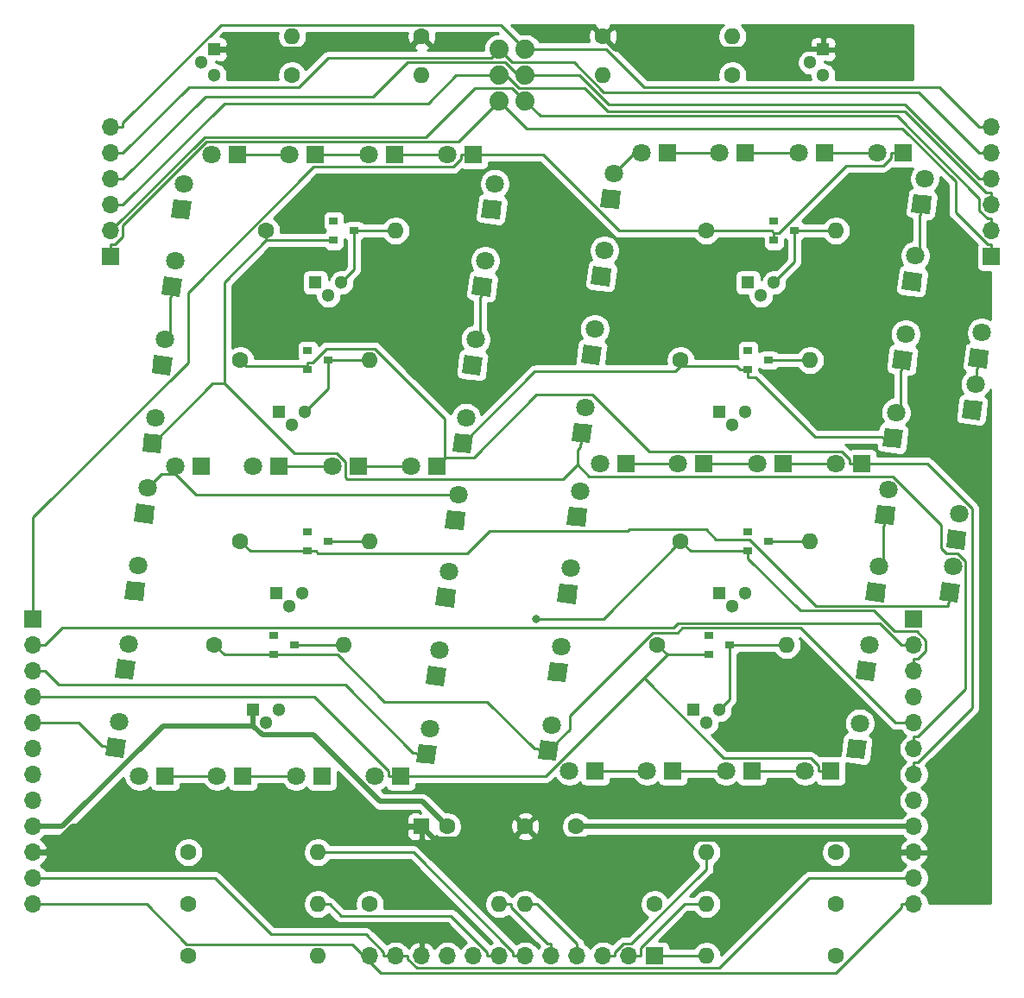
<source format=gtl>
G04 #@! TF.GenerationSoftware,KiCad,Pcbnew,5.1.5-5.1.5*
G04 #@! TF.CreationDate,2020-09-06T13:46:06+10:00*
G04 #@! TF.ProjectId,7segment,37736567-6d65-46e7-942e-6b696361645f,rev?*
G04 #@! TF.SameCoordinates,PX292dfe0PY1d11680*
G04 #@! TF.FileFunction,Copper,L1,Top*
G04 #@! TF.FilePolarity,Positive*
%FSLAX46Y46*%
G04 Gerber Fmt 4.6, Leading zero omitted, Abs format (unit mm)*
G04 Created by KiCad (PCBNEW 5.1.5-5.1.5) date 2020-09-06 13:46:06*
%MOMM*%
%LPD*%
G04 APERTURE LIST*
%ADD10C,1.600000*%
%ADD11R,1.600000X1.600000*%
%ADD12O,1.700000X1.700000*%
%ADD13R,1.700000X1.700000*%
%ADD14C,0.100000*%
%ADD15C,1.800000*%
%ADD16C,1.879600*%
%ADD17O,1.600000X1.600000*%
%ADD18R,0.900000X0.800000*%
%ADD19R,1.300000X1.300000*%
%ADD20C,1.300000*%
%ADD21R,1.800000X1.800000*%
%ADD22C,0.800000*%
%ADD23C,0.250000*%
%ADD24C,0.500000*%
%ADD25C,0.254000*%
G04 APERTURE END LIST*
D10*
X38060000Y-76200000D03*
D11*
X35560000Y-76200000D03*
D10*
X50720000Y-76200000D03*
X45720000Y-76200000D03*
D12*
X83820000Y-83820000D03*
X83820000Y-81280000D03*
X83820000Y-78740000D03*
X83820000Y-76200000D03*
X83820000Y-73660000D03*
X83820000Y-71120000D03*
X83820000Y-68580000D03*
X83820000Y-66040000D03*
X83820000Y-63500000D03*
X83820000Y-60960000D03*
X83820000Y-58420000D03*
D13*
X83820000Y-55880000D03*
G04 #@! TA.AperFunction,ComponentPad*
D14*
G36*
X90952756Y-31306598D02*
G01*
X89166173Y-31087233D01*
X89385538Y-29300650D01*
X91172121Y-29520015D01*
X90952756Y-31306598D01*
G37*
G04 #@! TD.AperFunction*
D15*
X90478695Y-27782557D03*
G04 #@! TA.AperFunction,ComponentPad*
D14*
G36*
X90333660Y-36348733D02*
G01*
X88547077Y-36129368D01*
X88766442Y-34342785D01*
X90553025Y-34562150D01*
X90333660Y-36348733D01*
G37*
G04 #@! TD.AperFunction*
D15*
X89859599Y-32824692D03*
G04 #@! TA.AperFunction,ComponentPad*
D14*
G36*
X88770442Y-49080122D02*
G01*
X86983859Y-48860757D01*
X87203224Y-47074174D01*
X88989807Y-47293539D01*
X88770442Y-49080122D01*
G37*
G04 #@! TD.AperFunction*
D15*
X88296381Y-45556081D03*
X87661807Y-50724269D03*
G04 #@! TA.AperFunction,ComponentPad*
D14*
G36*
X88135868Y-54248310D02*
G01*
X86349285Y-54028945D01*
X86568650Y-52242362D01*
X88355233Y-52461727D01*
X88135868Y-54248310D01*
G37*
G04 #@! TD.AperFunction*
D16*
X45720000Y0D03*
X43180000Y0D03*
X45720000Y-2540000D03*
X43180000Y-2540000D03*
X45720000Y-5080000D03*
X43180000Y-5080000D03*
D12*
X-2540000Y-83820000D03*
X-2540000Y-81280000D03*
X-2540000Y-78740000D03*
X-2540000Y-76200000D03*
X-2540000Y-73660000D03*
X-2540000Y-71120000D03*
X-2540000Y-68580000D03*
X-2540000Y-66040000D03*
X-2540000Y-63500000D03*
X-2540000Y-60960000D03*
X-2540000Y-58420000D03*
D13*
X-2540000Y-55880000D03*
D12*
X91440000Y-7620000D03*
X91440000Y-10160000D03*
X91440000Y-12700000D03*
X91440000Y-15240000D03*
X91440000Y-17780000D03*
D13*
X91440000Y-20320000D03*
D12*
X5080000Y-7620000D03*
X5080000Y-10160000D03*
X5080000Y-12700000D03*
X5080000Y-15240000D03*
X5080000Y-17780000D03*
D13*
X5080000Y-20320000D03*
D17*
X66040000Y1270000D03*
D10*
X53340000Y1270000D03*
D17*
X22860000Y1270000D03*
D10*
X35560000Y1270000D03*
D18*
X26400000Y-48260000D03*
X24400000Y-49210000D03*
X24400000Y-47310000D03*
X26400000Y-30480000D03*
X24400000Y-31430000D03*
X24400000Y-29530000D03*
X28940000Y-17780000D03*
X26940000Y-18730000D03*
X26940000Y-16830000D03*
X23098000Y-58420000D03*
X21098000Y-59370000D03*
X21098000Y-57470000D03*
X65770000Y-58420000D03*
X63770000Y-59370000D03*
X63770000Y-57470000D03*
X69580000Y-48260000D03*
X67580000Y-49210000D03*
X67580000Y-47310000D03*
X69580000Y-30480000D03*
X67580000Y-31430000D03*
X67580000Y-29530000D03*
X72120000Y-17780000D03*
X70120000Y-18730000D03*
X70120000Y-16830000D03*
D17*
X53340000Y-2540000D03*
D10*
X66040000Y-2540000D03*
D17*
X35560000Y-2540000D03*
D10*
X22860000Y-2540000D03*
D19*
X74930000Y0D03*
D20*
X74930000Y-2540000D03*
X73660000Y-1270000D03*
D19*
X15240000Y0D03*
D20*
X15240000Y-2540000D03*
X13970000Y-1270000D03*
D17*
X25400000Y-88900000D03*
D10*
X12700000Y-88900000D03*
D17*
X25400000Y-83820000D03*
D10*
X12700000Y-83820000D03*
D17*
X25400000Y-78740000D03*
D10*
X12700000Y-78740000D03*
D17*
X43180000Y-83820000D03*
D10*
X30480000Y-83820000D03*
D17*
X45720000Y-83820000D03*
D10*
X58420000Y-83820000D03*
D17*
X63500000Y-78740000D03*
D10*
X76200000Y-78740000D03*
D17*
X63500000Y-83820000D03*
D10*
X76200000Y-83820000D03*
D17*
X63500000Y-88900000D03*
D10*
X76200000Y-88900000D03*
D17*
X30480000Y-48260000D03*
D10*
X17780000Y-48260000D03*
D17*
X30480000Y-30480000D03*
D10*
X17780000Y-30480000D03*
D17*
X33020000Y-17780000D03*
D10*
X20320000Y-17780000D03*
D17*
X27940000Y-58420000D03*
D10*
X15240000Y-58420000D03*
D17*
X71374000Y-58420000D03*
D10*
X58674000Y-58420000D03*
D17*
X73660000Y-48260000D03*
D10*
X60960000Y-48260000D03*
D17*
X73660000Y-30480000D03*
D10*
X60960000Y-30480000D03*
D17*
X76200000Y-17780000D03*
D10*
X63500000Y-17780000D03*
D12*
X30480000Y-88900000D03*
X33020000Y-88900000D03*
X35560000Y-88900000D03*
X38100000Y-88900000D03*
X40640000Y-88900000D03*
X43180000Y-88900000D03*
X45720000Y-88900000D03*
X48260000Y-88900000D03*
X50800000Y-88900000D03*
X53340000Y-88900000D03*
X55880000Y-88900000D03*
D13*
X58420000Y-88900000D03*
D19*
X21336000Y-53340000D03*
D20*
X23876000Y-53340000D03*
X22606000Y-54610000D03*
D19*
X21590000Y-35560000D03*
D20*
X24130000Y-35560000D03*
X22860000Y-36830000D03*
D19*
X25146000Y-22860000D03*
D20*
X27686000Y-22860000D03*
X26416000Y-24130000D03*
D19*
X19050000Y-64770000D03*
D20*
X21590000Y-64770000D03*
X20320000Y-66040000D03*
D19*
X62230000Y-64770000D03*
D20*
X64770000Y-64770000D03*
X63500000Y-66040000D03*
D19*
X64770000Y-53340000D03*
D20*
X67310000Y-53340000D03*
X66040000Y-54610000D03*
D19*
X64770000Y-35560000D03*
D20*
X67310000Y-35560000D03*
X66040000Y-36830000D03*
D19*
X67564000Y-22860000D03*
D20*
X70104000Y-22860000D03*
X68834000Y-24130000D03*
D21*
X55626000Y-40640000D03*
D15*
X53086000Y-40640000D03*
D21*
X63246000Y-40640000D03*
D15*
X60706000Y-40640000D03*
D21*
X70993000Y-40640000D03*
D15*
X68453000Y-40640000D03*
X76200000Y-40640000D03*
D21*
X78740000Y-40640000D03*
G04 #@! TA.AperFunction,ComponentPad*
D14*
G36*
X54884756Y-15685598D02*
G01*
X53098173Y-15466233D01*
X53317538Y-13679650D01*
X55104121Y-13899015D01*
X54884756Y-15685598D01*
G37*
G04 #@! TD.AperFunction*
D15*
X54410695Y-12161557D03*
G04 #@! TA.AperFunction,ComponentPad*
D14*
G36*
X53956112Y-23248800D02*
G01*
X52169529Y-23029435D01*
X52388894Y-21242852D01*
X54175477Y-21462217D01*
X53956112Y-23248800D01*
G37*
G04 #@! TD.AperFunction*
D15*
X53482051Y-19724759D03*
G04 #@! TA.AperFunction,ComponentPad*
D14*
G36*
X53011990Y-30938055D02*
G01*
X51225407Y-30718690D01*
X51444772Y-28932107D01*
X53231355Y-29151472D01*
X53011990Y-30938055D01*
G37*
G04 #@! TD.AperFunction*
D15*
X52537929Y-27414014D03*
X51593807Y-35103269D03*
G04 #@! TA.AperFunction,ComponentPad*
D14*
G36*
X52067868Y-38627310D02*
G01*
X50281285Y-38407945D01*
X50500650Y-36621362D01*
X52287233Y-36840727D01*
X52067868Y-38627310D01*
G37*
G04 #@! TD.AperFunction*
G04 #@! TA.AperFunction,ComponentPad*
G36*
X51582756Y-46819098D02*
G01*
X49796173Y-46599733D01*
X50015538Y-44813150D01*
X51802121Y-45032515D01*
X51582756Y-46819098D01*
G37*
G04 #@! TD.AperFunction*
D15*
X51108695Y-43295057D03*
G04 #@! TA.AperFunction,ComponentPad*
D14*
G36*
X50654112Y-54382300D02*
G01*
X48867529Y-54162935D01*
X49086894Y-52376352D01*
X50873477Y-52595717D01*
X50654112Y-54382300D01*
G37*
G04 #@! TD.AperFunction*
D15*
X50180051Y-50858259D03*
G04 #@! TA.AperFunction,ComponentPad*
D14*
G36*
X49709990Y-62071555D02*
G01*
X47923407Y-61852190D01*
X48142772Y-60065607D01*
X49929355Y-60284972D01*
X49709990Y-62071555D01*
G37*
G04 #@! TD.AperFunction*
D15*
X49235929Y-58547514D03*
X48291807Y-66236769D03*
G04 #@! TA.AperFunction,ComponentPad*
D14*
G36*
X48765868Y-69760810D02*
G01*
X46979285Y-69541445D01*
X47198650Y-67754862D01*
X48985233Y-67974227D01*
X48765868Y-69760810D01*
G37*
G04 #@! TD.AperFunction*
D21*
X52578000Y-70739000D03*
D15*
X50038000Y-70739000D03*
D21*
X60198000Y-70739000D03*
D15*
X57658000Y-70739000D03*
D21*
X67945000Y-70739000D03*
D15*
X65405000Y-70739000D03*
X73152000Y-70739000D03*
D21*
X75692000Y-70739000D03*
G04 #@! TA.AperFunction,ComponentPad*
D14*
G36*
X81808756Y-46673598D02*
G01*
X80022173Y-46454233D01*
X80241538Y-44667650D01*
X82028121Y-44887015D01*
X81808756Y-46673598D01*
G37*
G04 #@! TD.AperFunction*
D15*
X81334695Y-43149557D03*
G04 #@! TA.AperFunction,ComponentPad*
D14*
G36*
X80880112Y-54236800D02*
G01*
X79093529Y-54017435D01*
X79312894Y-52230852D01*
X81099477Y-52450217D01*
X80880112Y-54236800D01*
G37*
G04 #@! TD.AperFunction*
D15*
X80406051Y-50712759D03*
G04 #@! TA.AperFunction,ComponentPad*
D14*
G36*
X79935990Y-61926055D02*
G01*
X78149407Y-61706690D01*
X78368772Y-59920107D01*
X80155355Y-60139472D01*
X79935990Y-61926055D01*
G37*
G04 #@! TD.AperFunction*
D15*
X79461929Y-58402014D03*
X78517807Y-66091269D03*
G04 #@! TA.AperFunction,ComponentPad*
D14*
G36*
X78991868Y-69615310D02*
G01*
X77205285Y-69395945D01*
X77424650Y-67609362D01*
X79211233Y-67828727D01*
X78991868Y-69615310D01*
G37*
G04 #@! TD.AperFunction*
G04 #@! TA.AperFunction,ComponentPad*
G36*
X85364756Y-16193598D02*
G01*
X83578173Y-15974233D01*
X83797538Y-14187650D01*
X85584121Y-14407015D01*
X85364756Y-16193598D01*
G37*
G04 #@! TD.AperFunction*
D15*
X84890695Y-12669557D03*
G04 #@! TA.AperFunction,ComponentPad*
D14*
G36*
X84436112Y-23756800D02*
G01*
X82649529Y-23537435D01*
X82868894Y-21750852D01*
X84655477Y-21970217D01*
X84436112Y-23756800D01*
G37*
G04 #@! TD.AperFunction*
D15*
X83962051Y-20232759D03*
G04 #@! TA.AperFunction,ComponentPad*
D14*
G36*
X83491990Y-31446055D02*
G01*
X81705407Y-31226690D01*
X81924772Y-29440107D01*
X83711355Y-29659472D01*
X83491990Y-31446055D01*
G37*
G04 #@! TD.AperFunction*
D15*
X83017929Y-27922014D03*
X82073807Y-35611269D03*
G04 #@! TA.AperFunction,ComponentPad*
D14*
G36*
X82547868Y-39135310D02*
G01*
X80761285Y-38915945D01*
X80980650Y-37129362D01*
X82767233Y-37348727D01*
X82547868Y-39135310D01*
G37*
G04 #@! TD.AperFunction*
D21*
X59690000Y-10160000D03*
D15*
X57150000Y-10160000D03*
D21*
X67310000Y-10160000D03*
D15*
X64770000Y-10160000D03*
D21*
X75057000Y-10160000D03*
D15*
X72517000Y-10160000D03*
X80264000Y-10160000D03*
D21*
X82804000Y-10160000D03*
X13970000Y-40894000D03*
D15*
X11430000Y-40894000D03*
D21*
X21590000Y-40894000D03*
D15*
X19050000Y-40894000D03*
D21*
X29337000Y-40894000D03*
D15*
X26797000Y-40894000D03*
X34544000Y-40894000D03*
D21*
X37084000Y-40894000D03*
G04 #@! TA.AperFunction,ComponentPad*
D14*
G36*
X12766456Y-16701598D02*
G01*
X10979873Y-16482233D01*
X11199238Y-14695650D01*
X12985821Y-14915015D01*
X12766456Y-16701598D01*
G37*
G04 #@! TD.AperFunction*
D15*
X12292395Y-13177557D03*
G04 #@! TA.AperFunction,ComponentPad*
D14*
G36*
X11837812Y-24264800D02*
G01*
X10051229Y-24045435D01*
X10270594Y-22258852D01*
X12057177Y-22478217D01*
X11837812Y-24264800D01*
G37*
G04 #@! TD.AperFunction*
D15*
X11363751Y-20740759D03*
G04 #@! TA.AperFunction,ComponentPad*
D14*
G36*
X10893690Y-31954055D02*
G01*
X9107107Y-31734690D01*
X9326472Y-29948107D01*
X11113055Y-30167472D01*
X10893690Y-31954055D01*
G37*
G04 #@! TD.AperFunction*
D15*
X10419629Y-28430014D03*
X9475507Y-36119269D03*
G04 #@! TA.AperFunction,ComponentPad*
D14*
G36*
X9949568Y-39643310D02*
G01*
X8162985Y-39423945D01*
X8382350Y-37637362D01*
X10168933Y-37856727D01*
X9949568Y-39643310D01*
G37*
G04 #@! TD.AperFunction*
G04 #@! TA.AperFunction,ComponentPad*
G36*
X9164756Y-46546598D02*
G01*
X7378173Y-46327233D01*
X7597538Y-44540650D01*
X9384121Y-44760015D01*
X9164756Y-46546598D01*
G37*
G04 #@! TD.AperFunction*
D15*
X8690695Y-43022557D03*
G04 #@! TA.AperFunction,ComponentPad*
D14*
G36*
X8236112Y-54109800D02*
G01*
X6449529Y-53890435D01*
X6668894Y-52103852D01*
X8455477Y-52323217D01*
X8236112Y-54109800D01*
G37*
G04 #@! TD.AperFunction*
D15*
X7762051Y-50585759D03*
G04 #@! TA.AperFunction,ComponentPad*
D14*
G36*
X7291990Y-61799055D02*
G01*
X5505407Y-61579690D01*
X5724772Y-59793107D01*
X7511355Y-60012472D01*
X7291990Y-61799055D01*
G37*
G04 #@! TD.AperFunction*
D15*
X6817929Y-58275014D03*
X5873807Y-65964269D03*
G04 #@! TA.AperFunction,ComponentPad*
D14*
G36*
X6347868Y-69488310D02*
G01*
X4561285Y-69268945D01*
X4780650Y-67482362D01*
X6567233Y-67701727D01*
X6347868Y-69488310D01*
G37*
G04 #@! TD.AperFunction*
D21*
X10414000Y-71247000D03*
D15*
X7874000Y-71247000D03*
D21*
X18034000Y-71247000D03*
D15*
X15494000Y-71247000D03*
D21*
X25781000Y-71247000D03*
D15*
X23241000Y-71247000D03*
X30988000Y-71247000D03*
D21*
X33528000Y-71247000D03*
G04 #@! TA.AperFunction,ComponentPad*
D14*
G36*
X39644756Y-47181598D02*
G01*
X37858173Y-46962233D01*
X38077538Y-45175650D01*
X39864121Y-45395015D01*
X39644756Y-47181598D01*
G37*
G04 #@! TD.AperFunction*
D15*
X39170695Y-43657557D03*
G04 #@! TA.AperFunction,ComponentPad*
D14*
G36*
X38716112Y-54744800D02*
G01*
X36929529Y-54525435D01*
X37148894Y-52738852D01*
X38935477Y-52958217D01*
X38716112Y-54744800D01*
G37*
G04 #@! TD.AperFunction*
D15*
X38242051Y-51220759D03*
G04 #@! TA.AperFunction,ComponentPad*
D14*
G36*
X37771990Y-62434055D02*
G01*
X35985407Y-62214690D01*
X36204772Y-60428107D01*
X37991355Y-60647472D01*
X37771990Y-62434055D01*
G37*
G04 #@! TD.AperFunction*
D15*
X37297929Y-58910014D03*
X36353807Y-66599269D03*
G04 #@! TA.AperFunction,ComponentPad*
D14*
G36*
X36827868Y-70123310D02*
G01*
X35041285Y-69903945D01*
X35260650Y-68117362D01*
X37047233Y-68336727D01*
X36827868Y-70123310D01*
G37*
G04 #@! TD.AperFunction*
G04 #@! TA.AperFunction,ComponentPad*
G36*
X43200756Y-16701598D02*
G01*
X41414173Y-16482233D01*
X41633538Y-14695650D01*
X43420121Y-14915015D01*
X43200756Y-16701598D01*
G37*
G04 #@! TD.AperFunction*
D15*
X42726695Y-13177557D03*
G04 #@! TA.AperFunction,ComponentPad*
D14*
G36*
X42272112Y-24264800D02*
G01*
X40485529Y-24045435D01*
X40704894Y-22258852D01*
X42491477Y-22478217D01*
X42272112Y-24264800D01*
G37*
G04 #@! TD.AperFunction*
D15*
X41798051Y-20740759D03*
G04 #@! TA.AperFunction,ComponentPad*
D14*
G36*
X41327990Y-31954055D02*
G01*
X39541407Y-31734690D01*
X39760772Y-29948107D01*
X41547355Y-30167472D01*
X41327990Y-31954055D01*
G37*
G04 #@! TD.AperFunction*
D15*
X40853929Y-28430014D03*
X39909807Y-36119269D03*
G04 #@! TA.AperFunction,ComponentPad*
D14*
G36*
X40383868Y-39643310D02*
G01*
X38597285Y-39423945D01*
X38816650Y-37637362D01*
X40603233Y-37856727D01*
X40383868Y-39643310D01*
G37*
G04 #@! TD.AperFunction*
D21*
X17526000Y-10287000D03*
D15*
X14986000Y-10287000D03*
D21*
X25146000Y-10287000D03*
D15*
X22606000Y-10287000D03*
D21*
X32893000Y-10287000D03*
D15*
X30353000Y-10287000D03*
X38100000Y-10287000D03*
D21*
X40640000Y-10287000D03*
D22*
X46829100Y-55835200D03*
D23*
X11430000Y-41663900D02*
X10049400Y-41663900D01*
X10049400Y-41663900D02*
X8690700Y-43022600D01*
X39170700Y-43657600D02*
X13423700Y-43657600D01*
X13423700Y-43657600D02*
X11430000Y-41663900D01*
X11430000Y-41663900D02*
X11430000Y-40894000D01*
X5080000Y-7620000D02*
X6255300Y-7620000D01*
X6255300Y-7620000D02*
X6255300Y-7179300D01*
X6255300Y-7179300D02*
X15861100Y2426500D01*
X15861100Y2426500D02*
X43293500Y2426500D01*
X43293500Y2426500D02*
X45720000Y0D01*
X45720000Y0D02*
X53677400Y0D01*
X53677400Y0D02*
X57407800Y-3730400D01*
X57407800Y-3730400D02*
X86375100Y-3730400D01*
X86375100Y-3730400D02*
X90264700Y-7620000D01*
X91440000Y-7620000D02*
X90264700Y-7620000D01*
X43180000Y0D02*
X44450000Y-1270000D01*
X44450000Y-1270000D02*
X50478400Y-1270000D01*
X50478400Y-1270000D02*
X53389200Y-4180800D01*
X53389200Y-4180800D02*
X84285500Y-4180800D01*
X84285500Y-4180800D02*
X90264700Y-10160000D01*
X91440000Y-10160000D02*
X90264700Y-10160000D01*
X6255300Y-10160000D02*
X12743600Y-3671700D01*
X12743600Y-3671700D02*
X23535000Y-3671700D01*
X23535000Y-3671700D02*
X26387200Y-819500D01*
X26387200Y-819500D02*
X42360500Y-819500D01*
X42360500Y-819500D02*
X43180000Y0D01*
X5080000Y-10160000D02*
X6255300Y-10160000D01*
X5080000Y-12700000D02*
X6255300Y-12700000D01*
X6255300Y-12700000D02*
X14337800Y-4617500D01*
X14337800Y-4617500D02*
X30793400Y-4617500D01*
X30793400Y-4617500D02*
X34140900Y-1270000D01*
X34140900Y-1270000D02*
X43756200Y-1270000D01*
X43756200Y-1270000D02*
X45026200Y-2540000D01*
X45026200Y-2540000D02*
X45720000Y-2540000D01*
X45720000Y-2540000D02*
X51034700Y-2540000D01*
X51034700Y-2540000D02*
X53871200Y-5376500D01*
X53871200Y-5376500D02*
X82941200Y-5376500D01*
X82941200Y-5376500D02*
X90264700Y-12700000D01*
X91440000Y-12700000D02*
X90264700Y-12700000D01*
X6255300Y-15240000D02*
X16196000Y-5299300D01*
X16196000Y-5299300D02*
X36173200Y-5299300D01*
X36173200Y-5299300D02*
X38932500Y-2540000D01*
X38932500Y-2540000D02*
X43180000Y-2540000D01*
X43180000Y-2540000D02*
X43873800Y-2540000D01*
X43873800Y-2540000D02*
X45143800Y-3810000D01*
X45143800Y-3810000D02*
X51539300Y-3810000D01*
X51539300Y-3810000D02*
X53819900Y-6090600D01*
X53819900Y-6090600D02*
X82969400Y-6090600D01*
X82969400Y-6090600D02*
X90943500Y-14064700D01*
X90943500Y-14064700D02*
X91440000Y-14064700D01*
X91440000Y-15240000D02*
X91440000Y-14064700D01*
X5080000Y-15240000D02*
X6255300Y-15240000D01*
X45720000Y-5080000D02*
X47180900Y-6540900D01*
X47180900Y-6540900D02*
X82145900Y-6540900D01*
X82145900Y-6540900D02*
X90264700Y-14659700D01*
X90264700Y-14659700D02*
X90264700Y-15796800D01*
X90264700Y-15796800D02*
X91072600Y-16604700D01*
X91072600Y-16604700D02*
X91440000Y-16604700D01*
X5080000Y-17780000D02*
X14248800Y-8611200D01*
X14248800Y-8611200D02*
X35948100Y-8611200D01*
X35948100Y-8611200D02*
X40749300Y-3810000D01*
X40749300Y-3810000D02*
X44450000Y-3810000D01*
X44450000Y-3810000D02*
X45720000Y-5080000D01*
X91440000Y-17780000D02*
X91440000Y-16604700D01*
X43180000Y-5080000D02*
X45849300Y-7749300D01*
X45849300Y-7749300D02*
X82712100Y-7749300D01*
X82712100Y-7749300D02*
X87924800Y-12962000D01*
X87924800Y-12962000D02*
X87924800Y-15996800D01*
X87924800Y-15996800D02*
X91072700Y-19144700D01*
X91072700Y-19144700D02*
X91440000Y-19144700D01*
X5080000Y-19144700D02*
X5447400Y-19144700D01*
X5447400Y-19144700D02*
X6255300Y-18336800D01*
X6255300Y-18336800D02*
X6255300Y-17241600D01*
X6255300Y-17241600D02*
X14435300Y-9061600D01*
X14435300Y-9061600D02*
X39198400Y-9061600D01*
X39198400Y-9061600D02*
X43180000Y-5080000D01*
X91440000Y-20320000D02*
X91440000Y-19144700D01*
X5080000Y-20320000D02*
X5080000Y-19144700D01*
X54410700Y-12161600D02*
X56412300Y-10160000D01*
X56412300Y-10160000D02*
X57150000Y-10160000D01*
X82804000Y-10160000D02*
X81578700Y-10160000D01*
X81578700Y-10160000D02*
X81578700Y-10619600D01*
X81578700Y-10619600D02*
X80813000Y-11385300D01*
X80813000Y-11385300D02*
X77198900Y-11385300D01*
X77198900Y-11385300D02*
X70579500Y-18004700D01*
X70579500Y-18004700D02*
X70120000Y-18004700D01*
X70120000Y-18730000D02*
X70120000Y-18004700D01*
X63500000Y-17780000D02*
X69895300Y-17780000D01*
X69895300Y-17780000D02*
X70120000Y-18004700D01*
X40640000Y-10287000D02*
X47439100Y-10287000D01*
X47439100Y-10287000D02*
X54932100Y-17780000D01*
X54932100Y-17780000D02*
X63500000Y-17780000D01*
X40640000Y-10287000D02*
X39414700Y-10287000D01*
X39414700Y-10287000D02*
X39414700Y-10746600D01*
X39414700Y-10746600D02*
X38649000Y-11512300D01*
X38649000Y-11512300D02*
X24992700Y-11512300D01*
X24992700Y-11512300D02*
X12637300Y-23867700D01*
X12637300Y-23867700D02*
X12637300Y-30707100D01*
X12637300Y-30707100D02*
X-2540000Y-45884400D01*
X-2540000Y-45884400D02*
X-2540000Y-55880000D01*
X82644700Y-58420000D02*
X80509200Y-56284500D01*
X80509200Y-56284500D02*
X60696500Y-56284500D01*
X60696500Y-56284500D02*
X60246200Y-56734800D01*
X60246200Y-56734800D02*
X320500Y-56734800D01*
X320500Y-56734800D02*
X-1364700Y-58420000D01*
X67580000Y-31430000D02*
X67580000Y-32155300D01*
X81764300Y-38132300D02*
X80398800Y-37964600D01*
X80398800Y-37964600D02*
X74114600Y-37964600D01*
X74114600Y-37964600D02*
X68305300Y-32155300D01*
X68305300Y-32155300D02*
X67580000Y-32155300D01*
X60960000Y-31035500D02*
X66410200Y-31035500D01*
X66410200Y-31035500D02*
X66804700Y-31430000D01*
X39600300Y-38640300D02*
X46649500Y-31591100D01*
X46649500Y-31591100D02*
X60404400Y-31591100D01*
X60404400Y-31591100D02*
X60960000Y-31035500D01*
X60960000Y-31035500D02*
X60960000Y-30480000D01*
X67580000Y-31430000D02*
X66804700Y-31430000D01*
X83820000Y-58420000D02*
X82644700Y-58420000D01*
X-2540000Y-58420000D02*
X-1364700Y-58420000D01*
X46829100Y-55835200D02*
X53384800Y-55835200D01*
X53384800Y-55835200D02*
X60960000Y-48260000D01*
X67580000Y-49210000D02*
X61910000Y-49210000D01*
X61910000Y-49210000D02*
X60960000Y-48260000D01*
X-2540000Y-60960000D02*
X-1364700Y-60960000D01*
X36044300Y-69120300D02*
X34678800Y-68952600D01*
X34678800Y-68952600D02*
X34678800Y-68952500D01*
X34678800Y-68952500D02*
X28050900Y-62324600D01*
X28050900Y-62324600D02*
X-100Y-62324600D01*
X-100Y-62324600D02*
X-1364700Y-60960000D01*
X67580000Y-49210000D02*
X67580000Y-49935300D01*
X67580000Y-49935300D02*
X72678700Y-55034000D01*
X72678700Y-55034000D02*
X79895600Y-55034000D01*
X79895600Y-55034000D02*
X81917000Y-57055400D01*
X81917000Y-57055400D02*
X84117700Y-57055400D01*
X84117700Y-57055400D02*
X85001200Y-57938900D01*
X85001200Y-57938900D02*
X85001200Y-58968800D01*
X85001200Y-58968800D02*
X84185300Y-59784700D01*
X84185300Y-59784700D02*
X83820000Y-59784700D01*
X83820000Y-60960000D02*
X83820000Y-59784700D01*
X33528000Y-71247000D02*
X32302700Y-71247000D01*
X32302700Y-71247000D02*
X32302700Y-70787500D01*
X32302700Y-70787500D02*
X25015200Y-63500000D01*
X25015200Y-63500000D02*
X-2540000Y-63500000D01*
X33528000Y-71247000D02*
X47747000Y-71247000D01*
X47747000Y-71247000D02*
X57336800Y-61657200D01*
X57336800Y-61657200D02*
X59624000Y-59370000D01*
X74466700Y-70739000D02*
X74466700Y-70279400D01*
X74466700Y-70279400D02*
X73701000Y-69513700D01*
X73701000Y-69513700D02*
X65193200Y-69513700D01*
X65193200Y-69513700D02*
X57336800Y-61657200D01*
X75692000Y-70739000D02*
X74466700Y-70739000D01*
X59624000Y-59370000D02*
X58674000Y-58420000D01*
X63770000Y-59370000D02*
X59624000Y-59370000D01*
X5564300Y-68485300D02*
X4198800Y-68317600D01*
X4198800Y-68317600D02*
X4198800Y-68317500D01*
X4198800Y-68317500D02*
X1921300Y-66040000D01*
X1921300Y-66040000D02*
X-2540000Y-66040000D01*
X83820000Y-66040000D02*
X82011600Y-66040000D01*
X82011600Y-66040000D02*
X72706400Y-56734800D01*
X72706400Y-56734800D02*
X61108400Y-56734800D01*
X61108400Y-56734800D02*
X60658000Y-57185200D01*
X60658000Y-57185200D02*
X58237300Y-57185200D01*
X58237300Y-57185200D02*
X50072500Y-65350000D01*
X50072500Y-65350000D02*
X50072500Y-66667600D01*
X50072500Y-66667600D02*
X47982300Y-68757800D01*
X47982300Y-68757800D02*
X46616800Y-68590100D01*
X15240000Y-58420000D02*
X16190000Y-59370000D01*
X16190000Y-59370000D02*
X21098000Y-59370000D01*
X46616800Y-68590100D02*
X46616800Y-68590000D01*
X46616800Y-68590000D02*
X41981700Y-63954900D01*
X41981700Y-63954900D02*
X31883300Y-63954900D01*
X31883300Y-63954900D02*
X27298400Y-59370000D01*
X27298400Y-59370000D02*
X21098000Y-59370000D01*
X51284300Y-37624300D02*
X51116600Y-38989800D01*
X50832500Y-40708000D02*
X50832500Y-39273800D01*
X50832500Y-39273800D02*
X51116500Y-38989800D01*
X51116500Y-38989800D02*
X51116600Y-38989800D01*
X50832500Y-40708000D02*
X51989800Y-41865300D01*
X51989800Y-41865300D02*
X81796100Y-41865300D01*
X81796100Y-41865300D02*
X86521200Y-46590400D01*
X86521200Y-46590400D02*
X86521200Y-48891000D01*
X86521200Y-48891000D02*
X87035700Y-49405500D01*
X87035700Y-49405500D02*
X88098700Y-49405500D01*
X88098700Y-49405500D02*
X88901600Y-50208400D01*
X88901600Y-50208400D02*
X88901600Y-62690400D01*
X88901600Y-62690400D02*
X84187300Y-67404700D01*
X84187300Y-67404700D02*
X83820000Y-67404700D01*
X16215400Y-32722200D02*
X23090600Y-39597400D01*
X23090600Y-39597400D02*
X27249400Y-39597400D01*
X27249400Y-39597400D02*
X28111600Y-40459600D01*
X28111600Y-40459600D02*
X28111600Y-41969700D01*
X28111600Y-41969700D02*
X28267400Y-42125500D01*
X28267400Y-42125500D02*
X49415000Y-42125500D01*
X49415000Y-42125500D02*
X50832500Y-40708000D01*
X20320000Y-18730000D02*
X20320000Y-17780000D01*
X16215400Y-32722200D02*
X16215400Y-22834600D01*
X16215400Y-22834600D02*
X20320000Y-18730000D01*
X20320000Y-18730000D02*
X26164700Y-18730000D01*
X26940000Y-18730000D02*
X26164700Y-18730000D01*
X83820000Y-68580000D02*
X83820000Y-67404700D01*
X9166000Y-38640300D02*
X15084100Y-32722200D01*
X15084100Y-32722200D02*
X16215400Y-32722200D01*
X78740000Y-40640000D02*
X85156900Y-40640000D01*
X85156900Y-40640000D02*
X89543800Y-45026900D01*
X89543800Y-45026900D02*
X89543800Y-64588200D01*
X89543800Y-64588200D02*
X84187300Y-69944700D01*
X84187300Y-69944700D02*
X83820000Y-69944700D01*
X24400000Y-31067300D02*
X18367300Y-31067300D01*
X18367300Y-31067300D02*
X17780000Y-30480000D01*
X24400000Y-31067300D02*
X24400000Y-30704700D01*
X24400000Y-31430000D02*
X24400000Y-31067300D01*
X37790600Y-40009800D02*
X37790600Y-36178300D01*
X37790600Y-36178300D02*
X30930600Y-29318300D01*
X30930600Y-29318300D02*
X26236400Y-29318300D01*
X26236400Y-29318300D02*
X24850000Y-30704700D01*
X24850000Y-30704700D02*
X24400000Y-30704700D01*
X37084000Y-40894000D02*
X37790600Y-40187400D01*
X37790600Y-40187400D02*
X37790600Y-40009800D01*
X77514700Y-40640000D02*
X77514700Y-40180400D01*
X77514700Y-40180400D02*
X76749000Y-39414700D01*
X76749000Y-39414700D02*
X57873700Y-39414700D01*
X57873700Y-39414700D02*
X52303300Y-33844300D01*
X52303300Y-33844300D02*
X46831300Y-33844300D01*
X46831300Y-33844300D02*
X40665800Y-40009800D01*
X40665800Y-40009800D02*
X37790600Y-40009800D01*
X78740000Y-40640000D02*
X77514700Y-40640000D01*
X83820000Y-71120000D02*
X83820000Y-69944700D01*
X24400000Y-49210000D02*
X25175300Y-49210000D01*
X25175300Y-49210000D02*
X25371600Y-49406300D01*
X25371600Y-49406300D02*
X40049400Y-49406300D01*
X40049400Y-49406300D02*
X42205900Y-47249800D01*
X42205900Y-47249800D02*
X55770200Y-47249800D01*
X55770200Y-47249800D02*
X55931200Y-47088800D01*
X55931200Y-47088800D02*
X63488700Y-47088800D01*
X63488700Y-47088800D02*
X64435300Y-48035400D01*
X64435300Y-48035400D02*
X67721300Y-48035400D01*
X67721300Y-48035400D02*
X74248000Y-54562100D01*
X74248000Y-54562100D02*
X86236800Y-54562100D01*
X86236800Y-54562100D02*
X86285500Y-54610800D01*
X86285500Y-54610800D02*
X87184600Y-54610800D01*
X17780000Y-48260000D02*
X18730000Y-49210000D01*
X18730000Y-49210000D02*
X24400000Y-49210000D01*
X87352300Y-53245300D02*
X87184600Y-54610800D01*
D24*
X19050000Y-66327300D02*
X19050000Y-64770000D01*
X38060000Y-76200000D02*
X35615500Y-73755500D01*
X35615500Y-73755500D02*
X31489000Y-73755500D01*
X31489000Y-73755500D02*
X24969900Y-67236400D01*
X24969900Y-67236400D02*
X19959100Y-67236400D01*
X19959100Y-67236400D02*
X19050000Y-66327300D01*
X19050000Y-66327300D02*
X10182500Y-66327300D01*
X10182500Y-66327300D02*
X309800Y-76200000D01*
X309800Y-76200000D02*
X-2540000Y-76200000D01*
X50720000Y-76200000D02*
X82519700Y-76200000D01*
X83820000Y-76200000D02*
X82519700Y-76200000D01*
D23*
X25400000Y-83820000D02*
X26525300Y-83820000D01*
X43180000Y-88900000D02*
X42004700Y-88900000D01*
X42004700Y-88900000D02*
X42004700Y-88532700D01*
X42004700Y-88532700D02*
X38417300Y-84945300D01*
X38417300Y-84945300D02*
X27650600Y-84945300D01*
X27650600Y-84945300D02*
X26525300Y-83820000D01*
X45720000Y-88900000D02*
X44544700Y-88900000D01*
X44544700Y-88900000D02*
X44544700Y-88532700D01*
X44544700Y-88532700D02*
X34752000Y-78740000D01*
X34752000Y-78740000D02*
X25400000Y-78740000D01*
X43180000Y-83820000D02*
X44305300Y-83820000D01*
X48260000Y-88900000D02*
X48260000Y-87724700D01*
X48260000Y-87724700D02*
X47928700Y-87724700D01*
X47928700Y-87724700D02*
X44305300Y-84101300D01*
X44305300Y-84101300D02*
X44305300Y-83820000D01*
X45720000Y-83820000D02*
X46845300Y-83820000D01*
X50800000Y-88900000D02*
X50800000Y-87724700D01*
X50800000Y-87724700D02*
X50750000Y-87724700D01*
X50750000Y-87724700D02*
X46845300Y-83820000D01*
X53340000Y-88900000D02*
X54515300Y-88900000D01*
X54515300Y-88900000D02*
X54515300Y-88532600D01*
X54515300Y-88532600D02*
X55323200Y-87724700D01*
X55323200Y-87724700D02*
X56148200Y-87724700D01*
X56148200Y-87724700D02*
X63500000Y-80372900D01*
X63500000Y-80372900D02*
X63500000Y-78740000D01*
X55880000Y-88900000D02*
X57055300Y-88900000D01*
X57055300Y-88900000D02*
X57055300Y-88092000D01*
X57055300Y-88092000D02*
X61327300Y-83820000D01*
X61327300Y-83820000D02*
X63500000Y-83820000D01*
X58420000Y-88900000D02*
X63500000Y-88900000D01*
D24*
X15240000Y0D02*
X34290000Y0D01*
X34290000Y0D02*
X35560000Y1270000D01*
X74930000Y0D02*
X54610000Y0D01*
X54610000Y0D02*
X53340000Y1270000D01*
X45720000Y-76200000D02*
X47009500Y-77489500D01*
X47009500Y-77489500D02*
X81269200Y-77489500D01*
X81269200Y-77489500D02*
X82519700Y-78740000D01*
X83820000Y-78740000D02*
X82519700Y-78740000D01*
X45720000Y-76200000D02*
X44468600Y-77451400D01*
X44468600Y-77451400D02*
X36811400Y-77451400D01*
X36811400Y-77451400D02*
X35560000Y-76200000D01*
X-1239700Y-78740000D02*
X1300300Y-76200000D01*
X1300300Y-76200000D02*
X34309700Y-76200000D01*
X35560000Y-76200000D02*
X34309700Y-76200000D01*
X-2540000Y-78740000D02*
X-1239700Y-78740000D01*
D23*
X72120000Y-17780000D02*
X75074700Y-17780000D01*
X76200000Y-17780000D02*
X75074700Y-17780000D01*
X70104000Y-22860000D02*
X72120000Y-20844000D01*
X72120000Y-20844000D02*
X72120000Y-17780000D01*
X69580000Y-30480000D02*
X73660000Y-30480000D01*
X69580000Y-48260000D02*
X72534700Y-48260000D01*
X73660000Y-48260000D02*
X72534700Y-48260000D01*
X65770000Y-58420000D02*
X70248700Y-58420000D01*
X71374000Y-58420000D02*
X70248700Y-58420000D01*
X65770000Y-58420000D02*
X65770000Y-63770000D01*
X65770000Y-63770000D02*
X64770000Y-64770000D01*
X23098000Y-58420000D02*
X27940000Y-58420000D01*
X27686000Y-22860000D02*
X28940000Y-21606000D01*
X28940000Y-21606000D02*
X28940000Y-17780000D01*
X28940000Y-17780000D02*
X31894700Y-17780000D01*
X33020000Y-17780000D02*
X31894700Y-17780000D01*
X24130000Y-35560000D02*
X26400000Y-33290000D01*
X26400000Y-33290000D02*
X26400000Y-30480000D01*
X26400000Y-30480000D02*
X29354700Y-30480000D01*
X30480000Y-30480000D02*
X29354700Y-30480000D01*
X26400000Y-48260000D02*
X29354700Y-48260000D01*
X30480000Y-48260000D02*
X29354700Y-48260000D01*
X38100000Y-10287000D02*
X32893000Y-10287000D01*
X34544000Y-40894000D02*
X29337000Y-40894000D01*
X80264000Y-10160000D02*
X75057000Y-10160000D01*
X82708400Y-30443100D02*
X82540700Y-31808600D01*
X82073800Y-35611300D02*
X82540700Y-35144400D01*
X82540700Y-35144400D02*
X82540700Y-31808600D01*
X73152000Y-70739000D02*
X67945000Y-70739000D01*
X76200000Y-40640000D02*
X70993000Y-40640000D01*
X22606000Y-10287000D02*
X17526000Y-10287000D01*
X30353000Y-10287000D02*
X25146000Y-10287000D01*
X41488500Y-23261800D02*
X41320800Y-24627300D01*
X40853900Y-28430000D02*
X41320800Y-27963100D01*
X41320800Y-27963100D02*
X41320800Y-24627300D01*
X15494000Y-71247000D02*
X10414000Y-71247000D01*
X23241000Y-71247000D02*
X18034000Y-71247000D01*
X11054200Y-23261800D02*
X10886500Y-24627300D01*
X10419600Y-28430000D02*
X10886500Y-27963100D01*
X10886500Y-27963100D02*
X10886500Y-24627300D01*
X64770000Y-10160000D02*
X59690000Y-10160000D01*
X72517000Y-10160000D02*
X67310000Y-10160000D01*
X84581100Y-15190600D02*
X84413400Y-16556100D01*
X83962100Y-20232800D02*
X84413400Y-19781500D01*
X84413400Y-19781500D02*
X84413400Y-16556100D01*
X81025100Y-45670600D02*
X80857400Y-47036100D01*
X80406100Y-50712800D02*
X80857400Y-50261500D01*
X80857400Y-50261500D02*
X80857400Y-47036100D01*
X57658000Y-70739000D02*
X52578000Y-70739000D01*
X65405000Y-70739000D02*
X60198000Y-70739000D01*
X26797000Y-40894000D02*
X21590000Y-40894000D01*
X60706000Y-40640000D02*
X55626000Y-40640000D01*
X68453000Y-40640000D02*
X63246000Y-40640000D01*
X90169100Y-30303600D02*
X90001400Y-31669100D01*
X89859600Y-32824700D02*
X90001400Y-32682900D01*
X90001400Y-32682900D02*
X90001400Y-31669100D01*
X29892400Y-88900000D02*
X31565100Y-90572700D01*
X31565100Y-90572700D02*
X76185800Y-90572700D01*
X76185800Y-90572700D02*
X82644700Y-84113800D01*
X82644700Y-84113800D02*
X82644700Y-83820000D01*
X29892400Y-88900000D02*
X28767000Y-87774600D01*
X28767000Y-87774600D02*
X12524600Y-87774600D01*
X12524600Y-87774600D02*
X8570000Y-83820000D01*
X8570000Y-83820000D02*
X-2540000Y-83820000D01*
X83820000Y-83820000D02*
X82644700Y-83820000D01*
X30480000Y-88900000D02*
X29892400Y-88900000D01*
X31844700Y-88900000D02*
X31844700Y-88534700D01*
X31844700Y-88534700D02*
X30085300Y-86775300D01*
X30085300Y-86775300D02*
X20811400Y-86775300D01*
X20811400Y-86775300D02*
X15316100Y-81280000D01*
X15316100Y-81280000D02*
X-2540000Y-81280000D01*
X33020000Y-88900000D02*
X34195300Y-88900000D01*
X83820000Y-81280000D02*
X73540400Y-81280000D01*
X73540400Y-81280000D02*
X64723300Y-90097100D01*
X64723300Y-90097100D02*
X35078900Y-90097100D01*
X35078900Y-90097100D02*
X34195300Y-89213500D01*
X34195300Y-89213500D02*
X34195300Y-88900000D01*
X33020000Y-88900000D02*
X31844700Y-88900000D01*
D25*
G36*
X54368300Y-18291002D02*
G01*
X54392099Y-18320001D01*
X54507824Y-18414974D01*
X54639853Y-18485546D01*
X54783114Y-18529003D01*
X54894767Y-18540000D01*
X54894776Y-18540000D01*
X54932099Y-18543676D01*
X54969422Y-18540000D01*
X62281957Y-18540000D01*
X62385363Y-18694759D01*
X62585241Y-18894637D01*
X62820273Y-19051680D01*
X63081426Y-19159853D01*
X63358665Y-19215000D01*
X63641335Y-19215000D01*
X63918574Y-19159853D01*
X64179727Y-19051680D01*
X64414759Y-18894637D01*
X64614637Y-18694759D01*
X64718043Y-18540000D01*
X69031928Y-18540000D01*
X69031928Y-19130000D01*
X69044188Y-19254482D01*
X69080498Y-19374180D01*
X69139463Y-19484494D01*
X69218815Y-19581185D01*
X69315506Y-19660537D01*
X69425820Y-19719502D01*
X69545518Y-19755812D01*
X69670000Y-19768072D01*
X70570000Y-19768072D01*
X70694482Y-19755812D01*
X70814180Y-19719502D01*
X70924494Y-19660537D01*
X71021185Y-19581185D01*
X71100537Y-19484494D01*
X71159502Y-19374180D01*
X71195812Y-19254482D01*
X71208072Y-19130000D01*
X71208072Y-18618095D01*
X71218815Y-18631185D01*
X71315506Y-18710537D01*
X71360001Y-18734320D01*
X71360000Y-20529198D01*
X70300322Y-21588876D01*
X70230561Y-21575000D01*
X69977439Y-21575000D01*
X69729179Y-21624381D01*
X69495324Y-21721247D01*
X69284860Y-21861875D01*
X69105875Y-22040860D01*
X68965247Y-22251324D01*
X68868381Y-22485179D01*
X68852072Y-22567172D01*
X68852072Y-22210000D01*
X68839812Y-22085518D01*
X68803502Y-21965820D01*
X68744537Y-21855506D01*
X68665185Y-21758815D01*
X68568494Y-21679463D01*
X68458180Y-21620498D01*
X68338482Y-21584188D01*
X68214000Y-21571928D01*
X66914000Y-21571928D01*
X66789518Y-21584188D01*
X66669820Y-21620498D01*
X66559506Y-21679463D01*
X66462815Y-21758815D01*
X66383463Y-21855506D01*
X66324498Y-21965820D01*
X66288188Y-22085518D01*
X66275928Y-22210000D01*
X66275928Y-23510000D01*
X66288188Y-23634482D01*
X66324498Y-23754180D01*
X66383463Y-23864494D01*
X66462815Y-23961185D01*
X66559506Y-24040537D01*
X66669820Y-24099502D01*
X66789518Y-24135812D01*
X66914000Y-24148072D01*
X67549000Y-24148072D01*
X67549000Y-24256561D01*
X67598381Y-24504821D01*
X67695247Y-24738676D01*
X67835875Y-24949140D01*
X68014860Y-25128125D01*
X68225324Y-25268753D01*
X68459179Y-25365619D01*
X68707439Y-25415000D01*
X68960561Y-25415000D01*
X69208821Y-25365619D01*
X69442676Y-25268753D01*
X69653140Y-25128125D01*
X69832125Y-24949140D01*
X69972753Y-24738676D01*
X70069619Y-24504821D01*
X70119000Y-24256561D01*
X70119000Y-24145000D01*
X70230561Y-24145000D01*
X70478821Y-24095619D01*
X70712676Y-23998753D01*
X70923140Y-23858125D01*
X71102125Y-23679140D01*
X71242753Y-23468676D01*
X71339619Y-23234821D01*
X71389000Y-22986561D01*
X71389000Y-22733439D01*
X71375124Y-22663678D01*
X72631004Y-21407798D01*
X72660001Y-21384001D01*
X72754974Y-21268276D01*
X72825546Y-21136247D01*
X72869003Y-20992986D01*
X72880000Y-20881333D01*
X72880000Y-20881332D01*
X72883677Y-20844000D01*
X72880000Y-20806667D01*
X72880000Y-18734320D01*
X72924494Y-18710537D01*
X73021185Y-18631185D01*
X73096018Y-18540000D01*
X74981957Y-18540000D01*
X75085363Y-18694759D01*
X75285241Y-18894637D01*
X75520273Y-19051680D01*
X75781426Y-19159853D01*
X76058665Y-19215000D01*
X76341335Y-19215000D01*
X76618574Y-19159853D01*
X76879727Y-19051680D01*
X77114759Y-18894637D01*
X77314637Y-18694759D01*
X77471680Y-18459727D01*
X77579853Y-18198574D01*
X77635000Y-17921335D01*
X77635000Y-17638665D01*
X77579853Y-17361426D01*
X77471680Y-17100273D01*
X77314637Y-16865241D01*
X77114759Y-16665363D01*
X76879727Y-16508320D01*
X76618574Y-16400147D01*
X76341335Y-16345000D01*
X76058665Y-16345000D01*
X75781426Y-16400147D01*
X75520273Y-16508320D01*
X75285241Y-16665363D01*
X75085363Y-16865241D01*
X74981957Y-17020000D01*
X73096018Y-17020000D01*
X73021185Y-16928815D01*
X72924494Y-16849463D01*
X72849581Y-16809420D01*
X77513702Y-12145300D01*
X80775678Y-12145300D01*
X80813000Y-12148976D01*
X80850322Y-12145300D01*
X80850333Y-12145300D01*
X80961986Y-12134303D01*
X81105247Y-12090846D01*
X81237276Y-12020274D01*
X81353001Y-11925301D01*
X81376803Y-11896298D01*
X81636216Y-11636885D01*
X81659820Y-11649502D01*
X81779518Y-11685812D01*
X81904000Y-11698072D01*
X83693692Y-11698072D01*
X83530396Y-11942462D01*
X83414684Y-12221814D01*
X83355695Y-12518373D01*
X83355695Y-12820741D01*
X83414684Y-13117300D01*
X83530396Y-13396652D01*
X83645889Y-13569500D01*
X83627021Y-13572784D01*
X83510343Y-13617865D01*
X83404702Y-13684842D01*
X83314157Y-13771142D01*
X83242188Y-13873448D01*
X83191562Y-13987829D01*
X83164222Y-14109889D01*
X82944857Y-15896472D01*
X82941856Y-16021519D01*
X82963307Y-16144750D01*
X83008388Y-16261428D01*
X83075365Y-16367069D01*
X83161665Y-16457614D01*
X83263971Y-16529583D01*
X83378352Y-16580209D01*
X83500412Y-16607549D01*
X83653401Y-16626334D01*
X83653400Y-18729081D01*
X83514308Y-18756748D01*
X83234956Y-18872460D01*
X82983546Y-19040447D01*
X82769739Y-19254254D01*
X82601752Y-19505664D01*
X82486040Y-19785016D01*
X82427051Y-20081575D01*
X82427051Y-20383943D01*
X82486040Y-20680502D01*
X82601752Y-20959854D01*
X82717245Y-21132702D01*
X82698377Y-21135986D01*
X82581699Y-21181067D01*
X82476058Y-21248044D01*
X82385513Y-21334344D01*
X82313544Y-21436650D01*
X82262918Y-21551031D01*
X82235578Y-21673091D01*
X82016213Y-23459674D01*
X82013212Y-23584721D01*
X82034663Y-23707952D01*
X82079744Y-23824630D01*
X82146721Y-23930271D01*
X82233021Y-24020816D01*
X82335327Y-24092785D01*
X82449708Y-24143411D01*
X82571768Y-24170751D01*
X84358351Y-24390116D01*
X84483398Y-24393117D01*
X84606629Y-24371666D01*
X84723307Y-24326585D01*
X84828948Y-24259608D01*
X84919493Y-24173308D01*
X84991462Y-24071002D01*
X85042088Y-23956621D01*
X85069428Y-23834561D01*
X85288793Y-22047978D01*
X85291794Y-21922931D01*
X85270343Y-21799700D01*
X85225262Y-21683022D01*
X85158285Y-21577381D01*
X85071985Y-21486836D01*
X84969679Y-21414867D01*
X84956565Y-21409062D01*
X85154363Y-21211264D01*
X85322350Y-20959854D01*
X85438062Y-20680502D01*
X85497051Y-20383943D01*
X85497051Y-20081575D01*
X85438062Y-19785016D01*
X85322350Y-19505664D01*
X85173400Y-19282745D01*
X85173400Y-16812966D01*
X85286995Y-16826914D01*
X85412042Y-16829915D01*
X85535273Y-16808464D01*
X85651951Y-16763383D01*
X85757592Y-16696406D01*
X85848137Y-16610106D01*
X85920106Y-16507800D01*
X85970732Y-16393419D01*
X85998072Y-16271359D01*
X86217437Y-14484776D01*
X86220438Y-14359729D01*
X86198987Y-14236498D01*
X86153906Y-14119820D01*
X86086929Y-14014179D01*
X86000629Y-13923634D01*
X85898323Y-13851665D01*
X85885209Y-13845860D01*
X86083007Y-13648062D01*
X86250994Y-13396652D01*
X86366706Y-13117300D01*
X86425695Y-12820741D01*
X86425695Y-12537697D01*
X87164800Y-13276802D01*
X87164801Y-15959468D01*
X87161124Y-15996800D01*
X87175798Y-16145785D01*
X87219254Y-16289046D01*
X87289826Y-16421076D01*
X87361001Y-16507802D01*
X87384800Y-16536801D01*
X87413798Y-16560599D01*
X90027849Y-19174651D01*
X90000498Y-19225820D01*
X89964188Y-19345518D01*
X89951928Y-19470000D01*
X89951928Y-21170000D01*
X89964188Y-21294482D01*
X90000498Y-21414180D01*
X90059463Y-21524494D01*
X90138815Y-21621185D01*
X90235506Y-21700537D01*
X90345820Y-21759502D01*
X90465518Y-21795812D01*
X90590000Y-21808072D01*
X91313000Y-21808072D01*
X91313000Y-26493894D01*
X91205790Y-26422258D01*
X90926438Y-26306546D01*
X90629879Y-26247557D01*
X90327511Y-26247557D01*
X90030952Y-26306546D01*
X89751600Y-26422258D01*
X89500190Y-26590245D01*
X89286383Y-26804052D01*
X89118396Y-27055462D01*
X89002684Y-27334814D01*
X88943695Y-27631373D01*
X88943695Y-27933741D01*
X89002684Y-28230300D01*
X89118396Y-28509652D01*
X89233889Y-28682500D01*
X89215021Y-28685784D01*
X89098343Y-28730865D01*
X88992702Y-28797842D01*
X88902157Y-28884142D01*
X88830188Y-28986448D01*
X88779562Y-29100829D01*
X88752222Y-29222889D01*
X88532857Y-31009472D01*
X88529856Y-31134519D01*
X88551307Y-31257750D01*
X88596388Y-31374428D01*
X88663365Y-31480069D01*
X88749665Y-31570614D01*
X88851971Y-31642583D01*
X88865086Y-31648388D01*
X88667287Y-31846187D01*
X88499300Y-32097597D01*
X88383588Y-32376949D01*
X88324599Y-32673508D01*
X88324599Y-32975876D01*
X88383588Y-33272435D01*
X88499300Y-33551787D01*
X88614793Y-33724635D01*
X88595925Y-33727919D01*
X88479247Y-33773000D01*
X88373606Y-33839977D01*
X88283061Y-33926277D01*
X88211092Y-34028583D01*
X88160466Y-34142964D01*
X88133126Y-34265024D01*
X87913761Y-36051607D01*
X87910760Y-36176654D01*
X87932211Y-36299885D01*
X87977292Y-36416563D01*
X88044269Y-36522204D01*
X88130569Y-36612749D01*
X88232875Y-36684718D01*
X88347256Y-36735344D01*
X88469316Y-36762684D01*
X90255899Y-36982049D01*
X90380946Y-36985050D01*
X90504177Y-36963599D01*
X90620855Y-36918518D01*
X90726496Y-36851541D01*
X90817041Y-36765241D01*
X90889010Y-36662935D01*
X90939636Y-36548554D01*
X90966976Y-36426494D01*
X91186341Y-34639911D01*
X91189342Y-34514864D01*
X91167891Y-34391633D01*
X91122810Y-34274955D01*
X91055833Y-34169314D01*
X90969533Y-34078769D01*
X90867227Y-34006800D01*
X90854113Y-34000995D01*
X91051911Y-33803197D01*
X91219898Y-33551787D01*
X91313000Y-33327020D01*
X91313000Y-83693000D01*
X85305000Y-83693000D01*
X85305000Y-83673740D01*
X85247932Y-83386842D01*
X85135990Y-83116589D01*
X84973475Y-82873368D01*
X84766632Y-82666525D01*
X84592240Y-82550000D01*
X84766632Y-82433475D01*
X84973475Y-82226632D01*
X85135990Y-81983411D01*
X85247932Y-81713158D01*
X85305000Y-81426260D01*
X85305000Y-81133740D01*
X85247932Y-80846842D01*
X85135990Y-80576589D01*
X84973475Y-80333368D01*
X84766632Y-80126525D01*
X84584466Y-80004805D01*
X84701355Y-79935178D01*
X84917588Y-79740269D01*
X85091641Y-79506920D01*
X85216825Y-79244099D01*
X85261476Y-79096890D01*
X85140155Y-78867000D01*
X83947000Y-78867000D01*
X83947000Y-78887000D01*
X83693000Y-78887000D01*
X83693000Y-78867000D01*
X82499845Y-78867000D01*
X82378524Y-79096890D01*
X82423175Y-79244099D01*
X82548359Y-79506920D01*
X82722412Y-79740269D01*
X82938645Y-79935178D01*
X83055534Y-80004805D01*
X82873368Y-80126525D01*
X82666525Y-80333368D01*
X82541822Y-80520000D01*
X73577722Y-80520000D01*
X73540399Y-80516324D01*
X73503076Y-80520000D01*
X73503067Y-80520000D01*
X73391414Y-80530997D01*
X73248153Y-80574454D01*
X73116124Y-80645026D01*
X73116122Y-80645027D01*
X73116123Y-80645027D01*
X73029396Y-80716201D01*
X73029392Y-80716205D01*
X73000399Y-80739999D01*
X72976605Y-80768992D01*
X64935000Y-88810599D01*
X64935000Y-88758665D01*
X64879853Y-88481426D01*
X64771680Y-88220273D01*
X64614637Y-87985241D01*
X64414759Y-87785363D01*
X64179727Y-87628320D01*
X63918574Y-87520147D01*
X63641335Y-87465000D01*
X63358665Y-87465000D01*
X63081426Y-87520147D01*
X62820273Y-87628320D01*
X62585241Y-87785363D01*
X62385363Y-87985241D01*
X62281957Y-88140000D01*
X59908072Y-88140000D01*
X59908072Y-88050000D01*
X59895812Y-87925518D01*
X59859502Y-87805820D01*
X59800537Y-87695506D01*
X59721185Y-87598815D01*
X59624494Y-87519463D01*
X59514180Y-87460498D01*
X59394482Y-87424188D01*
X59270000Y-87411928D01*
X58810173Y-87411928D01*
X61642102Y-84580000D01*
X62281957Y-84580000D01*
X62385363Y-84734759D01*
X62585241Y-84934637D01*
X62820273Y-85091680D01*
X63081426Y-85199853D01*
X63358665Y-85255000D01*
X63641335Y-85255000D01*
X63918574Y-85199853D01*
X64179727Y-85091680D01*
X64414759Y-84934637D01*
X64614637Y-84734759D01*
X64771680Y-84499727D01*
X64879853Y-84238574D01*
X64935000Y-83961335D01*
X64935000Y-83678665D01*
X64879853Y-83401426D01*
X64771680Y-83140273D01*
X64614637Y-82905241D01*
X64414759Y-82705363D01*
X64179727Y-82548320D01*
X63918574Y-82440147D01*
X63641335Y-82385000D01*
X63358665Y-82385000D01*
X63081426Y-82440147D01*
X62820273Y-82548320D01*
X62585241Y-82705363D01*
X62385363Y-82905241D01*
X62281957Y-83060000D01*
X61887702Y-83060000D01*
X64011004Y-80936698D01*
X64040001Y-80912901D01*
X64134974Y-80797176D01*
X64205546Y-80665147D01*
X64249003Y-80521886D01*
X64260000Y-80410233D01*
X64260000Y-80410224D01*
X64263676Y-80372901D01*
X64260000Y-80335578D01*
X64260000Y-79958043D01*
X64414759Y-79854637D01*
X64614637Y-79654759D01*
X64771680Y-79419727D01*
X64879853Y-79158574D01*
X64935000Y-78881335D01*
X64935000Y-78598665D01*
X74765000Y-78598665D01*
X74765000Y-78881335D01*
X74820147Y-79158574D01*
X74928320Y-79419727D01*
X75085363Y-79654759D01*
X75285241Y-79854637D01*
X75520273Y-80011680D01*
X75781426Y-80119853D01*
X76058665Y-80175000D01*
X76341335Y-80175000D01*
X76618574Y-80119853D01*
X76879727Y-80011680D01*
X77114759Y-79854637D01*
X77314637Y-79654759D01*
X77471680Y-79419727D01*
X77579853Y-79158574D01*
X77635000Y-78881335D01*
X77635000Y-78598665D01*
X77579853Y-78321426D01*
X77471680Y-78060273D01*
X77314637Y-77825241D01*
X77114759Y-77625363D01*
X76879727Y-77468320D01*
X76618574Y-77360147D01*
X76341335Y-77305000D01*
X76058665Y-77305000D01*
X75781426Y-77360147D01*
X75520273Y-77468320D01*
X75285241Y-77625363D01*
X75085363Y-77825241D01*
X74928320Y-78060273D01*
X74820147Y-78321426D01*
X74765000Y-78598665D01*
X64935000Y-78598665D01*
X64879853Y-78321426D01*
X64771680Y-78060273D01*
X64614637Y-77825241D01*
X64414759Y-77625363D01*
X64179727Y-77468320D01*
X63918574Y-77360147D01*
X63641335Y-77305000D01*
X63358665Y-77305000D01*
X63081426Y-77360147D01*
X62820273Y-77468320D01*
X62585241Y-77625363D01*
X62385363Y-77825241D01*
X62228320Y-78060273D01*
X62120147Y-78321426D01*
X62065000Y-78598665D01*
X62065000Y-78881335D01*
X62120147Y-79158574D01*
X62228320Y-79419727D01*
X62385363Y-79654759D01*
X62585241Y-79854637D01*
X62740000Y-79958044D01*
X62740000Y-80058098D01*
X59678120Y-83119979D01*
X59534637Y-82905241D01*
X59334759Y-82705363D01*
X59099727Y-82548320D01*
X58838574Y-82440147D01*
X58561335Y-82385000D01*
X58278665Y-82385000D01*
X58001426Y-82440147D01*
X57740273Y-82548320D01*
X57505241Y-82705363D01*
X57305363Y-82905241D01*
X57148320Y-83140273D01*
X57040147Y-83401426D01*
X56985000Y-83678665D01*
X56985000Y-83961335D01*
X57040147Y-84238574D01*
X57148320Y-84499727D01*
X57305363Y-84734759D01*
X57505241Y-84934637D01*
X57719979Y-85078120D01*
X55833399Y-86964700D01*
X55360522Y-86964700D01*
X55323199Y-86961024D01*
X55285876Y-86964700D01*
X55285867Y-86964700D01*
X55174214Y-86975697D01*
X55045966Y-87014600D01*
X55030953Y-87019154D01*
X54898923Y-87089726D01*
X54815283Y-87158368D01*
X54783199Y-87184699D01*
X54759402Y-87213696D01*
X54250630Y-87722469D01*
X54043411Y-87584010D01*
X53773158Y-87472068D01*
X53486260Y-87415000D01*
X53193740Y-87415000D01*
X52906842Y-87472068D01*
X52636589Y-87584010D01*
X52393368Y-87746525D01*
X52186525Y-87953368D01*
X52070000Y-88127760D01*
X51953475Y-87953368D01*
X51746632Y-87746525D01*
X51553089Y-87617204D01*
X51549003Y-87575714D01*
X51505546Y-87432453D01*
X51434974Y-87300424D01*
X51340001Y-87184699D01*
X51224276Y-87089726D01*
X51150271Y-87050169D01*
X47409104Y-83309003D01*
X47385301Y-83279999D01*
X47269576Y-83185026D01*
X47137547Y-83114454D01*
X46994286Y-83070997D01*
X46941947Y-83065842D01*
X46834637Y-82905241D01*
X46634759Y-82705363D01*
X46399727Y-82548320D01*
X46138574Y-82440147D01*
X45861335Y-82385000D01*
X45578665Y-82385000D01*
X45301426Y-82440147D01*
X45040273Y-82548320D01*
X44805241Y-82705363D01*
X44605363Y-82905241D01*
X44487813Y-83081167D01*
X44454286Y-83070997D01*
X44401947Y-83065842D01*
X44294637Y-82905241D01*
X44094759Y-82705363D01*
X43859727Y-82548320D01*
X43598574Y-82440147D01*
X43321335Y-82385000D01*
X43038665Y-82385000D01*
X42761426Y-82440147D01*
X42500273Y-82548320D01*
X42265241Y-82705363D01*
X42065363Y-82905241D01*
X41908320Y-83140273D01*
X41800147Y-83401426D01*
X41745000Y-83678665D01*
X41745000Y-83961335D01*
X41800147Y-84238574D01*
X41908320Y-84499727D01*
X42065363Y-84734759D01*
X42265241Y-84934637D01*
X42500273Y-85091680D01*
X42761426Y-85199853D01*
X43038665Y-85255000D01*
X43321335Y-85255000D01*
X43598574Y-85199853D01*
X43859727Y-85091680D01*
X44076222Y-84947023D01*
X47096928Y-87967731D01*
X46990000Y-88127760D01*
X46873475Y-87953368D01*
X46666632Y-87746525D01*
X46423411Y-87584010D01*
X46153158Y-87472068D01*
X45866260Y-87415000D01*
X45573740Y-87415000D01*
X45286842Y-87472068D01*
X45016589Y-87584010D01*
X44809311Y-87722509D01*
X35315804Y-78229003D01*
X35292001Y-78199999D01*
X35176276Y-78105026D01*
X35044247Y-78034454D01*
X34900986Y-77990997D01*
X34789333Y-77980000D01*
X34789322Y-77980000D01*
X34752000Y-77976324D01*
X34714678Y-77980000D01*
X26618043Y-77980000D01*
X26514637Y-77825241D01*
X26314759Y-77625363D01*
X26079727Y-77468320D01*
X25818574Y-77360147D01*
X25541335Y-77305000D01*
X25258665Y-77305000D01*
X24981426Y-77360147D01*
X24720273Y-77468320D01*
X24485241Y-77625363D01*
X24285363Y-77825241D01*
X24128320Y-78060273D01*
X24020147Y-78321426D01*
X23965000Y-78598665D01*
X23965000Y-78881335D01*
X24020147Y-79158574D01*
X24128320Y-79419727D01*
X24285363Y-79654759D01*
X24485241Y-79854637D01*
X24720273Y-80011680D01*
X24981426Y-80119853D01*
X25258665Y-80175000D01*
X25541335Y-80175000D01*
X25818574Y-80119853D01*
X26079727Y-80011680D01*
X26314759Y-79854637D01*
X26514637Y-79654759D01*
X26618043Y-79500000D01*
X34437199Y-79500000D01*
X42508140Y-87570941D01*
X42476589Y-87584010D01*
X42269311Y-87722509D01*
X38981104Y-84434303D01*
X38957301Y-84405299D01*
X38841576Y-84310326D01*
X38709547Y-84239754D01*
X38566286Y-84196297D01*
X38454633Y-84185300D01*
X38454622Y-84185300D01*
X38417300Y-84181624D01*
X38379978Y-84185300D01*
X31870450Y-84185300D01*
X31915000Y-83961335D01*
X31915000Y-83678665D01*
X31859853Y-83401426D01*
X31751680Y-83140273D01*
X31594637Y-82905241D01*
X31394759Y-82705363D01*
X31159727Y-82548320D01*
X30898574Y-82440147D01*
X30621335Y-82385000D01*
X30338665Y-82385000D01*
X30061426Y-82440147D01*
X29800273Y-82548320D01*
X29565241Y-82705363D01*
X29365363Y-82905241D01*
X29208320Y-83140273D01*
X29100147Y-83401426D01*
X29045000Y-83678665D01*
X29045000Y-83961335D01*
X29089550Y-84185300D01*
X27965402Y-84185300D01*
X27089104Y-83309002D01*
X27065301Y-83279999D01*
X26949576Y-83185026D01*
X26817547Y-83114454D01*
X26674286Y-83070997D01*
X26621947Y-83065842D01*
X26514637Y-82905241D01*
X26314759Y-82705363D01*
X26079727Y-82548320D01*
X25818574Y-82440147D01*
X25541335Y-82385000D01*
X25258665Y-82385000D01*
X24981426Y-82440147D01*
X24720273Y-82548320D01*
X24485241Y-82705363D01*
X24285363Y-82905241D01*
X24128320Y-83140273D01*
X24020147Y-83401426D01*
X23965000Y-83678665D01*
X23965000Y-83961335D01*
X24020147Y-84238574D01*
X24128320Y-84499727D01*
X24285363Y-84734759D01*
X24485241Y-84934637D01*
X24720273Y-85091680D01*
X24981426Y-85199853D01*
X25258665Y-85255000D01*
X25541335Y-85255000D01*
X25818574Y-85199853D01*
X26079727Y-85091680D01*
X26314759Y-84934637D01*
X26439947Y-84809449D01*
X27086800Y-85456302D01*
X27110599Y-85485301D01*
X27139597Y-85509099D01*
X27226324Y-85580274D01*
X27358353Y-85650846D01*
X27501614Y-85694303D01*
X27650600Y-85708977D01*
X27687933Y-85705300D01*
X38102499Y-85705300D01*
X39968140Y-87570941D01*
X39936589Y-87584010D01*
X39693368Y-87746525D01*
X39486525Y-87953368D01*
X39370000Y-88127760D01*
X39253475Y-87953368D01*
X39046632Y-87746525D01*
X38803411Y-87584010D01*
X38533158Y-87472068D01*
X38246260Y-87415000D01*
X37953740Y-87415000D01*
X37666842Y-87472068D01*
X37396589Y-87584010D01*
X37153368Y-87746525D01*
X36946525Y-87953368D01*
X36824805Y-88135534D01*
X36755178Y-88018645D01*
X36560269Y-87802412D01*
X36326920Y-87628359D01*
X36064099Y-87503175D01*
X35916890Y-87458524D01*
X35687000Y-87579845D01*
X35687000Y-88773000D01*
X35707000Y-88773000D01*
X35707000Y-89027000D01*
X35687000Y-89027000D01*
X35687000Y-89047000D01*
X35433000Y-89047000D01*
X35433000Y-89027000D01*
X35413000Y-89027000D01*
X35413000Y-88773000D01*
X35433000Y-88773000D01*
X35433000Y-87579845D01*
X35203110Y-87458524D01*
X35055901Y-87503175D01*
X34793080Y-87628359D01*
X34559731Y-87802412D01*
X34364822Y-88018645D01*
X34295195Y-88135534D01*
X34173475Y-87953368D01*
X33966632Y-87746525D01*
X33723411Y-87584010D01*
X33453158Y-87472068D01*
X33166260Y-87415000D01*
X32873740Y-87415000D01*
X32586842Y-87472068D01*
X32316589Y-87584010D01*
X32108112Y-87723310D01*
X30649104Y-86264303D01*
X30625301Y-86235299D01*
X30509576Y-86140326D01*
X30377547Y-86069754D01*
X30234286Y-86026297D01*
X30122633Y-86015300D01*
X30122622Y-86015300D01*
X30085300Y-86011624D01*
X30047978Y-86015300D01*
X21126202Y-86015300D01*
X15879904Y-80769003D01*
X15856101Y-80739999D01*
X15740376Y-80645026D01*
X15608347Y-80574454D01*
X15465086Y-80530997D01*
X15353433Y-80520000D01*
X15353422Y-80520000D01*
X15316100Y-80516324D01*
X15278778Y-80520000D01*
X-1261822Y-80520000D01*
X-1386525Y-80333368D01*
X-1593368Y-80126525D01*
X-1775534Y-80004805D01*
X-1658645Y-79935178D01*
X-1442412Y-79740269D01*
X-1268359Y-79506920D01*
X-1143175Y-79244099D01*
X-1098524Y-79096890D01*
X-1219845Y-78867000D01*
X-2413000Y-78867000D01*
X-2413000Y-78613000D01*
X-1219845Y-78613000D01*
X-1212280Y-78598665D01*
X11265000Y-78598665D01*
X11265000Y-78881335D01*
X11320147Y-79158574D01*
X11428320Y-79419727D01*
X11585363Y-79654759D01*
X11785241Y-79854637D01*
X12020273Y-80011680D01*
X12281426Y-80119853D01*
X12558665Y-80175000D01*
X12841335Y-80175000D01*
X13118574Y-80119853D01*
X13379727Y-80011680D01*
X13614759Y-79854637D01*
X13814637Y-79654759D01*
X13971680Y-79419727D01*
X14079853Y-79158574D01*
X14135000Y-78881335D01*
X14135000Y-78598665D01*
X14079853Y-78321426D01*
X13971680Y-78060273D01*
X13814637Y-77825241D01*
X13614759Y-77625363D01*
X13379727Y-77468320D01*
X13118574Y-77360147D01*
X12841335Y-77305000D01*
X12558665Y-77305000D01*
X12281426Y-77360147D01*
X12020273Y-77468320D01*
X11785241Y-77625363D01*
X11585363Y-77825241D01*
X11428320Y-78060273D01*
X11320147Y-78321426D01*
X11265000Y-78598665D01*
X-1212280Y-78598665D01*
X-1098524Y-78383110D01*
X-1143175Y-78235901D01*
X-1268359Y-77973080D01*
X-1442412Y-77739731D01*
X-1658645Y-77544822D01*
X-1775534Y-77475195D01*
X-1593368Y-77353475D01*
X-1386525Y-77146632D01*
X-1345344Y-77085000D01*
X266331Y-77085000D01*
X309800Y-77089281D01*
X353269Y-77085000D01*
X353277Y-77085000D01*
X483290Y-77072195D01*
X650113Y-77021589D01*
X690503Y-77000000D01*
X34121928Y-77000000D01*
X34134188Y-77124482D01*
X34170498Y-77244180D01*
X34229463Y-77354494D01*
X34308815Y-77451185D01*
X34405506Y-77530537D01*
X34515820Y-77589502D01*
X34635518Y-77625812D01*
X34760000Y-77638072D01*
X35274250Y-77635000D01*
X35433000Y-77476250D01*
X35433000Y-76327000D01*
X34283750Y-76327000D01*
X34125000Y-76485750D01*
X34121928Y-77000000D01*
X690503Y-77000000D01*
X803859Y-76939411D01*
X938617Y-76828817D01*
X966334Y-76795044D01*
X6343014Y-71418364D01*
X6397989Y-71694743D01*
X6513701Y-71974095D01*
X6681688Y-72225505D01*
X6895495Y-72439312D01*
X7146905Y-72607299D01*
X7426257Y-72723011D01*
X7722816Y-72782000D01*
X8025184Y-72782000D01*
X8321743Y-72723011D01*
X8601095Y-72607299D01*
X8852505Y-72439312D01*
X8918944Y-72372873D01*
X8924498Y-72391180D01*
X8983463Y-72501494D01*
X9062815Y-72598185D01*
X9159506Y-72677537D01*
X9269820Y-72736502D01*
X9389518Y-72772812D01*
X9514000Y-72785072D01*
X11314000Y-72785072D01*
X11438482Y-72772812D01*
X11558180Y-72736502D01*
X11668494Y-72677537D01*
X11765185Y-72598185D01*
X11844537Y-72501494D01*
X11903502Y-72391180D01*
X11939812Y-72271482D01*
X11952072Y-72147000D01*
X11952072Y-72007000D01*
X14155687Y-72007000D01*
X14301688Y-72225505D01*
X14515495Y-72439312D01*
X14766905Y-72607299D01*
X15046257Y-72723011D01*
X15342816Y-72782000D01*
X15645184Y-72782000D01*
X15941743Y-72723011D01*
X16221095Y-72607299D01*
X16472505Y-72439312D01*
X16538944Y-72372873D01*
X16544498Y-72391180D01*
X16603463Y-72501494D01*
X16682815Y-72598185D01*
X16779506Y-72677537D01*
X16889820Y-72736502D01*
X17009518Y-72772812D01*
X17134000Y-72785072D01*
X18934000Y-72785072D01*
X19058482Y-72772812D01*
X19178180Y-72736502D01*
X19288494Y-72677537D01*
X19385185Y-72598185D01*
X19464537Y-72501494D01*
X19523502Y-72391180D01*
X19559812Y-72271482D01*
X19572072Y-72147000D01*
X19572072Y-72007000D01*
X21902687Y-72007000D01*
X22048688Y-72225505D01*
X22262495Y-72439312D01*
X22513905Y-72607299D01*
X22793257Y-72723011D01*
X23089816Y-72782000D01*
X23392184Y-72782000D01*
X23688743Y-72723011D01*
X23968095Y-72607299D01*
X24219505Y-72439312D01*
X24285944Y-72372873D01*
X24291498Y-72391180D01*
X24350463Y-72501494D01*
X24429815Y-72598185D01*
X24526506Y-72677537D01*
X24636820Y-72736502D01*
X24756518Y-72772812D01*
X24881000Y-72785072D01*
X26681000Y-72785072D01*
X26805482Y-72772812D01*
X26925180Y-72736502D01*
X27035494Y-72677537D01*
X27132185Y-72598185D01*
X27211537Y-72501494D01*
X27270502Y-72391180D01*
X27306812Y-72271482D01*
X27319072Y-72147000D01*
X27319072Y-70837150D01*
X30832470Y-74350549D01*
X30860183Y-74384317D01*
X30893951Y-74412030D01*
X30893953Y-74412032D01*
X30994941Y-74494911D01*
X31148686Y-74577089D01*
X31315510Y-74627695D01*
X31445523Y-74640500D01*
X31445531Y-74640500D01*
X31489000Y-74644781D01*
X31532469Y-74640500D01*
X35248922Y-74640500D01*
X35432998Y-74824576D01*
X35432998Y-74923748D01*
X35274250Y-74765000D01*
X34760000Y-74761928D01*
X34635518Y-74774188D01*
X34515820Y-74810498D01*
X34405506Y-74869463D01*
X34308815Y-74948815D01*
X34229463Y-75045506D01*
X34170498Y-75155820D01*
X34134188Y-75275518D01*
X34121928Y-75400000D01*
X34125000Y-75914250D01*
X34283750Y-76073000D01*
X35433000Y-76073000D01*
X35433000Y-76053000D01*
X35687000Y-76053000D01*
X35687000Y-76073000D01*
X35707000Y-76073000D01*
X35707000Y-76327000D01*
X35687000Y-76327000D01*
X35687000Y-77476250D01*
X35845750Y-77635000D01*
X36360000Y-77638072D01*
X36484482Y-77625812D01*
X36604180Y-77589502D01*
X36714494Y-77530537D01*
X36811185Y-77451185D01*
X36890537Y-77354494D01*
X36949502Y-77244180D01*
X36978661Y-77148057D01*
X37145241Y-77314637D01*
X37380273Y-77471680D01*
X37641426Y-77579853D01*
X37918665Y-77635000D01*
X38201335Y-77635000D01*
X38478574Y-77579853D01*
X38739727Y-77471680D01*
X38974759Y-77314637D01*
X39096694Y-77192702D01*
X44906903Y-77192702D01*
X44978486Y-77436671D01*
X45233996Y-77557571D01*
X45508184Y-77626300D01*
X45790512Y-77640217D01*
X46070130Y-77598787D01*
X46336292Y-77503603D01*
X46461514Y-77436671D01*
X46533097Y-77192702D01*
X45720000Y-76379605D01*
X44906903Y-77192702D01*
X39096694Y-77192702D01*
X39174637Y-77114759D01*
X39331680Y-76879727D01*
X39439853Y-76618574D01*
X39495000Y-76341335D01*
X39495000Y-76270512D01*
X44279783Y-76270512D01*
X44321213Y-76550130D01*
X44416397Y-76816292D01*
X44483329Y-76941514D01*
X44727298Y-77013097D01*
X45540395Y-76200000D01*
X45899605Y-76200000D01*
X46712702Y-77013097D01*
X46956671Y-76941514D01*
X47077571Y-76686004D01*
X47146300Y-76411816D01*
X47160217Y-76129488D01*
X47118787Y-75849870D01*
X47023603Y-75583708D01*
X46956671Y-75458486D01*
X46712702Y-75386903D01*
X45899605Y-76200000D01*
X45540395Y-76200000D01*
X44727298Y-75386903D01*
X44483329Y-75458486D01*
X44362429Y-75713996D01*
X44293700Y-75988184D01*
X44279783Y-76270512D01*
X39495000Y-76270512D01*
X39495000Y-76058665D01*
X39439853Y-75781426D01*
X39331680Y-75520273D01*
X39174637Y-75285241D01*
X39096694Y-75207298D01*
X44906903Y-75207298D01*
X45720000Y-76020395D01*
X46533097Y-75207298D01*
X46461514Y-74963329D01*
X46206004Y-74842429D01*
X45931816Y-74773700D01*
X45649488Y-74759783D01*
X45369870Y-74801213D01*
X45103708Y-74896397D01*
X44978486Y-74963329D01*
X44906903Y-75207298D01*
X39096694Y-75207298D01*
X38974759Y-75085363D01*
X38739727Y-74928320D01*
X38478574Y-74820147D01*
X38201335Y-74765000D01*
X37918665Y-74765000D01*
X37883561Y-74771983D01*
X36272034Y-73160456D01*
X36244317Y-73126683D01*
X36109559Y-73016089D01*
X35955813Y-72933911D01*
X35788990Y-72883305D01*
X35658977Y-72870500D01*
X35658969Y-72870500D01*
X35615500Y-72866219D01*
X35572031Y-72870500D01*
X31855579Y-72870500D01*
X31628321Y-72643242D01*
X31715095Y-72607299D01*
X31966505Y-72439312D01*
X32032944Y-72372873D01*
X32038498Y-72391180D01*
X32097463Y-72501494D01*
X32176815Y-72598185D01*
X32273506Y-72677537D01*
X32383820Y-72736502D01*
X32503518Y-72772812D01*
X32628000Y-72785072D01*
X34428000Y-72785072D01*
X34552482Y-72772812D01*
X34672180Y-72736502D01*
X34782494Y-72677537D01*
X34879185Y-72598185D01*
X34958537Y-72501494D01*
X35017502Y-72391180D01*
X35053812Y-72271482D01*
X35066072Y-72147000D01*
X35066072Y-72007000D01*
X47709678Y-72007000D01*
X47747000Y-72010676D01*
X47784322Y-72007000D01*
X47784333Y-72007000D01*
X47895986Y-71996003D01*
X48039247Y-71952546D01*
X48171276Y-71881974D01*
X48287001Y-71787001D01*
X48310804Y-71757997D01*
X48655735Y-71413066D01*
X48677701Y-71466095D01*
X48845688Y-71717505D01*
X49059495Y-71931312D01*
X49310905Y-72099299D01*
X49590257Y-72215011D01*
X49886816Y-72274000D01*
X50189184Y-72274000D01*
X50485743Y-72215011D01*
X50765095Y-72099299D01*
X51016505Y-71931312D01*
X51082944Y-71864873D01*
X51088498Y-71883180D01*
X51147463Y-71993494D01*
X51226815Y-72090185D01*
X51323506Y-72169537D01*
X51433820Y-72228502D01*
X51553518Y-72264812D01*
X51678000Y-72277072D01*
X53478000Y-72277072D01*
X53602482Y-72264812D01*
X53722180Y-72228502D01*
X53832494Y-72169537D01*
X53929185Y-72090185D01*
X54008537Y-71993494D01*
X54067502Y-71883180D01*
X54103812Y-71763482D01*
X54116072Y-71639000D01*
X54116072Y-71499000D01*
X56319687Y-71499000D01*
X56465688Y-71717505D01*
X56679495Y-71931312D01*
X56930905Y-72099299D01*
X57210257Y-72215011D01*
X57506816Y-72274000D01*
X57809184Y-72274000D01*
X58105743Y-72215011D01*
X58385095Y-72099299D01*
X58636505Y-71931312D01*
X58702944Y-71864873D01*
X58708498Y-71883180D01*
X58767463Y-71993494D01*
X58846815Y-72090185D01*
X58943506Y-72169537D01*
X59053820Y-72228502D01*
X59173518Y-72264812D01*
X59298000Y-72277072D01*
X61098000Y-72277072D01*
X61222482Y-72264812D01*
X61342180Y-72228502D01*
X61452494Y-72169537D01*
X61549185Y-72090185D01*
X61628537Y-71993494D01*
X61687502Y-71883180D01*
X61723812Y-71763482D01*
X61736072Y-71639000D01*
X61736072Y-71499000D01*
X64066687Y-71499000D01*
X64212688Y-71717505D01*
X64426495Y-71931312D01*
X64677905Y-72099299D01*
X64957257Y-72215011D01*
X65253816Y-72274000D01*
X65556184Y-72274000D01*
X65852743Y-72215011D01*
X66132095Y-72099299D01*
X66383505Y-71931312D01*
X66449944Y-71864873D01*
X66455498Y-71883180D01*
X66514463Y-71993494D01*
X66593815Y-72090185D01*
X66690506Y-72169537D01*
X66800820Y-72228502D01*
X66920518Y-72264812D01*
X67045000Y-72277072D01*
X68845000Y-72277072D01*
X68969482Y-72264812D01*
X69089180Y-72228502D01*
X69199494Y-72169537D01*
X69296185Y-72090185D01*
X69375537Y-71993494D01*
X69434502Y-71883180D01*
X69470812Y-71763482D01*
X69483072Y-71639000D01*
X69483072Y-71499000D01*
X71813687Y-71499000D01*
X71959688Y-71717505D01*
X72173495Y-71931312D01*
X72424905Y-72099299D01*
X72704257Y-72215011D01*
X73000816Y-72274000D01*
X73303184Y-72274000D01*
X73599743Y-72215011D01*
X73879095Y-72099299D01*
X74130505Y-71931312D01*
X74196944Y-71864873D01*
X74202498Y-71883180D01*
X74261463Y-71993494D01*
X74340815Y-72090185D01*
X74437506Y-72169537D01*
X74547820Y-72228502D01*
X74667518Y-72264812D01*
X74792000Y-72277072D01*
X76592000Y-72277072D01*
X76716482Y-72264812D01*
X76836180Y-72228502D01*
X76946494Y-72169537D01*
X77043185Y-72090185D01*
X77122537Y-71993494D01*
X77181502Y-71883180D01*
X77217812Y-71763482D01*
X77230072Y-71639000D01*
X77230072Y-70041852D01*
X78914107Y-70248626D01*
X79039154Y-70251627D01*
X79162385Y-70230176D01*
X79279063Y-70185095D01*
X79384704Y-70118118D01*
X79475249Y-70031818D01*
X79547218Y-69929512D01*
X79597844Y-69815131D01*
X79625184Y-69693071D01*
X79844549Y-67906488D01*
X79847550Y-67781441D01*
X79826099Y-67658210D01*
X79781018Y-67541532D01*
X79714041Y-67435891D01*
X79627741Y-67345346D01*
X79525435Y-67273377D01*
X79512321Y-67267572D01*
X79710119Y-67069774D01*
X79878106Y-66818364D01*
X79993818Y-66539012D01*
X80052807Y-66242453D01*
X80052807Y-65940085D01*
X79993818Y-65643526D01*
X79878106Y-65364174D01*
X79710119Y-65112764D01*
X79496312Y-64898957D01*
X79244902Y-64730970D01*
X78965550Y-64615258D01*
X78668991Y-64556269D01*
X78366623Y-64556269D01*
X78070064Y-64615258D01*
X77790712Y-64730970D01*
X77539302Y-64898957D01*
X77325495Y-65112764D01*
X77157508Y-65364174D01*
X77041796Y-65643526D01*
X76982807Y-65940085D01*
X76982807Y-66242453D01*
X77041796Y-66539012D01*
X77157508Y-66818364D01*
X77273001Y-66991212D01*
X77254133Y-66994496D01*
X77137455Y-67039577D01*
X77031814Y-67106554D01*
X76941269Y-67192854D01*
X76869300Y-67295160D01*
X76818674Y-67409541D01*
X76791334Y-67531601D01*
X76586366Y-69200928D01*
X74792000Y-69200928D01*
X74667518Y-69213188D01*
X74547820Y-69249498D01*
X74524216Y-69262115D01*
X74264801Y-69002700D01*
X74241001Y-68973699D01*
X74125276Y-68878726D01*
X73993247Y-68808154D01*
X73849986Y-68764697D01*
X73738333Y-68753700D01*
X73738322Y-68753700D01*
X73701000Y-68750024D01*
X73663678Y-68753700D01*
X65508005Y-68753700D01*
X63984509Y-67230185D01*
X64108676Y-67178753D01*
X64319140Y-67038125D01*
X64498125Y-66859140D01*
X64638753Y-66648676D01*
X64735619Y-66414821D01*
X64785000Y-66166561D01*
X64785000Y-66055000D01*
X64896561Y-66055000D01*
X65144821Y-66005619D01*
X65378676Y-65908753D01*
X65589140Y-65768125D01*
X65768125Y-65589140D01*
X65908753Y-65378676D01*
X66005619Y-65144821D01*
X66055000Y-64896561D01*
X66055000Y-64643439D01*
X66041124Y-64573678D01*
X66281003Y-64333799D01*
X66310001Y-64310001D01*
X66404974Y-64194276D01*
X66475546Y-64062247D01*
X66519003Y-63918986D01*
X66530000Y-63807333D01*
X66533677Y-63770000D01*
X66530000Y-63732667D01*
X66530000Y-59374320D01*
X66574494Y-59350537D01*
X66671185Y-59271185D01*
X66746018Y-59180000D01*
X70155957Y-59180000D01*
X70259363Y-59334759D01*
X70459241Y-59534637D01*
X70694273Y-59691680D01*
X70955426Y-59799853D01*
X71232665Y-59855000D01*
X71515335Y-59855000D01*
X71792574Y-59799853D01*
X72053727Y-59691680D01*
X72288759Y-59534637D01*
X72488637Y-59334759D01*
X72645680Y-59099727D01*
X72753853Y-58838574D01*
X72809000Y-58561335D01*
X72809000Y-58278665D01*
X72753853Y-58001426D01*
X72651767Y-57754968D01*
X81447800Y-66551002D01*
X81471599Y-66580001D01*
X81500597Y-66603799D01*
X81587323Y-66674974D01*
X81713357Y-66742341D01*
X81719353Y-66745546D01*
X81862614Y-66789003D01*
X81974267Y-66800000D01*
X81974276Y-66800000D01*
X82011599Y-66803676D01*
X82048922Y-66800000D01*
X82541822Y-66800000D01*
X82666525Y-66986632D01*
X82873368Y-67193475D01*
X83047760Y-67310000D01*
X82873368Y-67426525D01*
X82666525Y-67633368D01*
X82504010Y-67876589D01*
X82392068Y-68146842D01*
X82335000Y-68433740D01*
X82335000Y-68726260D01*
X82392068Y-69013158D01*
X82504010Y-69283411D01*
X82666525Y-69526632D01*
X82873368Y-69733475D01*
X83047760Y-69850000D01*
X82873368Y-69966525D01*
X82666525Y-70173368D01*
X82504010Y-70416589D01*
X82392068Y-70686842D01*
X82335000Y-70973740D01*
X82335000Y-71266260D01*
X82392068Y-71553158D01*
X82504010Y-71823411D01*
X82666525Y-72066632D01*
X82873368Y-72273475D01*
X83047760Y-72390000D01*
X82873368Y-72506525D01*
X82666525Y-72713368D01*
X82504010Y-72956589D01*
X82392068Y-73226842D01*
X82335000Y-73513740D01*
X82335000Y-73806260D01*
X82392068Y-74093158D01*
X82504010Y-74363411D01*
X82666525Y-74606632D01*
X82873368Y-74813475D01*
X83047760Y-74930000D01*
X82873368Y-75046525D01*
X82666525Y-75253368D01*
X82625344Y-75315000D01*
X51854521Y-75315000D01*
X51834637Y-75285241D01*
X51634759Y-75085363D01*
X51399727Y-74928320D01*
X51138574Y-74820147D01*
X50861335Y-74765000D01*
X50578665Y-74765000D01*
X50301426Y-74820147D01*
X50040273Y-74928320D01*
X49805241Y-75085363D01*
X49605363Y-75285241D01*
X49448320Y-75520273D01*
X49340147Y-75781426D01*
X49285000Y-76058665D01*
X49285000Y-76341335D01*
X49340147Y-76618574D01*
X49448320Y-76879727D01*
X49605363Y-77114759D01*
X49805241Y-77314637D01*
X50040273Y-77471680D01*
X50301426Y-77579853D01*
X50578665Y-77635000D01*
X50861335Y-77635000D01*
X51138574Y-77579853D01*
X51399727Y-77471680D01*
X51634759Y-77314637D01*
X51834637Y-77114759D01*
X51854521Y-77085000D01*
X82625344Y-77085000D01*
X82666525Y-77146632D01*
X82873368Y-77353475D01*
X83055534Y-77475195D01*
X82938645Y-77544822D01*
X82722412Y-77739731D01*
X82548359Y-77973080D01*
X82423175Y-78235901D01*
X82378524Y-78383110D01*
X82499845Y-78613000D01*
X83693000Y-78613000D01*
X83693000Y-78593000D01*
X83947000Y-78593000D01*
X83947000Y-78613000D01*
X85140155Y-78613000D01*
X85261476Y-78383110D01*
X85216825Y-78235901D01*
X85091641Y-77973080D01*
X84917588Y-77739731D01*
X84701355Y-77544822D01*
X84584466Y-77475195D01*
X84766632Y-77353475D01*
X84973475Y-77146632D01*
X85135990Y-76903411D01*
X85247932Y-76633158D01*
X85305000Y-76346260D01*
X85305000Y-76053740D01*
X85247932Y-75766842D01*
X85135990Y-75496589D01*
X84973475Y-75253368D01*
X84766632Y-75046525D01*
X84592240Y-74930000D01*
X84766632Y-74813475D01*
X84973475Y-74606632D01*
X85135990Y-74363411D01*
X85247932Y-74093158D01*
X85305000Y-73806260D01*
X85305000Y-73513740D01*
X85247932Y-73226842D01*
X85135990Y-72956589D01*
X84973475Y-72713368D01*
X84766632Y-72506525D01*
X84592240Y-72390000D01*
X84766632Y-72273475D01*
X84973475Y-72066632D01*
X85135990Y-71823411D01*
X85247932Y-71553158D01*
X85305000Y-71266260D01*
X85305000Y-70973740D01*
X85247932Y-70686842D01*
X85135990Y-70416589D01*
X84997491Y-70209310D01*
X90054803Y-65151999D01*
X90083801Y-65128201D01*
X90137929Y-65062246D01*
X90178774Y-65012477D01*
X90249346Y-64880447D01*
X90268898Y-64815990D01*
X90292803Y-64737186D01*
X90303800Y-64625533D01*
X90303800Y-64625523D01*
X90307476Y-64588200D01*
X90303800Y-64550877D01*
X90303800Y-45064222D01*
X90307476Y-45026899D01*
X90303800Y-44989576D01*
X90303800Y-44989567D01*
X90292803Y-44877914D01*
X90249346Y-44734653D01*
X90178774Y-44602624D01*
X90144437Y-44560784D01*
X90107599Y-44515896D01*
X90107595Y-44515892D01*
X90083801Y-44486899D01*
X90054809Y-44463106D01*
X85720704Y-40129003D01*
X85696901Y-40099999D01*
X85581176Y-40005026D01*
X85449147Y-39934454D01*
X85305886Y-39890997D01*
X85194233Y-39880000D01*
X85194222Y-39880000D01*
X85156900Y-39876324D01*
X85119578Y-39880000D01*
X80278072Y-39880000D01*
X80278072Y-39740000D01*
X80265812Y-39615518D01*
X80229502Y-39495820D01*
X80170537Y-39385506D01*
X80091185Y-39288815D01*
X79994494Y-39209463D01*
X79884180Y-39150498D01*
X79764482Y-39114188D01*
X79640000Y-39101928D01*
X77840000Y-39101928D01*
X77715518Y-39114188D01*
X77595820Y-39150498D01*
X77572216Y-39163115D01*
X77312803Y-38903702D01*
X77289001Y-38874699D01*
X77173276Y-38779726D01*
X77070144Y-38724600D01*
X80141915Y-38724600D01*
X80127969Y-38838184D01*
X80124968Y-38963231D01*
X80146419Y-39086462D01*
X80191500Y-39203140D01*
X80258477Y-39308781D01*
X80344777Y-39399326D01*
X80447083Y-39471295D01*
X80561464Y-39521921D01*
X80683524Y-39549261D01*
X82470107Y-39768626D01*
X82595154Y-39771627D01*
X82718385Y-39750176D01*
X82835063Y-39705095D01*
X82940704Y-39638118D01*
X83031249Y-39551818D01*
X83103218Y-39449512D01*
X83153844Y-39335131D01*
X83181184Y-39213071D01*
X83400549Y-37426488D01*
X83403550Y-37301441D01*
X83382099Y-37178210D01*
X83337018Y-37061532D01*
X83270041Y-36955891D01*
X83183741Y-36865346D01*
X83081435Y-36793377D01*
X83068321Y-36787572D01*
X83266119Y-36589774D01*
X83434106Y-36338364D01*
X83549818Y-36059012D01*
X83608807Y-35762453D01*
X83608807Y-35460085D01*
X83549818Y-35163526D01*
X83434106Y-34884174D01*
X83300700Y-34684518D01*
X83300700Y-32065431D01*
X83414229Y-32079371D01*
X83539276Y-32082372D01*
X83662507Y-32060921D01*
X83779185Y-32015840D01*
X83884826Y-31948863D01*
X83975371Y-31862563D01*
X84047340Y-31760257D01*
X84097966Y-31645876D01*
X84125306Y-31523816D01*
X84344671Y-29737233D01*
X84347672Y-29612186D01*
X84326221Y-29488955D01*
X84281140Y-29372277D01*
X84214163Y-29266636D01*
X84127863Y-29176091D01*
X84025557Y-29104122D01*
X84012443Y-29098317D01*
X84210241Y-28900519D01*
X84378228Y-28649109D01*
X84493940Y-28369757D01*
X84552929Y-28073198D01*
X84552929Y-27770830D01*
X84493940Y-27474271D01*
X84378228Y-27194919D01*
X84210241Y-26943509D01*
X83996434Y-26729702D01*
X83745024Y-26561715D01*
X83465672Y-26446003D01*
X83169113Y-26387014D01*
X82866745Y-26387014D01*
X82570186Y-26446003D01*
X82290834Y-26561715D01*
X82039424Y-26729702D01*
X81825617Y-26943509D01*
X81657630Y-27194919D01*
X81541918Y-27474271D01*
X81482929Y-27770830D01*
X81482929Y-28073198D01*
X81541918Y-28369757D01*
X81657630Y-28649109D01*
X81773123Y-28821957D01*
X81754255Y-28825241D01*
X81637577Y-28870322D01*
X81531936Y-28937299D01*
X81441391Y-29023599D01*
X81369422Y-29125905D01*
X81318796Y-29240286D01*
X81291456Y-29362346D01*
X81072091Y-31148929D01*
X81069090Y-31273976D01*
X81090541Y-31397207D01*
X81135622Y-31513885D01*
X81202599Y-31619526D01*
X81288899Y-31710071D01*
X81391205Y-31782040D01*
X81505586Y-31832666D01*
X81627646Y-31860006D01*
X81780701Y-31878799D01*
X81780700Y-34104499D01*
X81626064Y-34135258D01*
X81346712Y-34250970D01*
X81095302Y-34418957D01*
X80881495Y-34632764D01*
X80713508Y-34884174D01*
X80597796Y-35163526D01*
X80538807Y-35460085D01*
X80538807Y-35762453D01*
X80597796Y-36059012D01*
X80713508Y-36338364D01*
X80829001Y-36511212D01*
X80810133Y-36514496D01*
X80693455Y-36559577D01*
X80587814Y-36626554D01*
X80497269Y-36712854D01*
X80425300Y-36815160D01*
X80374674Y-36929541D01*
X80347334Y-37051601D01*
X80328548Y-37204600D01*
X74429402Y-37204600D01*
X68869104Y-31644303D01*
X68845301Y-31615299D01*
X68729576Y-31520326D01*
X68668072Y-31487451D01*
X68668072Y-31318095D01*
X68678815Y-31331185D01*
X68775506Y-31410537D01*
X68885820Y-31469502D01*
X69005518Y-31505812D01*
X69130000Y-31518072D01*
X70030000Y-31518072D01*
X70154482Y-31505812D01*
X70274180Y-31469502D01*
X70384494Y-31410537D01*
X70481185Y-31331185D01*
X70556018Y-31240000D01*
X72441957Y-31240000D01*
X72545363Y-31394759D01*
X72745241Y-31594637D01*
X72980273Y-31751680D01*
X73241426Y-31859853D01*
X73518665Y-31915000D01*
X73801335Y-31915000D01*
X74078574Y-31859853D01*
X74339727Y-31751680D01*
X74574759Y-31594637D01*
X74774637Y-31394759D01*
X74931680Y-31159727D01*
X75039853Y-30898574D01*
X75095000Y-30621335D01*
X75095000Y-30338665D01*
X75039853Y-30061426D01*
X74931680Y-29800273D01*
X74774637Y-29565241D01*
X74574759Y-29365363D01*
X74339727Y-29208320D01*
X74078574Y-29100147D01*
X73801335Y-29045000D01*
X73518665Y-29045000D01*
X73241426Y-29100147D01*
X72980273Y-29208320D01*
X72745241Y-29365363D01*
X72545363Y-29565241D01*
X72441957Y-29720000D01*
X70556018Y-29720000D01*
X70481185Y-29628815D01*
X70384494Y-29549463D01*
X70274180Y-29490498D01*
X70154482Y-29454188D01*
X70030000Y-29441928D01*
X69130000Y-29441928D01*
X69005518Y-29454188D01*
X68885820Y-29490498D01*
X68775506Y-29549463D01*
X68678815Y-29628815D01*
X68668072Y-29641905D01*
X68668072Y-29130000D01*
X68655812Y-29005518D01*
X68619502Y-28885820D01*
X68560537Y-28775506D01*
X68481185Y-28678815D01*
X68384494Y-28599463D01*
X68274180Y-28540498D01*
X68154482Y-28504188D01*
X68030000Y-28491928D01*
X67130000Y-28491928D01*
X67005518Y-28504188D01*
X66885820Y-28540498D01*
X66775506Y-28599463D01*
X66678815Y-28678815D01*
X66599463Y-28775506D01*
X66540498Y-28885820D01*
X66504188Y-29005518D01*
X66491928Y-29130000D01*
X66491928Y-29930000D01*
X66504188Y-30054482D01*
X66540498Y-30174180D01*
X66599463Y-30284494D01*
X66615002Y-30303428D01*
X66559186Y-30286497D01*
X66447533Y-30275500D01*
X66447522Y-30275500D01*
X66410200Y-30271824D01*
X66372878Y-30275500D01*
X62382436Y-30275500D01*
X62339853Y-30061426D01*
X62231680Y-29800273D01*
X62074637Y-29565241D01*
X61874759Y-29365363D01*
X61639727Y-29208320D01*
X61378574Y-29100147D01*
X61101335Y-29045000D01*
X60818665Y-29045000D01*
X60541426Y-29100147D01*
X60280273Y-29208320D01*
X60045241Y-29365363D01*
X59845363Y-29565241D01*
X59688320Y-29800273D01*
X59580147Y-30061426D01*
X59525000Y-30338665D01*
X59525000Y-30621335D01*
X59566725Y-30831100D01*
X53667986Y-30831100D01*
X53864671Y-29229233D01*
X53867672Y-29104186D01*
X53846221Y-28980955D01*
X53801140Y-28864277D01*
X53734163Y-28758636D01*
X53647863Y-28668091D01*
X53545557Y-28596122D01*
X53532443Y-28590317D01*
X53730241Y-28392519D01*
X53898228Y-28141109D01*
X54013940Y-27861757D01*
X54072929Y-27565198D01*
X54072929Y-27262830D01*
X54013940Y-26966271D01*
X53898228Y-26686919D01*
X53730241Y-26435509D01*
X53516434Y-26221702D01*
X53265024Y-26053715D01*
X52985672Y-25938003D01*
X52689113Y-25879014D01*
X52386745Y-25879014D01*
X52090186Y-25938003D01*
X51810834Y-26053715D01*
X51559424Y-26221702D01*
X51345617Y-26435509D01*
X51177630Y-26686919D01*
X51061918Y-26966271D01*
X51002929Y-27262830D01*
X51002929Y-27565198D01*
X51061918Y-27861757D01*
X51177630Y-28141109D01*
X51293123Y-28313957D01*
X51274255Y-28317241D01*
X51157577Y-28362322D01*
X51051936Y-28429299D01*
X50961391Y-28515599D01*
X50889422Y-28617905D01*
X50838796Y-28732286D01*
X50811456Y-28854346D01*
X50592091Y-30640929D01*
X50589090Y-30765976D01*
X50600426Y-30831100D01*
X46686822Y-30831100D01*
X46649499Y-30827424D01*
X46612176Y-30831100D01*
X46612167Y-30831100D01*
X46500514Y-30842097D01*
X46357253Y-30885554D01*
X46225224Y-30956126D01*
X46109499Y-31051099D01*
X46085701Y-31080097D01*
X41403812Y-35761987D01*
X41385818Y-35671526D01*
X41270106Y-35392174D01*
X41102119Y-35140764D01*
X40888312Y-34926957D01*
X40636902Y-34758970D01*
X40357550Y-34643258D01*
X40060991Y-34584269D01*
X39758623Y-34584269D01*
X39462064Y-34643258D01*
X39182712Y-34758970D01*
X38931302Y-34926957D01*
X38717495Y-35140764D01*
X38549508Y-35392174D01*
X38433796Y-35671526D01*
X38418984Y-35745993D01*
X38354399Y-35667297D01*
X38330601Y-35638299D01*
X38301603Y-35614501D01*
X34469078Y-31781976D01*
X38905090Y-31781976D01*
X38926541Y-31905207D01*
X38971622Y-32021885D01*
X39038599Y-32127526D01*
X39124899Y-32218071D01*
X39227205Y-32290040D01*
X39341586Y-32340666D01*
X39463646Y-32368006D01*
X41250229Y-32587371D01*
X41375276Y-32590372D01*
X41498507Y-32568921D01*
X41615185Y-32523840D01*
X41720826Y-32456863D01*
X41811371Y-32370563D01*
X41883340Y-32268257D01*
X41933966Y-32153876D01*
X41961306Y-32031816D01*
X42180671Y-30245233D01*
X42183672Y-30120186D01*
X42162221Y-29996955D01*
X42117140Y-29880277D01*
X42050163Y-29774636D01*
X41963863Y-29684091D01*
X41861557Y-29612122D01*
X41848443Y-29606317D01*
X42046241Y-29408519D01*
X42214228Y-29157109D01*
X42329940Y-28877757D01*
X42388929Y-28581198D01*
X42388929Y-28278830D01*
X42329940Y-27982271D01*
X42214228Y-27702919D01*
X42080800Y-27503230D01*
X42080800Y-24884174D01*
X42194351Y-24898116D01*
X42319398Y-24901117D01*
X42442629Y-24879666D01*
X42559307Y-24834585D01*
X42664948Y-24767608D01*
X42755493Y-24681308D01*
X42827462Y-24579002D01*
X42878088Y-24464621D01*
X42905428Y-24342561D01*
X43060853Y-23076721D01*
X51533212Y-23076721D01*
X51554663Y-23199952D01*
X51599744Y-23316630D01*
X51666721Y-23422271D01*
X51753021Y-23512816D01*
X51855327Y-23584785D01*
X51969708Y-23635411D01*
X52091768Y-23662751D01*
X53878351Y-23882116D01*
X54003398Y-23885117D01*
X54126629Y-23863666D01*
X54243307Y-23818585D01*
X54348948Y-23751608D01*
X54439493Y-23665308D01*
X54511462Y-23563002D01*
X54562088Y-23448621D01*
X54589428Y-23326561D01*
X54808793Y-21539978D01*
X54811794Y-21414931D01*
X54790343Y-21291700D01*
X54745262Y-21175022D01*
X54678285Y-21069381D01*
X54591985Y-20978836D01*
X54489679Y-20906867D01*
X54476565Y-20901062D01*
X54674363Y-20703264D01*
X54842350Y-20451854D01*
X54958062Y-20172502D01*
X55017051Y-19875943D01*
X55017051Y-19573575D01*
X54958062Y-19277016D01*
X54842350Y-18997664D01*
X54674363Y-18746254D01*
X54460556Y-18532447D01*
X54209146Y-18364460D01*
X53929794Y-18248748D01*
X53633235Y-18189759D01*
X53330867Y-18189759D01*
X53034308Y-18248748D01*
X52754956Y-18364460D01*
X52503546Y-18532447D01*
X52289739Y-18746254D01*
X52121752Y-18997664D01*
X52006040Y-19277016D01*
X51947051Y-19573575D01*
X51947051Y-19875943D01*
X52006040Y-20172502D01*
X52121752Y-20451854D01*
X52237245Y-20624702D01*
X52218377Y-20627986D01*
X52101699Y-20673067D01*
X51996058Y-20740044D01*
X51905513Y-20826344D01*
X51833544Y-20928650D01*
X51782918Y-21043031D01*
X51755578Y-21165091D01*
X51536213Y-22951674D01*
X51533212Y-23076721D01*
X43060853Y-23076721D01*
X43124793Y-22555978D01*
X43127794Y-22430931D01*
X43106343Y-22307700D01*
X43061262Y-22191022D01*
X42994285Y-22085381D01*
X42907985Y-21994836D01*
X42805679Y-21922867D01*
X42792565Y-21917062D01*
X42990363Y-21719264D01*
X43158350Y-21467854D01*
X43274062Y-21188502D01*
X43333051Y-20891943D01*
X43333051Y-20589575D01*
X43274062Y-20293016D01*
X43158350Y-20013664D01*
X42990363Y-19762254D01*
X42776556Y-19548447D01*
X42525146Y-19380460D01*
X42245794Y-19264748D01*
X41949235Y-19205759D01*
X41646867Y-19205759D01*
X41350308Y-19264748D01*
X41070956Y-19380460D01*
X40819546Y-19548447D01*
X40605739Y-19762254D01*
X40437752Y-20013664D01*
X40322040Y-20293016D01*
X40263051Y-20589575D01*
X40263051Y-20891943D01*
X40322040Y-21188502D01*
X40437752Y-21467854D01*
X40553245Y-21640702D01*
X40534377Y-21643986D01*
X40417699Y-21689067D01*
X40312058Y-21756044D01*
X40221513Y-21842344D01*
X40149544Y-21944650D01*
X40098918Y-22059031D01*
X40071578Y-22181091D01*
X39852213Y-23967674D01*
X39849212Y-24092721D01*
X39870663Y-24215952D01*
X39915744Y-24332630D01*
X39982721Y-24438271D01*
X40069021Y-24528816D01*
X40171327Y-24600785D01*
X40285708Y-24651411D01*
X40407768Y-24678751D01*
X40560801Y-24697541D01*
X40560800Y-26923248D01*
X40406186Y-26954003D01*
X40126834Y-27069715D01*
X39875424Y-27237702D01*
X39661617Y-27451509D01*
X39493630Y-27702919D01*
X39377918Y-27982271D01*
X39318929Y-28278830D01*
X39318929Y-28581198D01*
X39377918Y-28877757D01*
X39493630Y-29157109D01*
X39609123Y-29329957D01*
X39590255Y-29333241D01*
X39473577Y-29378322D01*
X39367936Y-29445299D01*
X39277391Y-29531599D01*
X39205422Y-29633905D01*
X39154796Y-29748286D01*
X39127456Y-29870346D01*
X38908091Y-31656929D01*
X38905090Y-31781976D01*
X34469078Y-31781976D01*
X31494404Y-28807303D01*
X31470601Y-28778299D01*
X31354876Y-28683326D01*
X31222847Y-28612754D01*
X31079586Y-28569297D01*
X30967933Y-28558300D01*
X30967922Y-28558300D01*
X30930600Y-28554624D01*
X30893278Y-28558300D01*
X26273725Y-28558300D01*
X26236400Y-28554624D01*
X26199075Y-28558300D01*
X26199067Y-28558300D01*
X26087414Y-28569297D01*
X25944153Y-28612754D01*
X25812124Y-28683326D01*
X25696399Y-28778299D01*
X25672601Y-28807297D01*
X25475479Y-29004419D01*
X25439502Y-28885820D01*
X25380537Y-28775506D01*
X25301185Y-28678815D01*
X25204494Y-28599463D01*
X25094180Y-28540498D01*
X24974482Y-28504188D01*
X24850000Y-28491928D01*
X23950000Y-28491928D01*
X23825518Y-28504188D01*
X23705820Y-28540498D01*
X23595506Y-28599463D01*
X23498815Y-28678815D01*
X23419463Y-28775506D01*
X23360498Y-28885820D01*
X23324188Y-29005518D01*
X23311928Y-29130000D01*
X23311928Y-29930000D01*
X23324188Y-30054482D01*
X23360498Y-30174180D01*
X23419463Y-30284494D01*
X23438179Y-30307300D01*
X19208761Y-30307300D01*
X19159853Y-30061426D01*
X19051680Y-29800273D01*
X18894637Y-29565241D01*
X18694759Y-29365363D01*
X18459727Y-29208320D01*
X18198574Y-29100147D01*
X17921335Y-29045000D01*
X17638665Y-29045000D01*
X17361426Y-29100147D01*
X17100273Y-29208320D01*
X16975400Y-29291757D01*
X16975400Y-23149401D01*
X20634802Y-19490000D01*
X25963982Y-19490000D01*
X26038815Y-19581185D01*
X26135506Y-19660537D01*
X26245820Y-19719502D01*
X26365518Y-19755812D01*
X26490000Y-19768072D01*
X27390000Y-19768072D01*
X27514482Y-19755812D01*
X27634180Y-19719502D01*
X27744494Y-19660537D01*
X27841185Y-19581185D01*
X27920537Y-19484494D01*
X27979502Y-19374180D01*
X28015812Y-19254482D01*
X28028072Y-19130000D01*
X28028072Y-18618095D01*
X28038815Y-18631185D01*
X28135506Y-18710537D01*
X28180001Y-18734320D01*
X28180000Y-21291198D01*
X27882322Y-21588876D01*
X27812561Y-21575000D01*
X27559439Y-21575000D01*
X27311179Y-21624381D01*
X27077324Y-21721247D01*
X26866860Y-21861875D01*
X26687875Y-22040860D01*
X26547247Y-22251324D01*
X26450381Y-22485179D01*
X26434072Y-22567172D01*
X26434072Y-22210000D01*
X26421812Y-22085518D01*
X26385502Y-21965820D01*
X26326537Y-21855506D01*
X26247185Y-21758815D01*
X26150494Y-21679463D01*
X26040180Y-21620498D01*
X25920482Y-21584188D01*
X25796000Y-21571928D01*
X24496000Y-21571928D01*
X24371518Y-21584188D01*
X24251820Y-21620498D01*
X24141506Y-21679463D01*
X24044815Y-21758815D01*
X23965463Y-21855506D01*
X23906498Y-21965820D01*
X23870188Y-22085518D01*
X23857928Y-22210000D01*
X23857928Y-23510000D01*
X23870188Y-23634482D01*
X23906498Y-23754180D01*
X23965463Y-23864494D01*
X24044815Y-23961185D01*
X24141506Y-24040537D01*
X24251820Y-24099502D01*
X24371518Y-24135812D01*
X24496000Y-24148072D01*
X25131000Y-24148072D01*
X25131000Y-24256561D01*
X25180381Y-24504821D01*
X25277247Y-24738676D01*
X25417875Y-24949140D01*
X25596860Y-25128125D01*
X25807324Y-25268753D01*
X26041179Y-25365619D01*
X26289439Y-25415000D01*
X26542561Y-25415000D01*
X26790821Y-25365619D01*
X27024676Y-25268753D01*
X27235140Y-25128125D01*
X27414125Y-24949140D01*
X27554753Y-24738676D01*
X27651619Y-24504821D01*
X27701000Y-24256561D01*
X27701000Y-24145000D01*
X27812561Y-24145000D01*
X28060821Y-24095619D01*
X28294676Y-23998753D01*
X28505140Y-23858125D01*
X28684125Y-23679140D01*
X28824753Y-23468676D01*
X28921619Y-23234821D01*
X28971000Y-22986561D01*
X28971000Y-22733439D01*
X28957124Y-22663678D01*
X29451004Y-22169798D01*
X29480001Y-22146001D01*
X29574974Y-22030276D01*
X29645546Y-21898247D01*
X29689003Y-21754986D01*
X29700000Y-21643333D01*
X29700000Y-21643323D01*
X29703676Y-21606000D01*
X29700000Y-21568677D01*
X29700000Y-18734320D01*
X29744494Y-18710537D01*
X29841185Y-18631185D01*
X29916018Y-18540000D01*
X31801957Y-18540000D01*
X31905363Y-18694759D01*
X32105241Y-18894637D01*
X32340273Y-19051680D01*
X32601426Y-19159853D01*
X32878665Y-19215000D01*
X33161335Y-19215000D01*
X33438574Y-19159853D01*
X33699727Y-19051680D01*
X33934759Y-18894637D01*
X34134637Y-18694759D01*
X34291680Y-18459727D01*
X34399853Y-18198574D01*
X34455000Y-17921335D01*
X34455000Y-17638665D01*
X34399853Y-17361426D01*
X34291680Y-17100273D01*
X34134637Y-16865241D01*
X33934759Y-16665363D01*
X33731454Y-16529519D01*
X40777856Y-16529519D01*
X40799307Y-16652750D01*
X40844388Y-16769428D01*
X40911365Y-16875069D01*
X40997665Y-16965614D01*
X41099971Y-17037583D01*
X41214352Y-17088209D01*
X41336412Y-17115549D01*
X43122995Y-17334914D01*
X43248042Y-17337915D01*
X43371273Y-17316464D01*
X43487951Y-17271383D01*
X43593592Y-17204406D01*
X43684137Y-17118106D01*
X43756106Y-17015800D01*
X43806732Y-16901419D01*
X43834072Y-16779359D01*
X44053437Y-14992776D01*
X44056438Y-14867729D01*
X44034987Y-14744498D01*
X43989906Y-14627820D01*
X43922929Y-14522179D01*
X43836629Y-14431634D01*
X43734323Y-14359665D01*
X43721209Y-14353860D01*
X43919007Y-14156062D01*
X44086994Y-13904652D01*
X44202706Y-13625300D01*
X44261695Y-13328741D01*
X44261695Y-13026373D01*
X44202706Y-12729814D01*
X44086994Y-12450462D01*
X43919007Y-12199052D01*
X43705200Y-11985245D01*
X43453790Y-11817258D01*
X43174438Y-11701546D01*
X42877879Y-11642557D01*
X42575511Y-11642557D01*
X42278952Y-11701546D01*
X41999600Y-11817258D01*
X41748190Y-11985245D01*
X41534383Y-12199052D01*
X41366396Y-12450462D01*
X41250684Y-12729814D01*
X41191695Y-13026373D01*
X41191695Y-13328741D01*
X41250684Y-13625300D01*
X41366396Y-13904652D01*
X41481889Y-14077500D01*
X41463021Y-14080784D01*
X41346343Y-14125865D01*
X41240702Y-14192842D01*
X41150157Y-14279142D01*
X41078188Y-14381448D01*
X41027562Y-14495829D01*
X41000222Y-14617889D01*
X40780857Y-16404472D01*
X40777856Y-16529519D01*
X33731454Y-16529519D01*
X33699727Y-16508320D01*
X33438574Y-16400147D01*
X33161335Y-16345000D01*
X32878665Y-16345000D01*
X32601426Y-16400147D01*
X32340273Y-16508320D01*
X32105241Y-16665363D01*
X31905363Y-16865241D01*
X31801957Y-17020000D01*
X29916018Y-17020000D01*
X29841185Y-16928815D01*
X29744494Y-16849463D01*
X29634180Y-16790498D01*
X29514482Y-16754188D01*
X29390000Y-16741928D01*
X28490000Y-16741928D01*
X28365518Y-16754188D01*
X28245820Y-16790498D01*
X28135506Y-16849463D01*
X28038815Y-16928815D01*
X28028072Y-16941905D01*
X28028072Y-16430000D01*
X28015812Y-16305518D01*
X27979502Y-16185820D01*
X27920537Y-16075506D01*
X27841185Y-15978815D01*
X27744494Y-15899463D01*
X27634180Y-15840498D01*
X27514482Y-15804188D01*
X27390000Y-15791928D01*
X26490000Y-15791928D01*
X26365518Y-15804188D01*
X26245820Y-15840498D01*
X26135506Y-15899463D01*
X26038815Y-15978815D01*
X25959463Y-16075506D01*
X25900498Y-16185820D01*
X25864188Y-16305518D01*
X25851928Y-16430000D01*
X25851928Y-17230000D01*
X25864188Y-17354482D01*
X25900498Y-17474180D01*
X25959463Y-17584494D01*
X26038815Y-17681185D01*
X26135506Y-17760537D01*
X26171918Y-17780000D01*
X26135506Y-17799463D01*
X26038815Y-17878815D01*
X25963982Y-17970000D01*
X21745320Y-17970000D01*
X21755000Y-17921335D01*
X21755000Y-17638665D01*
X21699853Y-17361426D01*
X21591680Y-17100273D01*
X21434637Y-16865241D01*
X21234759Y-16665363D01*
X21042741Y-16537061D01*
X25307502Y-12272300D01*
X38611678Y-12272300D01*
X38649000Y-12275976D01*
X38686322Y-12272300D01*
X38686333Y-12272300D01*
X38797986Y-12261303D01*
X38941247Y-12217846D01*
X39073276Y-12147274D01*
X39189001Y-12052301D01*
X39212803Y-12023298D01*
X39472216Y-11763885D01*
X39495820Y-11776502D01*
X39615518Y-11812812D01*
X39740000Y-11825072D01*
X41540000Y-11825072D01*
X41664482Y-11812812D01*
X41784180Y-11776502D01*
X41894494Y-11717537D01*
X41991185Y-11638185D01*
X42070537Y-11541494D01*
X42129502Y-11431180D01*
X42165812Y-11311482D01*
X42178072Y-11187000D01*
X42178072Y-11047000D01*
X47124299Y-11047000D01*
X54368300Y-18291002D01*
G37*
X54368300Y-18291002D02*
X54392099Y-18320001D01*
X54507824Y-18414974D01*
X54639853Y-18485546D01*
X54783114Y-18529003D01*
X54894767Y-18540000D01*
X54894776Y-18540000D01*
X54932099Y-18543676D01*
X54969422Y-18540000D01*
X62281957Y-18540000D01*
X62385363Y-18694759D01*
X62585241Y-18894637D01*
X62820273Y-19051680D01*
X63081426Y-19159853D01*
X63358665Y-19215000D01*
X63641335Y-19215000D01*
X63918574Y-19159853D01*
X64179727Y-19051680D01*
X64414759Y-18894637D01*
X64614637Y-18694759D01*
X64718043Y-18540000D01*
X69031928Y-18540000D01*
X69031928Y-19130000D01*
X69044188Y-19254482D01*
X69080498Y-19374180D01*
X69139463Y-19484494D01*
X69218815Y-19581185D01*
X69315506Y-19660537D01*
X69425820Y-19719502D01*
X69545518Y-19755812D01*
X69670000Y-19768072D01*
X70570000Y-19768072D01*
X70694482Y-19755812D01*
X70814180Y-19719502D01*
X70924494Y-19660537D01*
X71021185Y-19581185D01*
X71100537Y-19484494D01*
X71159502Y-19374180D01*
X71195812Y-19254482D01*
X71208072Y-19130000D01*
X71208072Y-18618095D01*
X71218815Y-18631185D01*
X71315506Y-18710537D01*
X71360001Y-18734320D01*
X71360000Y-20529198D01*
X70300322Y-21588876D01*
X70230561Y-21575000D01*
X69977439Y-21575000D01*
X69729179Y-21624381D01*
X69495324Y-21721247D01*
X69284860Y-21861875D01*
X69105875Y-22040860D01*
X68965247Y-22251324D01*
X68868381Y-22485179D01*
X68852072Y-22567172D01*
X68852072Y-22210000D01*
X68839812Y-22085518D01*
X68803502Y-21965820D01*
X68744537Y-21855506D01*
X68665185Y-21758815D01*
X68568494Y-21679463D01*
X68458180Y-21620498D01*
X68338482Y-21584188D01*
X68214000Y-21571928D01*
X66914000Y-21571928D01*
X66789518Y-21584188D01*
X66669820Y-21620498D01*
X66559506Y-21679463D01*
X66462815Y-21758815D01*
X66383463Y-21855506D01*
X66324498Y-21965820D01*
X66288188Y-22085518D01*
X66275928Y-22210000D01*
X66275928Y-23510000D01*
X66288188Y-23634482D01*
X66324498Y-23754180D01*
X66383463Y-23864494D01*
X66462815Y-23961185D01*
X66559506Y-24040537D01*
X66669820Y-24099502D01*
X66789518Y-24135812D01*
X66914000Y-24148072D01*
X67549000Y-24148072D01*
X67549000Y-24256561D01*
X67598381Y-24504821D01*
X67695247Y-24738676D01*
X67835875Y-24949140D01*
X68014860Y-25128125D01*
X68225324Y-25268753D01*
X68459179Y-25365619D01*
X68707439Y-25415000D01*
X68960561Y-25415000D01*
X69208821Y-25365619D01*
X69442676Y-25268753D01*
X69653140Y-25128125D01*
X69832125Y-24949140D01*
X69972753Y-24738676D01*
X70069619Y-24504821D01*
X70119000Y-24256561D01*
X70119000Y-24145000D01*
X70230561Y-24145000D01*
X70478821Y-24095619D01*
X70712676Y-23998753D01*
X70923140Y-23858125D01*
X71102125Y-23679140D01*
X71242753Y-23468676D01*
X71339619Y-23234821D01*
X71389000Y-22986561D01*
X71389000Y-22733439D01*
X71375124Y-22663678D01*
X72631004Y-21407798D01*
X72660001Y-21384001D01*
X72754974Y-21268276D01*
X72825546Y-21136247D01*
X72869003Y-20992986D01*
X72880000Y-20881333D01*
X72880000Y-20881332D01*
X72883677Y-20844000D01*
X72880000Y-20806667D01*
X72880000Y-18734320D01*
X72924494Y-18710537D01*
X73021185Y-18631185D01*
X73096018Y-18540000D01*
X74981957Y-18540000D01*
X75085363Y-18694759D01*
X75285241Y-18894637D01*
X75520273Y-19051680D01*
X75781426Y-19159853D01*
X76058665Y-19215000D01*
X76341335Y-19215000D01*
X76618574Y-19159853D01*
X76879727Y-19051680D01*
X77114759Y-18894637D01*
X77314637Y-18694759D01*
X77471680Y-18459727D01*
X77579853Y-18198574D01*
X77635000Y-17921335D01*
X77635000Y-17638665D01*
X77579853Y-17361426D01*
X77471680Y-17100273D01*
X77314637Y-16865241D01*
X77114759Y-16665363D01*
X76879727Y-16508320D01*
X76618574Y-16400147D01*
X76341335Y-16345000D01*
X76058665Y-16345000D01*
X75781426Y-16400147D01*
X75520273Y-16508320D01*
X75285241Y-16665363D01*
X75085363Y-16865241D01*
X74981957Y-17020000D01*
X73096018Y-17020000D01*
X73021185Y-16928815D01*
X72924494Y-16849463D01*
X72849581Y-16809420D01*
X77513702Y-12145300D01*
X80775678Y-12145300D01*
X80813000Y-12148976D01*
X80850322Y-12145300D01*
X80850333Y-12145300D01*
X80961986Y-12134303D01*
X81105247Y-12090846D01*
X81237276Y-12020274D01*
X81353001Y-11925301D01*
X81376803Y-11896298D01*
X81636216Y-11636885D01*
X81659820Y-11649502D01*
X81779518Y-11685812D01*
X81904000Y-11698072D01*
X83693692Y-11698072D01*
X83530396Y-11942462D01*
X83414684Y-12221814D01*
X83355695Y-12518373D01*
X83355695Y-12820741D01*
X83414684Y-13117300D01*
X83530396Y-13396652D01*
X83645889Y-13569500D01*
X83627021Y-13572784D01*
X83510343Y-13617865D01*
X83404702Y-13684842D01*
X83314157Y-13771142D01*
X83242188Y-13873448D01*
X83191562Y-13987829D01*
X83164222Y-14109889D01*
X82944857Y-15896472D01*
X82941856Y-16021519D01*
X82963307Y-16144750D01*
X83008388Y-16261428D01*
X83075365Y-16367069D01*
X83161665Y-16457614D01*
X83263971Y-16529583D01*
X83378352Y-16580209D01*
X83500412Y-16607549D01*
X83653401Y-16626334D01*
X83653400Y-18729081D01*
X83514308Y-18756748D01*
X83234956Y-18872460D01*
X82983546Y-19040447D01*
X82769739Y-19254254D01*
X82601752Y-19505664D01*
X82486040Y-19785016D01*
X82427051Y-20081575D01*
X82427051Y-20383943D01*
X82486040Y-20680502D01*
X82601752Y-20959854D01*
X82717245Y-21132702D01*
X82698377Y-21135986D01*
X82581699Y-21181067D01*
X82476058Y-21248044D01*
X82385513Y-21334344D01*
X82313544Y-21436650D01*
X82262918Y-21551031D01*
X82235578Y-21673091D01*
X82016213Y-23459674D01*
X82013212Y-23584721D01*
X82034663Y-23707952D01*
X82079744Y-23824630D01*
X82146721Y-23930271D01*
X82233021Y-24020816D01*
X82335327Y-24092785D01*
X82449708Y-24143411D01*
X82571768Y-24170751D01*
X84358351Y-24390116D01*
X84483398Y-24393117D01*
X84606629Y-24371666D01*
X84723307Y-24326585D01*
X84828948Y-24259608D01*
X84919493Y-24173308D01*
X84991462Y-24071002D01*
X85042088Y-23956621D01*
X85069428Y-23834561D01*
X85288793Y-22047978D01*
X85291794Y-21922931D01*
X85270343Y-21799700D01*
X85225262Y-21683022D01*
X85158285Y-21577381D01*
X85071985Y-21486836D01*
X84969679Y-21414867D01*
X84956565Y-21409062D01*
X85154363Y-21211264D01*
X85322350Y-20959854D01*
X85438062Y-20680502D01*
X85497051Y-20383943D01*
X85497051Y-20081575D01*
X85438062Y-19785016D01*
X85322350Y-19505664D01*
X85173400Y-19282745D01*
X85173400Y-16812966D01*
X85286995Y-16826914D01*
X85412042Y-16829915D01*
X85535273Y-16808464D01*
X85651951Y-16763383D01*
X85757592Y-16696406D01*
X85848137Y-16610106D01*
X85920106Y-16507800D01*
X85970732Y-16393419D01*
X85998072Y-16271359D01*
X86217437Y-14484776D01*
X86220438Y-14359729D01*
X86198987Y-14236498D01*
X86153906Y-14119820D01*
X86086929Y-14014179D01*
X86000629Y-13923634D01*
X85898323Y-13851665D01*
X85885209Y-13845860D01*
X86083007Y-13648062D01*
X86250994Y-13396652D01*
X86366706Y-13117300D01*
X86425695Y-12820741D01*
X86425695Y-12537697D01*
X87164800Y-13276802D01*
X87164801Y-15959468D01*
X87161124Y-15996800D01*
X87175798Y-16145785D01*
X87219254Y-16289046D01*
X87289826Y-16421076D01*
X87361001Y-16507802D01*
X87384800Y-16536801D01*
X87413798Y-16560599D01*
X90027849Y-19174651D01*
X90000498Y-19225820D01*
X89964188Y-19345518D01*
X89951928Y-19470000D01*
X89951928Y-21170000D01*
X89964188Y-21294482D01*
X90000498Y-21414180D01*
X90059463Y-21524494D01*
X90138815Y-21621185D01*
X90235506Y-21700537D01*
X90345820Y-21759502D01*
X90465518Y-21795812D01*
X90590000Y-21808072D01*
X91313000Y-21808072D01*
X91313000Y-26493894D01*
X91205790Y-26422258D01*
X90926438Y-26306546D01*
X90629879Y-26247557D01*
X90327511Y-26247557D01*
X90030952Y-26306546D01*
X89751600Y-26422258D01*
X89500190Y-26590245D01*
X89286383Y-26804052D01*
X89118396Y-27055462D01*
X89002684Y-27334814D01*
X88943695Y-27631373D01*
X88943695Y-27933741D01*
X89002684Y-28230300D01*
X89118396Y-28509652D01*
X89233889Y-28682500D01*
X89215021Y-28685784D01*
X89098343Y-28730865D01*
X88992702Y-28797842D01*
X88902157Y-28884142D01*
X88830188Y-28986448D01*
X88779562Y-29100829D01*
X88752222Y-29222889D01*
X88532857Y-31009472D01*
X88529856Y-31134519D01*
X88551307Y-31257750D01*
X88596388Y-31374428D01*
X88663365Y-31480069D01*
X88749665Y-31570614D01*
X88851971Y-31642583D01*
X88865086Y-31648388D01*
X88667287Y-31846187D01*
X88499300Y-32097597D01*
X88383588Y-32376949D01*
X88324599Y-32673508D01*
X88324599Y-32975876D01*
X88383588Y-33272435D01*
X88499300Y-33551787D01*
X88614793Y-33724635D01*
X88595925Y-33727919D01*
X88479247Y-33773000D01*
X88373606Y-33839977D01*
X88283061Y-33926277D01*
X88211092Y-34028583D01*
X88160466Y-34142964D01*
X88133126Y-34265024D01*
X87913761Y-36051607D01*
X87910760Y-36176654D01*
X87932211Y-36299885D01*
X87977292Y-36416563D01*
X88044269Y-36522204D01*
X88130569Y-36612749D01*
X88232875Y-36684718D01*
X88347256Y-36735344D01*
X88469316Y-36762684D01*
X90255899Y-36982049D01*
X90380946Y-36985050D01*
X90504177Y-36963599D01*
X90620855Y-36918518D01*
X90726496Y-36851541D01*
X90817041Y-36765241D01*
X90889010Y-36662935D01*
X90939636Y-36548554D01*
X90966976Y-36426494D01*
X91186341Y-34639911D01*
X91189342Y-34514864D01*
X91167891Y-34391633D01*
X91122810Y-34274955D01*
X91055833Y-34169314D01*
X90969533Y-34078769D01*
X90867227Y-34006800D01*
X90854113Y-34000995D01*
X91051911Y-33803197D01*
X91219898Y-33551787D01*
X91313000Y-33327020D01*
X91313000Y-83693000D01*
X85305000Y-83693000D01*
X85305000Y-83673740D01*
X85247932Y-83386842D01*
X85135990Y-83116589D01*
X84973475Y-82873368D01*
X84766632Y-82666525D01*
X84592240Y-82550000D01*
X84766632Y-82433475D01*
X84973475Y-82226632D01*
X85135990Y-81983411D01*
X85247932Y-81713158D01*
X85305000Y-81426260D01*
X85305000Y-81133740D01*
X85247932Y-80846842D01*
X85135990Y-80576589D01*
X84973475Y-80333368D01*
X84766632Y-80126525D01*
X84584466Y-80004805D01*
X84701355Y-79935178D01*
X84917588Y-79740269D01*
X85091641Y-79506920D01*
X85216825Y-79244099D01*
X85261476Y-79096890D01*
X85140155Y-78867000D01*
X83947000Y-78867000D01*
X83947000Y-78887000D01*
X83693000Y-78887000D01*
X83693000Y-78867000D01*
X82499845Y-78867000D01*
X82378524Y-79096890D01*
X82423175Y-79244099D01*
X82548359Y-79506920D01*
X82722412Y-79740269D01*
X82938645Y-79935178D01*
X83055534Y-80004805D01*
X82873368Y-80126525D01*
X82666525Y-80333368D01*
X82541822Y-80520000D01*
X73577722Y-80520000D01*
X73540399Y-80516324D01*
X73503076Y-80520000D01*
X73503067Y-80520000D01*
X73391414Y-80530997D01*
X73248153Y-80574454D01*
X73116124Y-80645026D01*
X73116122Y-80645027D01*
X73116123Y-80645027D01*
X73029396Y-80716201D01*
X73029392Y-80716205D01*
X73000399Y-80739999D01*
X72976605Y-80768992D01*
X64935000Y-88810599D01*
X64935000Y-88758665D01*
X64879853Y-88481426D01*
X64771680Y-88220273D01*
X64614637Y-87985241D01*
X64414759Y-87785363D01*
X64179727Y-87628320D01*
X63918574Y-87520147D01*
X63641335Y-87465000D01*
X63358665Y-87465000D01*
X63081426Y-87520147D01*
X62820273Y-87628320D01*
X62585241Y-87785363D01*
X62385363Y-87985241D01*
X62281957Y-88140000D01*
X59908072Y-88140000D01*
X59908072Y-88050000D01*
X59895812Y-87925518D01*
X59859502Y-87805820D01*
X59800537Y-87695506D01*
X59721185Y-87598815D01*
X59624494Y-87519463D01*
X59514180Y-87460498D01*
X59394482Y-87424188D01*
X59270000Y-87411928D01*
X58810173Y-87411928D01*
X61642102Y-84580000D01*
X62281957Y-84580000D01*
X62385363Y-84734759D01*
X62585241Y-84934637D01*
X62820273Y-85091680D01*
X63081426Y-85199853D01*
X63358665Y-85255000D01*
X63641335Y-85255000D01*
X63918574Y-85199853D01*
X64179727Y-85091680D01*
X64414759Y-84934637D01*
X64614637Y-84734759D01*
X64771680Y-84499727D01*
X64879853Y-84238574D01*
X64935000Y-83961335D01*
X64935000Y-83678665D01*
X64879853Y-83401426D01*
X64771680Y-83140273D01*
X64614637Y-82905241D01*
X64414759Y-82705363D01*
X64179727Y-82548320D01*
X63918574Y-82440147D01*
X63641335Y-82385000D01*
X63358665Y-82385000D01*
X63081426Y-82440147D01*
X62820273Y-82548320D01*
X62585241Y-82705363D01*
X62385363Y-82905241D01*
X62281957Y-83060000D01*
X61887702Y-83060000D01*
X64011004Y-80936698D01*
X64040001Y-80912901D01*
X64134974Y-80797176D01*
X64205546Y-80665147D01*
X64249003Y-80521886D01*
X64260000Y-80410233D01*
X64260000Y-80410224D01*
X64263676Y-80372901D01*
X64260000Y-80335578D01*
X64260000Y-79958043D01*
X64414759Y-79854637D01*
X64614637Y-79654759D01*
X64771680Y-79419727D01*
X64879853Y-79158574D01*
X64935000Y-78881335D01*
X64935000Y-78598665D01*
X74765000Y-78598665D01*
X74765000Y-78881335D01*
X74820147Y-79158574D01*
X74928320Y-79419727D01*
X75085363Y-79654759D01*
X75285241Y-79854637D01*
X75520273Y-80011680D01*
X75781426Y-80119853D01*
X76058665Y-80175000D01*
X76341335Y-80175000D01*
X76618574Y-80119853D01*
X76879727Y-80011680D01*
X77114759Y-79854637D01*
X77314637Y-79654759D01*
X77471680Y-79419727D01*
X77579853Y-79158574D01*
X77635000Y-78881335D01*
X77635000Y-78598665D01*
X77579853Y-78321426D01*
X77471680Y-78060273D01*
X77314637Y-77825241D01*
X77114759Y-77625363D01*
X76879727Y-77468320D01*
X76618574Y-77360147D01*
X76341335Y-77305000D01*
X76058665Y-77305000D01*
X75781426Y-77360147D01*
X75520273Y-77468320D01*
X75285241Y-77625363D01*
X75085363Y-77825241D01*
X74928320Y-78060273D01*
X74820147Y-78321426D01*
X74765000Y-78598665D01*
X64935000Y-78598665D01*
X64879853Y-78321426D01*
X64771680Y-78060273D01*
X64614637Y-77825241D01*
X64414759Y-77625363D01*
X64179727Y-77468320D01*
X63918574Y-77360147D01*
X63641335Y-77305000D01*
X63358665Y-77305000D01*
X63081426Y-77360147D01*
X62820273Y-77468320D01*
X62585241Y-77625363D01*
X62385363Y-77825241D01*
X62228320Y-78060273D01*
X62120147Y-78321426D01*
X62065000Y-78598665D01*
X62065000Y-78881335D01*
X62120147Y-79158574D01*
X62228320Y-79419727D01*
X62385363Y-79654759D01*
X62585241Y-79854637D01*
X62740000Y-79958044D01*
X62740000Y-80058098D01*
X59678120Y-83119979D01*
X59534637Y-82905241D01*
X59334759Y-82705363D01*
X59099727Y-82548320D01*
X58838574Y-82440147D01*
X58561335Y-82385000D01*
X58278665Y-82385000D01*
X58001426Y-82440147D01*
X57740273Y-82548320D01*
X57505241Y-82705363D01*
X57305363Y-82905241D01*
X57148320Y-83140273D01*
X57040147Y-83401426D01*
X56985000Y-83678665D01*
X56985000Y-83961335D01*
X57040147Y-84238574D01*
X57148320Y-84499727D01*
X57305363Y-84734759D01*
X57505241Y-84934637D01*
X57719979Y-85078120D01*
X55833399Y-86964700D01*
X55360522Y-86964700D01*
X55323199Y-86961024D01*
X55285876Y-86964700D01*
X55285867Y-86964700D01*
X55174214Y-86975697D01*
X55045966Y-87014600D01*
X55030953Y-87019154D01*
X54898923Y-87089726D01*
X54815283Y-87158368D01*
X54783199Y-87184699D01*
X54759402Y-87213696D01*
X54250630Y-87722469D01*
X54043411Y-87584010D01*
X53773158Y-87472068D01*
X53486260Y-87415000D01*
X53193740Y-87415000D01*
X52906842Y-87472068D01*
X52636589Y-87584010D01*
X52393368Y-87746525D01*
X52186525Y-87953368D01*
X52070000Y-88127760D01*
X51953475Y-87953368D01*
X51746632Y-87746525D01*
X51553089Y-87617204D01*
X51549003Y-87575714D01*
X51505546Y-87432453D01*
X51434974Y-87300424D01*
X51340001Y-87184699D01*
X51224276Y-87089726D01*
X51150271Y-87050169D01*
X47409104Y-83309003D01*
X47385301Y-83279999D01*
X47269576Y-83185026D01*
X47137547Y-83114454D01*
X46994286Y-83070997D01*
X46941947Y-83065842D01*
X46834637Y-82905241D01*
X46634759Y-82705363D01*
X46399727Y-82548320D01*
X46138574Y-82440147D01*
X45861335Y-82385000D01*
X45578665Y-82385000D01*
X45301426Y-82440147D01*
X45040273Y-82548320D01*
X44805241Y-82705363D01*
X44605363Y-82905241D01*
X44487813Y-83081167D01*
X44454286Y-83070997D01*
X44401947Y-83065842D01*
X44294637Y-82905241D01*
X44094759Y-82705363D01*
X43859727Y-82548320D01*
X43598574Y-82440147D01*
X43321335Y-82385000D01*
X43038665Y-82385000D01*
X42761426Y-82440147D01*
X42500273Y-82548320D01*
X42265241Y-82705363D01*
X42065363Y-82905241D01*
X41908320Y-83140273D01*
X41800147Y-83401426D01*
X41745000Y-83678665D01*
X41745000Y-83961335D01*
X41800147Y-84238574D01*
X41908320Y-84499727D01*
X42065363Y-84734759D01*
X42265241Y-84934637D01*
X42500273Y-85091680D01*
X42761426Y-85199853D01*
X43038665Y-85255000D01*
X43321335Y-85255000D01*
X43598574Y-85199853D01*
X43859727Y-85091680D01*
X44076222Y-84947023D01*
X47096928Y-87967731D01*
X46990000Y-88127760D01*
X46873475Y-87953368D01*
X46666632Y-87746525D01*
X46423411Y-87584010D01*
X46153158Y-87472068D01*
X45866260Y-87415000D01*
X45573740Y-87415000D01*
X45286842Y-87472068D01*
X45016589Y-87584010D01*
X44809311Y-87722509D01*
X35315804Y-78229003D01*
X35292001Y-78199999D01*
X35176276Y-78105026D01*
X35044247Y-78034454D01*
X34900986Y-77990997D01*
X34789333Y-77980000D01*
X34789322Y-77980000D01*
X34752000Y-77976324D01*
X34714678Y-77980000D01*
X26618043Y-77980000D01*
X26514637Y-77825241D01*
X26314759Y-77625363D01*
X26079727Y-77468320D01*
X25818574Y-77360147D01*
X25541335Y-77305000D01*
X25258665Y-77305000D01*
X24981426Y-77360147D01*
X24720273Y-77468320D01*
X24485241Y-77625363D01*
X24285363Y-77825241D01*
X24128320Y-78060273D01*
X24020147Y-78321426D01*
X23965000Y-78598665D01*
X23965000Y-78881335D01*
X24020147Y-79158574D01*
X24128320Y-79419727D01*
X24285363Y-79654759D01*
X24485241Y-79854637D01*
X24720273Y-80011680D01*
X24981426Y-80119853D01*
X25258665Y-80175000D01*
X25541335Y-80175000D01*
X25818574Y-80119853D01*
X26079727Y-80011680D01*
X26314759Y-79854637D01*
X26514637Y-79654759D01*
X26618043Y-79500000D01*
X34437199Y-79500000D01*
X42508140Y-87570941D01*
X42476589Y-87584010D01*
X42269311Y-87722509D01*
X38981104Y-84434303D01*
X38957301Y-84405299D01*
X38841576Y-84310326D01*
X38709547Y-84239754D01*
X38566286Y-84196297D01*
X38454633Y-84185300D01*
X38454622Y-84185300D01*
X38417300Y-84181624D01*
X38379978Y-84185300D01*
X31870450Y-84185300D01*
X31915000Y-83961335D01*
X31915000Y-83678665D01*
X31859853Y-83401426D01*
X31751680Y-83140273D01*
X31594637Y-82905241D01*
X31394759Y-82705363D01*
X31159727Y-82548320D01*
X30898574Y-82440147D01*
X30621335Y-82385000D01*
X30338665Y-82385000D01*
X30061426Y-82440147D01*
X29800273Y-82548320D01*
X29565241Y-82705363D01*
X29365363Y-82905241D01*
X29208320Y-83140273D01*
X29100147Y-83401426D01*
X29045000Y-83678665D01*
X29045000Y-83961335D01*
X29089550Y-84185300D01*
X27965402Y-84185300D01*
X27089104Y-83309002D01*
X27065301Y-83279999D01*
X26949576Y-83185026D01*
X26817547Y-83114454D01*
X26674286Y-83070997D01*
X26621947Y-83065842D01*
X26514637Y-82905241D01*
X26314759Y-82705363D01*
X26079727Y-82548320D01*
X25818574Y-82440147D01*
X25541335Y-82385000D01*
X25258665Y-82385000D01*
X24981426Y-82440147D01*
X24720273Y-82548320D01*
X24485241Y-82705363D01*
X24285363Y-82905241D01*
X24128320Y-83140273D01*
X24020147Y-83401426D01*
X23965000Y-83678665D01*
X23965000Y-83961335D01*
X24020147Y-84238574D01*
X24128320Y-84499727D01*
X24285363Y-84734759D01*
X24485241Y-84934637D01*
X24720273Y-85091680D01*
X24981426Y-85199853D01*
X25258665Y-85255000D01*
X25541335Y-85255000D01*
X25818574Y-85199853D01*
X26079727Y-85091680D01*
X26314759Y-84934637D01*
X26439947Y-84809449D01*
X27086800Y-85456302D01*
X27110599Y-85485301D01*
X27139597Y-85509099D01*
X27226324Y-85580274D01*
X27358353Y-85650846D01*
X27501614Y-85694303D01*
X27650600Y-85708977D01*
X27687933Y-85705300D01*
X38102499Y-85705300D01*
X39968140Y-87570941D01*
X39936589Y-87584010D01*
X39693368Y-87746525D01*
X39486525Y-87953368D01*
X39370000Y-88127760D01*
X39253475Y-87953368D01*
X39046632Y-87746525D01*
X38803411Y-87584010D01*
X38533158Y-87472068D01*
X38246260Y-87415000D01*
X37953740Y-87415000D01*
X37666842Y-87472068D01*
X37396589Y-87584010D01*
X37153368Y-87746525D01*
X36946525Y-87953368D01*
X36824805Y-88135534D01*
X36755178Y-88018645D01*
X36560269Y-87802412D01*
X36326920Y-87628359D01*
X36064099Y-87503175D01*
X35916890Y-87458524D01*
X35687000Y-87579845D01*
X35687000Y-88773000D01*
X35707000Y-88773000D01*
X35707000Y-89027000D01*
X35687000Y-89027000D01*
X35687000Y-89047000D01*
X35433000Y-89047000D01*
X35433000Y-89027000D01*
X35413000Y-89027000D01*
X35413000Y-88773000D01*
X35433000Y-88773000D01*
X35433000Y-87579845D01*
X35203110Y-87458524D01*
X35055901Y-87503175D01*
X34793080Y-87628359D01*
X34559731Y-87802412D01*
X34364822Y-88018645D01*
X34295195Y-88135534D01*
X34173475Y-87953368D01*
X33966632Y-87746525D01*
X33723411Y-87584010D01*
X33453158Y-87472068D01*
X33166260Y-87415000D01*
X32873740Y-87415000D01*
X32586842Y-87472068D01*
X32316589Y-87584010D01*
X32108112Y-87723310D01*
X30649104Y-86264303D01*
X30625301Y-86235299D01*
X30509576Y-86140326D01*
X30377547Y-86069754D01*
X30234286Y-86026297D01*
X30122633Y-86015300D01*
X30122622Y-86015300D01*
X30085300Y-86011624D01*
X30047978Y-86015300D01*
X21126202Y-86015300D01*
X15879904Y-80769003D01*
X15856101Y-80739999D01*
X15740376Y-80645026D01*
X15608347Y-80574454D01*
X15465086Y-80530997D01*
X15353433Y-80520000D01*
X15353422Y-80520000D01*
X15316100Y-80516324D01*
X15278778Y-80520000D01*
X-1261822Y-80520000D01*
X-1386525Y-80333368D01*
X-1593368Y-80126525D01*
X-1775534Y-80004805D01*
X-1658645Y-79935178D01*
X-1442412Y-79740269D01*
X-1268359Y-79506920D01*
X-1143175Y-79244099D01*
X-1098524Y-79096890D01*
X-1219845Y-78867000D01*
X-2413000Y-78867000D01*
X-2413000Y-78613000D01*
X-1219845Y-78613000D01*
X-1212280Y-78598665D01*
X11265000Y-78598665D01*
X11265000Y-78881335D01*
X11320147Y-79158574D01*
X11428320Y-79419727D01*
X11585363Y-79654759D01*
X11785241Y-79854637D01*
X12020273Y-80011680D01*
X12281426Y-80119853D01*
X12558665Y-80175000D01*
X12841335Y-80175000D01*
X13118574Y-80119853D01*
X13379727Y-80011680D01*
X13614759Y-79854637D01*
X13814637Y-79654759D01*
X13971680Y-79419727D01*
X14079853Y-79158574D01*
X14135000Y-78881335D01*
X14135000Y-78598665D01*
X14079853Y-78321426D01*
X13971680Y-78060273D01*
X13814637Y-77825241D01*
X13614759Y-77625363D01*
X13379727Y-77468320D01*
X13118574Y-77360147D01*
X12841335Y-77305000D01*
X12558665Y-77305000D01*
X12281426Y-77360147D01*
X12020273Y-77468320D01*
X11785241Y-77625363D01*
X11585363Y-77825241D01*
X11428320Y-78060273D01*
X11320147Y-78321426D01*
X11265000Y-78598665D01*
X-1212280Y-78598665D01*
X-1098524Y-78383110D01*
X-1143175Y-78235901D01*
X-1268359Y-77973080D01*
X-1442412Y-77739731D01*
X-1658645Y-77544822D01*
X-1775534Y-77475195D01*
X-1593368Y-77353475D01*
X-1386525Y-77146632D01*
X-1345344Y-77085000D01*
X266331Y-77085000D01*
X309800Y-77089281D01*
X353269Y-77085000D01*
X353277Y-77085000D01*
X483290Y-77072195D01*
X650113Y-77021589D01*
X690503Y-77000000D01*
X34121928Y-77000000D01*
X34134188Y-77124482D01*
X34170498Y-77244180D01*
X34229463Y-77354494D01*
X34308815Y-77451185D01*
X34405506Y-77530537D01*
X34515820Y-77589502D01*
X34635518Y-77625812D01*
X34760000Y-77638072D01*
X35274250Y-77635000D01*
X35433000Y-77476250D01*
X35433000Y-76327000D01*
X34283750Y-76327000D01*
X34125000Y-76485750D01*
X34121928Y-77000000D01*
X690503Y-77000000D01*
X803859Y-76939411D01*
X938617Y-76828817D01*
X966334Y-76795044D01*
X6343014Y-71418364D01*
X6397989Y-71694743D01*
X6513701Y-71974095D01*
X6681688Y-72225505D01*
X6895495Y-72439312D01*
X7146905Y-72607299D01*
X7426257Y-72723011D01*
X7722816Y-72782000D01*
X8025184Y-72782000D01*
X8321743Y-72723011D01*
X8601095Y-72607299D01*
X8852505Y-72439312D01*
X8918944Y-72372873D01*
X8924498Y-72391180D01*
X8983463Y-72501494D01*
X9062815Y-72598185D01*
X9159506Y-72677537D01*
X9269820Y-72736502D01*
X9389518Y-72772812D01*
X9514000Y-72785072D01*
X11314000Y-72785072D01*
X11438482Y-72772812D01*
X11558180Y-72736502D01*
X11668494Y-72677537D01*
X11765185Y-72598185D01*
X11844537Y-72501494D01*
X11903502Y-72391180D01*
X11939812Y-72271482D01*
X11952072Y-72147000D01*
X11952072Y-72007000D01*
X14155687Y-72007000D01*
X14301688Y-72225505D01*
X14515495Y-72439312D01*
X14766905Y-72607299D01*
X15046257Y-72723011D01*
X15342816Y-72782000D01*
X15645184Y-72782000D01*
X15941743Y-72723011D01*
X16221095Y-72607299D01*
X16472505Y-72439312D01*
X16538944Y-72372873D01*
X16544498Y-72391180D01*
X16603463Y-72501494D01*
X16682815Y-72598185D01*
X16779506Y-72677537D01*
X16889820Y-72736502D01*
X17009518Y-72772812D01*
X17134000Y-72785072D01*
X18934000Y-72785072D01*
X19058482Y-72772812D01*
X19178180Y-72736502D01*
X19288494Y-72677537D01*
X19385185Y-72598185D01*
X19464537Y-72501494D01*
X19523502Y-72391180D01*
X19559812Y-72271482D01*
X19572072Y-72147000D01*
X19572072Y-72007000D01*
X21902687Y-72007000D01*
X22048688Y-72225505D01*
X22262495Y-72439312D01*
X22513905Y-72607299D01*
X22793257Y-72723011D01*
X23089816Y-72782000D01*
X23392184Y-72782000D01*
X23688743Y-72723011D01*
X23968095Y-72607299D01*
X24219505Y-72439312D01*
X24285944Y-72372873D01*
X24291498Y-72391180D01*
X24350463Y-72501494D01*
X24429815Y-72598185D01*
X24526506Y-72677537D01*
X24636820Y-72736502D01*
X24756518Y-72772812D01*
X24881000Y-72785072D01*
X26681000Y-72785072D01*
X26805482Y-72772812D01*
X26925180Y-72736502D01*
X27035494Y-72677537D01*
X27132185Y-72598185D01*
X27211537Y-72501494D01*
X27270502Y-72391180D01*
X27306812Y-72271482D01*
X27319072Y-72147000D01*
X27319072Y-70837150D01*
X30832470Y-74350549D01*
X30860183Y-74384317D01*
X30893951Y-74412030D01*
X30893953Y-74412032D01*
X30994941Y-74494911D01*
X31148686Y-74577089D01*
X31315510Y-74627695D01*
X31445523Y-74640500D01*
X31445531Y-74640500D01*
X31489000Y-74644781D01*
X31532469Y-74640500D01*
X35248922Y-74640500D01*
X35432998Y-74824576D01*
X35432998Y-74923748D01*
X35274250Y-74765000D01*
X34760000Y-74761928D01*
X34635518Y-74774188D01*
X34515820Y-74810498D01*
X34405506Y-74869463D01*
X34308815Y-74948815D01*
X34229463Y-75045506D01*
X34170498Y-75155820D01*
X34134188Y-75275518D01*
X34121928Y-75400000D01*
X34125000Y-75914250D01*
X34283750Y-76073000D01*
X35433000Y-76073000D01*
X35433000Y-76053000D01*
X35687000Y-76053000D01*
X35687000Y-76073000D01*
X35707000Y-76073000D01*
X35707000Y-76327000D01*
X35687000Y-76327000D01*
X35687000Y-77476250D01*
X35845750Y-77635000D01*
X36360000Y-77638072D01*
X36484482Y-77625812D01*
X36604180Y-77589502D01*
X36714494Y-77530537D01*
X36811185Y-77451185D01*
X36890537Y-77354494D01*
X36949502Y-77244180D01*
X36978661Y-77148057D01*
X37145241Y-77314637D01*
X37380273Y-77471680D01*
X37641426Y-77579853D01*
X37918665Y-77635000D01*
X38201335Y-77635000D01*
X38478574Y-77579853D01*
X38739727Y-77471680D01*
X38974759Y-77314637D01*
X39096694Y-77192702D01*
X44906903Y-77192702D01*
X44978486Y-77436671D01*
X45233996Y-77557571D01*
X45508184Y-77626300D01*
X45790512Y-77640217D01*
X46070130Y-77598787D01*
X46336292Y-77503603D01*
X46461514Y-77436671D01*
X46533097Y-77192702D01*
X45720000Y-76379605D01*
X44906903Y-77192702D01*
X39096694Y-77192702D01*
X39174637Y-77114759D01*
X39331680Y-76879727D01*
X39439853Y-76618574D01*
X39495000Y-76341335D01*
X39495000Y-76270512D01*
X44279783Y-76270512D01*
X44321213Y-76550130D01*
X44416397Y-76816292D01*
X44483329Y-76941514D01*
X44727298Y-77013097D01*
X45540395Y-76200000D01*
X45899605Y-76200000D01*
X46712702Y-77013097D01*
X46956671Y-76941514D01*
X47077571Y-76686004D01*
X47146300Y-76411816D01*
X47160217Y-76129488D01*
X47118787Y-75849870D01*
X47023603Y-75583708D01*
X46956671Y-75458486D01*
X46712702Y-75386903D01*
X45899605Y-76200000D01*
X45540395Y-76200000D01*
X44727298Y-75386903D01*
X44483329Y-75458486D01*
X44362429Y-75713996D01*
X44293700Y-75988184D01*
X44279783Y-76270512D01*
X39495000Y-76270512D01*
X39495000Y-76058665D01*
X39439853Y-75781426D01*
X39331680Y-75520273D01*
X39174637Y-75285241D01*
X39096694Y-75207298D01*
X44906903Y-75207298D01*
X45720000Y-76020395D01*
X46533097Y-75207298D01*
X46461514Y-74963329D01*
X46206004Y-74842429D01*
X45931816Y-74773700D01*
X45649488Y-74759783D01*
X45369870Y-74801213D01*
X45103708Y-74896397D01*
X44978486Y-74963329D01*
X44906903Y-75207298D01*
X39096694Y-75207298D01*
X38974759Y-75085363D01*
X38739727Y-74928320D01*
X38478574Y-74820147D01*
X38201335Y-74765000D01*
X37918665Y-74765000D01*
X37883561Y-74771983D01*
X36272034Y-73160456D01*
X36244317Y-73126683D01*
X36109559Y-73016089D01*
X35955813Y-72933911D01*
X35788990Y-72883305D01*
X35658977Y-72870500D01*
X35658969Y-72870500D01*
X35615500Y-72866219D01*
X35572031Y-72870500D01*
X31855579Y-72870500D01*
X31628321Y-72643242D01*
X31715095Y-72607299D01*
X31966505Y-72439312D01*
X32032944Y-72372873D01*
X32038498Y-72391180D01*
X32097463Y-72501494D01*
X32176815Y-72598185D01*
X32273506Y-72677537D01*
X32383820Y-72736502D01*
X32503518Y-72772812D01*
X32628000Y-72785072D01*
X34428000Y-72785072D01*
X34552482Y-72772812D01*
X34672180Y-72736502D01*
X34782494Y-72677537D01*
X34879185Y-72598185D01*
X34958537Y-72501494D01*
X35017502Y-72391180D01*
X35053812Y-72271482D01*
X35066072Y-72147000D01*
X35066072Y-72007000D01*
X47709678Y-72007000D01*
X47747000Y-72010676D01*
X47784322Y-72007000D01*
X47784333Y-72007000D01*
X47895986Y-71996003D01*
X48039247Y-71952546D01*
X48171276Y-71881974D01*
X48287001Y-71787001D01*
X48310804Y-71757997D01*
X48655735Y-71413066D01*
X48677701Y-71466095D01*
X48845688Y-71717505D01*
X49059495Y-71931312D01*
X49310905Y-72099299D01*
X49590257Y-72215011D01*
X49886816Y-72274000D01*
X50189184Y-72274000D01*
X50485743Y-72215011D01*
X50765095Y-72099299D01*
X51016505Y-71931312D01*
X51082944Y-71864873D01*
X51088498Y-71883180D01*
X51147463Y-71993494D01*
X51226815Y-72090185D01*
X51323506Y-72169537D01*
X51433820Y-72228502D01*
X51553518Y-72264812D01*
X51678000Y-72277072D01*
X53478000Y-72277072D01*
X53602482Y-72264812D01*
X53722180Y-72228502D01*
X53832494Y-72169537D01*
X53929185Y-72090185D01*
X54008537Y-71993494D01*
X54067502Y-71883180D01*
X54103812Y-71763482D01*
X54116072Y-71639000D01*
X54116072Y-71499000D01*
X56319687Y-71499000D01*
X56465688Y-71717505D01*
X56679495Y-71931312D01*
X56930905Y-72099299D01*
X57210257Y-72215011D01*
X57506816Y-72274000D01*
X57809184Y-72274000D01*
X58105743Y-72215011D01*
X58385095Y-72099299D01*
X58636505Y-71931312D01*
X58702944Y-71864873D01*
X58708498Y-71883180D01*
X58767463Y-71993494D01*
X58846815Y-72090185D01*
X58943506Y-72169537D01*
X59053820Y-72228502D01*
X59173518Y-72264812D01*
X59298000Y-72277072D01*
X61098000Y-72277072D01*
X61222482Y-72264812D01*
X61342180Y-72228502D01*
X61452494Y-72169537D01*
X61549185Y-72090185D01*
X61628537Y-71993494D01*
X61687502Y-71883180D01*
X61723812Y-71763482D01*
X61736072Y-71639000D01*
X61736072Y-71499000D01*
X64066687Y-71499000D01*
X64212688Y-71717505D01*
X64426495Y-71931312D01*
X64677905Y-72099299D01*
X64957257Y-72215011D01*
X65253816Y-72274000D01*
X65556184Y-72274000D01*
X65852743Y-72215011D01*
X66132095Y-72099299D01*
X66383505Y-71931312D01*
X66449944Y-71864873D01*
X66455498Y-71883180D01*
X66514463Y-71993494D01*
X66593815Y-72090185D01*
X66690506Y-72169537D01*
X66800820Y-72228502D01*
X66920518Y-72264812D01*
X67045000Y-72277072D01*
X68845000Y-72277072D01*
X68969482Y-72264812D01*
X69089180Y-72228502D01*
X69199494Y-72169537D01*
X69296185Y-72090185D01*
X69375537Y-71993494D01*
X69434502Y-71883180D01*
X69470812Y-71763482D01*
X69483072Y-71639000D01*
X69483072Y-71499000D01*
X71813687Y-71499000D01*
X71959688Y-71717505D01*
X72173495Y-71931312D01*
X72424905Y-72099299D01*
X72704257Y-72215011D01*
X73000816Y-72274000D01*
X73303184Y-72274000D01*
X73599743Y-72215011D01*
X73879095Y-72099299D01*
X74130505Y-71931312D01*
X74196944Y-71864873D01*
X74202498Y-71883180D01*
X74261463Y-71993494D01*
X74340815Y-72090185D01*
X74437506Y-72169537D01*
X74547820Y-72228502D01*
X74667518Y-72264812D01*
X74792000Y-72277072D01*
X76592000Y-72277072D01*
X76716482Y-72264812D01*
X76836180Y-72228502D01*
X76946494Y-72169537D01*
X77043185Y-72090185D01*
X77122537Y-71993494D01*
X77181502Y-71883180D01*
X77217812Y-71763482D01*
X77230072Y-71639000D01*
X77230072Y-70041852D01*
X78914107Y-70248626D01*
X79039154Y-70251627D01*
X79162385Y-70230176D01*
X79279063Y-70185095D01*
X79384704Y-70118118D01*
X79475249Y-70031818D01*
X79547218Y-69929512D01*
X79597844Y-69815131D01*
X79625184Y-69693071D01*
X79844549Y-67906488D01*
X79847550Y-67781441D01*
X79826099Y-67658210D01*
X79781018Y-67541532D01*
X79714041Y-67435891D01*
X79627741Y-67345346D01*
X79525435Y-67273377D01*
X79512321Y-67267572D01*
X79710119Y-67069774D01*
X79878106Y-66818364D01*
X79993818Y-66539012D01*
X80052807Y-66242453D01*
X80052807Y-65940085D01*
X79993818Y-65643526D01*
X79878106Y-65364174D01*
X79710119Y-65112764D01*
X79496312Y-64898957D01*
X79244902Y-64730970D01*
X78965550Y-64615258D01*
X78668991Y-64556269D01*
X78366623Y-64556269D01*
X78070064Y-64615258D01*
X77790712Y-64730970D01*
X77539302Y-64898957D01*
X77325495Y-65112764D01*
X77157508Y-65364174D01*
X77041796Y-65643526D01*
X76982807Y-65940085D01*
X76982807Y-66242453D01*
X77041796Y-66539012D01*
X77157508Y-66818364D01*
X77273001Y-66991212D01*
X77254133Y-66994496D01*
X77137455Y-67039577D01*
X77031814Y-67106554D01*
X76941269Y-67192854D01*
X76869300Y-67295160D01*
X76818674Y-67409541D01*
X76791334Y-67531601D01*
X76586366Y-69200928D01*
X74792000Y-69200928D01*
X74667518Y-69213188D01*
X74547820Y-69249498D01*
X74524216Y-69262115D01*
X74264801Y-69002700D01*
X74241001Y-68973699D01*
X74125276Y-68878726D01*
X73993247Y-68808154D01*
X73849986Y-68764697D01*
X73738333Y-68753700D01*
X73738322Y-68753700D01*
X73701000Y-68750024D01*
X73663678Y-68753700D01*
X65508005Y-68753700D01*
X63984509Y-67230185D01*
X64108676Y-67178753D01*
X64319140Y-67038125D01*
X64498125Y-66859140D01*
X64638753Y-66648676D01*
X64735619Y-66414821D01*
X64785000Y-66166561D01*
X64785000Y-66055000D01*
X64896561Y-66055000D01*
X65144821Y-66005619D01*
X65378676Y-65908753D01*
X65589140Y-65768125D01*
X65768125Y-65589140D01*
X65908753Y-65378676D01*
X66005619Y-65144821D01*
X66055000Y-64896561D01*
X66055000Y-64643439D01*
X66041124Y-64573678D01*
X66281003Y-64333799D01*
X66310001Y-64310001D01*
X66404974Y-64194276D01*
X66475546Y-64062247D01*
X66519003Y-63918986D01*
X66530000Y-63807333D01*
X66533677Y-63770000D01*
X66530000Y-63732667D01*
X66530000Y-59374320D01*
X66574494Y-59350537D01*
X66671185Y-59271185D01*
X66746018Y-59180000D01*
X70155957Y-59180000D01*
X70259363Y-59334759D01*
X70459241Y-59534637D01*
X70694273Y-59691680D01*
X70955426Y-59799853D01*
X71232665Y-59855000D01*
X71515335Y-59855000D01*
X71792574Y-59799853D01*
X72053727Y-59691680D01*
X72288759Y-59534637D01*
X72488637Y-59334759D01*
X72645680Y-59099727D01*
X72753853Y-58838574D01*
X72809000Y-58561335D01*
X72809000Y-58278665D01*
X72753853Y-58001426D01*
X72651767Y-57754968D01*
X81447800Y-66551002D01*
X81471599Y-66580001D01*
X81500597Y-66603799D01*
X81587323Y-66674974D01*
X81713357Y-66742341D01*
X81719353Y-66745546D01*
X81862614Y-66789003D01*
X81974267Y-66800000D01*
X81974276Y-66800000D01*
X82011599Y-66803676D01*
X82048922Y-66800000D01*
X82541822Y-66800000D01*
X82666525Y-66986632D01*
X82873368Y-67193475D01*
X83047760Y-67310000D01*
X82873368Y-67426525D01*
X82666525Y-67633368D01*
X82504010Y-67876589D01*
X82392068Y-68146842D01*
X82335000Y-68433740D01*
X82335000Y-68726260D01*
X82392068Y-69013158D01*
X82504010Y-69283411D01*
X82666525Y-69526632D01*
X82873368Y-69733475D01*
X83047760Y-69850000D01*
X82873368Y-69966525D01*
X82666525Y-70173368D01*
X82504010Y-70416589D01*
X82392068Y-70686842D01*
X82335000Y-70973740D01*
X82335000Y-71266260D01*
X82392068Y-71553158D01*
X82504010Y-71823411D01*
X82666525Y-72066632D01*
X82873368Y-72273475D01*
X83047760Y-72390000D01*
X82873368Y-72506525D01*
X82666525Y-72713368D01*
X82504010Y-72956589D01*
X82392068Y-73226842D01*
X82335000Y-73513740D01*
X82335000Y-73806260D01*
X82392068Y-74093158D01*
X82504010Y-74363411D01*
X82666525Y-74606632D01*
X82873368Y-74813475D01*
X83047760Y-74930000D01*
X82873368Y-75046525D01*
X82666525Y-75253368D01*
X82625344Y-75315000D01*
X51854521Y-75315000D01*
X51834637Y-75285241D01*
X51634759Y-75085363D01*
X51399727Y-74928320D01*
X51138574Y-74820147D01*
X50861335Y-74765000D01*
X50578665Y-74765000D01*
X50301426Y-74820147D01*
X50040273Y-74928320D01*
X49805241Y-75085363D01*
X49605363Y-75285241D01*
X49448320Y-75520273D01*
X49340147Y-75781426D01*
X49285000Y-76058665D01*
X49285000Y-76341335D01*
X49340147Y-76618574D01*
X49448320Y-76879727D01*
X49605363Y-77114759D01*
X49805241Y-77314637D01*
X50040273Y-77471680D01*
X50301426Y-77579853D01*
X50578665Y-77635000D01*
X50861335Y-77635000D01*
X51138574Y-77579853D01*
X51399727Y-77471680D01*
X51634759Y-77314637D01*
X51834637Y-77114759D01*
X51854521Y-77085000D01*
X82625344Y-77085000D01*
X82666525Y-77146632D01*
X82873368Y-77353475D01*
X83055534Y-77475195D01*
X82938645Y-77544822D01*
X82722412Y-77739731D01*
X82548359Y-77973080D01*
X82423175Y-78235901D01*
X82378524Y-78383110D01*
X82499845Y-78613000D01*
X83693000Y-78613000D01*
X83693000Y-78593000D01*
X83947000Y-78593000D01*
X83947000Y-78613000D01*
X85140155Y-78613000D01*
X85261476Y-78383110D01*
X85216825Y-78235901D01*
X85091641Y-77973080D01*
X84917588Y-77739731D01*
X84701355Y-77544822D01*
X84584466Y-77475195D01*
X84766632Y-77353475D01*
X84973475Y-77146632D01*
X85135990Y-76903411D01*
X85247932Y-76633158D01*
X85305000Y-76346260D01*
X85305000Y-76053740D01*
X85247932Y-75766842D01*
X85135990Y-75496589D01*
X84973475Y-75253368D01*
X84766632Y-75046525D01*
X84592240Y-74930000D01*
X84766632Y-74813475D01*
X84973475Y-74606632D01*
X85135990Y-74363411D01*
X85247932Y-74093158D01*
X85305000Y-73806260D01*
X85305000Y-73513740D01*
X85247932Y-73226842D01*
X85135990Y-72956589D01*
X84973475Y-72713368D01*
X84766632Y-72506525D01*
X84592240Y-72390000D01*
X84766632Y-72273475D01*
X84973475Y-72066632D01*
X85135990Y-71823411D01*
X85247932Y-71553158D01*
X85305000Y-71266260D01*
X85305000Y-70973740D01*
X85247932Y-70686842D01*
X85135990Y-70416589D01*
X84997491Y-70209310D01*
X90054803Y-65151999D01*
X90083801Y-65128201D01*
X90137929Y-65062246D01*
X90178774Y-65012477D01*
X90249346Y-64880447D01*
X90268898Y-64815990D01*
X90292803Y-64737186D01*
X90303800Y-64625533D01*
X90303800Y-64625523D01*
X90307476Y-64588200D01*
X90303800Y-64550877D01*
X90303800Y-45064222D01*
X90307476Y-45026899D01*
X90303800Y-44989576D01*
X90303800Y-44989567D01*
X90292803Y-44877914D01*
X90249346Y-44734653D01*
X90178774Y-44602624D01*
X90144437Y-44560784D01*
X90107599Y-44515896D01*
X90107595Y-44515892D01*
X90083801Y-44486899D01*
X90054809Y-44463106D01*
X85720704Y-40129003D01*
X85696901Y-40099999D01*
X85581176Y-40005026D01*
X85449147Y-39934454D01*
X85305886Y-39890997D01*
X85194233Y-39880000D01*
X85194222Y-39880000D01*
X85156900Y-39876324D01*
X85119578Y-39880000D01*
X80278072Y-39880000D01*
X80278072Y-39740000D01*
X80265812Y-39615518D01*
X80229502Y-39495820D01*
X80170537Y-39385506D01*
X80091185Y-39288815D01*
X79994494Y-39209463D01*
X79884180Y-39150498D01*
X79764482Y-39114188D01*
X79640000Y-39101928D01*
X77840000Y-39101928D01*
X77715518Y-39114188D01*
X77595820Y-39150498D01*
X77572216Y-39163115D01*
X77312803Y-38903702D01*
X77289001Y-38874699D01*
X77173276Y-38779726D01*
X77070144Y-38724600D01*
X80141915Y-38724600D01*
X80127969Y-38838184D01*
X80124968Y-38963231D01*
X80146419Y-39086462D01*
X80191500Y-39203140D01*
X80258477Y-39308781D01*
X80344777Y-39399326D01*
X80447083Y-39471295D01*
X80561464Y-39521921D01*
X80683524Y-39549261D01*
X82470107Y-39768626D01*
X82595154Y-39771627D01*
X82718385Y-39750176D01*
X82835063Y-39705095D01*
X82940704Y-39638118D01*
X83031249Y-39551818D01*
X83103218Y-39449512D01*
X83153844Y-39335131D01*
X83181184Y-39213071D01*
X83400549Y-37426488D01*
X83403550Y-37301441D01*
X83382099Y-37178210D01*
X83337018Y-37061532D01*
X83270041Y-36955891D01*
X83183741Y-36865346D01*
X83081435Y-36793377D01*
X83068321Y-36787572D01*
X83266119Y-36589774D01*
X83434106Y-36338364D01*
X83549818Y-36059012D01*
X83608807Y-35762453D01*
X83608807Y-35460085D01*
X83549818Y-35163526D01*
X83434106Y-34884174D01*
X83300700Y-34684518D01*
X83300700Y-32065431D01*
X83414229Y-32079371D01*
X83539276Y-32082372D01*
X83662507Y-32060921D01*
X83779185Y-32015840D01*
X83884826Y-31948863D01*
X83975371Y-31862563D01*
X84047340Y-31760257D01*
X84097966Y-31645876D01*
X84125306Y-31523816D01*
X84344671Y-29737233D01*
X84347672Y-29612186D01*
X84326221Y-29488955D01*
X84281140Y-29372277D01*
X84214163Y-29266636D01*
X84127863Y-29176091D01*
X84025557Y-29104122D01*
X84012443Y-29098317D01*
X84210241Y-28900519D01*
X84378228Y-28649109D01*
X84493940Y-28369757D01*
X84552929Y-28073198D01*
X84552929Y-27770830D01*
X84493940Y-27474271D01*
X84378228Y-27194919D01*
X84210241Y-26943509D01*
X83996434Y-26729702D01*
X83745024Y-26561715D01*
X83465672Y-26446003D01*
X83169113Y-26387014D01*
X82866745Y-26387014D01*
X82570186Y-26446003D01*
X82290834Y-26561715D01*
X82039424Y-26729702D01*
X81825617Y-26943509D01*
X81657630Y-27194919D01*
X81541918Y-27474271D01*
X81482929Y-27770830D01*
X81482929Y-28073198D01*
X81541918Y-28369757D01*
X81657630Y-28649109D01*
X81773123Y-28821957D01*
X81754255Y-28825241D01*
X81637577Y-28870322D01*
X81531936Y-28937299D01*
X81441391Y-29023599D01*
X81369422Y-29125905D01*
X81318796Y-29240286D01*
X81291456Y-29362346D01*
X81072091Y-31148929D01*
X81069090Y-31273976D01*
X81090541Y-31397207D01*
X81135622Y-31513885D01*
X81202599Y-31619526D01*
X81288899Y-31710071D01*
X81391205Y-31782040D01*
X81505586Y-31832666D01*
X81627646Y-31860006D01*
X81780701Y-31878799D01*
X81780700Y-34104499D01*
X81626064Y-34135258D01*
X81346712Y-34250970D01*
X81095302Y-34418957D01*
X80881495Y-34632764D01*
X80713508Y-34884174D01*
X80597796Y-35163526D01*
X80538807Y-35460085D01*
X80538807Y-35762453D01*
X80597796Y-36059012D01*
X80713508Y-36338364D01*
X80829001Y-36511212D01*
X80810133Y-36514496D01*
X80693455Y-36559577D01*
X80587814Y-36626554D01*
X80497269Y-36712854D01*
X80425300Y-36815160D01*
X80374674Y-36929541D01*
X80347334Y-37051601D01*
X80328548Y-37204600D01*
X74429402Y-37204600D01*
X68869104Y-31644303D01*
X68845301Y-31615299D01*
X68729576Y-31520326D01*
X68668072Y-31487451D01*
X68668072Y-31318095D01*
X68678815Y-31331185D01*
X68775506Y-31410537D01*
X68885820Y-31469502D01*
X69005518Y-31505812D01*
X69130000Y-31518072D01*
X70030000Y-31518072D01*
X70154482Y-31505812D01*
X70274180Y-31469502D01*
X70384494Y-31410537D01*
X70481185Y-31331185D01*
X70556018Y-31240000D01*
X72441957Y-31240000D01*
X72545363Y-31394759D01*
X72745241Y-31594637D01*
X72980273Y-31751680D01*
X73241426Y-31859853D01*
X73518665Y-31915000D01*
X73801335Y-31915000D01*
X74078574Y-31859853D01*
X74339727Y-31751680D01*
X74574759Y-31594637D01*
X74774637Y-31394759D01*
X74931680Y-31159727D01*
X75039853Y-30898574D01*
X75095000Y-30621335D01*
X75095000Y-30338665D01*
X75039853Y-30061426D01*
X74931680Y-29800273D01*
X74774637Y-29565241D01*
X74574759Y-29365363D01*
X74339727Y-29208320D01*
X74078574Y-29100147D01*
X73801335Y-29045000D01*
X73518665Y-29045000D01*
X73241426Y-29100147D01*
X72980273Y-29208320D01*
X72745241Y-29365363D01*
X72545363Y-29565241D01*
X72441957Y-29720000D01*
X70556018Y-29720000D01*
X70481185Y-29628815D01*
X70384494Y-29549463D01*
X70274180Y-29490498D01*
X70154482Y-29454188D01*
X70030000Y-29441928D01*
X69130000Y-29441928D01*
X69005518Y-29454188D01*
X68885820Y-29490498D01*
X68775506Y-29549463D01*
X68678815Y-29628815D01*
X68668072Y-29641905D01*
X68668072Y-29130000D01*
X68655812Y-29005518D01*
X68619502Y-28885820D01*
X68560537Y-28775506D01*
X68481185Y-28678815D01*
X68384494Y-28599463D01*
X68274180Y-28540498D01*
X68154482Y-28504188D01*
X68030000Y-28491928D01*
X67130000Y-28491928D01*
X67005518Y-28504188D01*
X66885820Y-28540498D01*
X66775506Y-28599463D01*
X66678815Y-28678815D01*
X66599463Y-28775506D01*
X66540498Y-28885820D01*
X66504188Y-29005518D01*
X66491928Y-29130000D01*
X66491928Y-29930000D01*
X66504188Y-30054482D01*
X66540498Y-30174180D01*
X66599463Y-30284494D01*
X66615002Y-30303428D01*
X66559186Y-30286497D01*
X66447533Y-30275500D01*
X66447522Y-30275500D01*
X66410200Y-30271824D01*
X66372878Y-30275500D01*
X62382436Y-30275500D01*
X62339853Y-30061426D01*
X62231680Y-29800273D01*
X62074637Y-29565241D01*
X61874759Y-29365363D01*
X61639727Y-29208320D01*
X61378574Y-29100147D01*
X61101335Y-29045000D01*
X60818665Y-29045000D01*
X60541426Y-29100147D01*
X60280273Y-29208320D01*
X60045241Y-29365363D01*
X59845363Y-29565241D01*
X59688320Y-29800273D01*
X59580147Y-30061426D01*
X59525000Y-30338665D01*
X59525000Y-30621335D01*
X59566725Y-30831100D01*
X53667986Y-30831100D01*
X53864671Y-29229233D01*
X53867672Y-29104186D01*
X53846221Y-28980955D01*
X53801140Y-28864277D01*
X53734163Y-28758636D01*
X53647863Y-28668091D01*
X53545557Y-28596122D01*
X53532443Y-28590317D01*
X53730241Y-28392519D01*
X53898228Y-28141109D01*
X54013940Y-27861757D01*
X54072929Y-27565198D01*
X54072929Y-27262830D01*
X54013940Y-26966271D01*
X53898228Y-26686919D01*
X53730241Y-26435509D01*
X53516434Y-26221702D01*
X53265024Y-26053715D01*
X52985672Y-25938003D01*
X52689113Y-25879014D01*
X52386745Y-25879014D01*
X52090186Y-25938003D01*
X51810834Y-26053715D01*
X51559424Y-26221702D01*
X51345617Y-26435509D01*
X51177630Y-26686919D01*
X51061918Y-26966271D01*
X51002929Y-27262830D01*
X51002929Y-27565198D01*
X51061918Y-27861757D01*
X51177630Y-28141109D01*
X51293123Y-28313957D01*
X51274255Y-28317241D01*
X51157577Y-28362322D01*
X51051936Y-28429299D01*
X50961391Y-28515599D01*
X50889422Y-28617905D01*
X50838796Y-28732286D01*
X50811456Y-28854346D01*
X50592091Y-30640929D01*
X50589090Y-30765976D01*
X50600426Y-30831100D01*
X46686822Y-30831100D01*
X46649499Y-30827424D01*
X46612176Y-30831100D01*
X46612167Y-30831100D01*
X46500514Y-30842097D01*
X46357253Y-30885554D01*
X46225224Y-30956126D01*
X46109499Y-31051099D01*
X46085701Y-31080097D01*
X41403812Y-35761987D01*
X41385818Y-35671526D01*
X41270106Y-35392174D01*
X41102119Y-35140764D01*
X40888312Y-34926957D01*
X40636902Y-34758970D01*
X40357550Y-34643258D01*
X40060991Y-34584269D01*
X39758623Y-34584269D01*
X39462064Y-34643258D01*
X39182712Y-34758970D01*
X38931302Y-34926957D01*
X38717495Y-35140764D01*
X38549508Y-35392174D01*
X38433796Y-35671526D01*
X38418984Y-35745993D01*
X38354399Y-35667297D01*
X38330601Y-35638299D01*
X38301603Y-35614501D01*
X34469078Y-31781976D01*
X38905090Y-31781976D01*
X38926541Y-31905207D01*
X38971622Y-32021885D01*
X39038599Y-32127526D01*
X39124899Y-32218071D01*
X39227205Y-32290040D01*
X39341586Y-32340666D01*
X39463646Y-32368006D01*
X41250229Y-32587371D01*
X41375276Y-32590372D01*
X41498507Y-32568921D01*
X41615185Y-32523840D01*
X41720826Y-32456863D01*
X41811371Y-32370563D01*
X41883340Y-32268257D01*
X41933966Y-32153876D01*
X41961306Y-32031816D01*
X42180671Y-30245233D01*
X42183672Y-30120186D01*
X42162221Y-29996955D01*
X42117140Y-29880277D01*
X42050163Y-29774636D01*
X41963863Y-29684091D01*
X41861557Y-29612122D01*
X41848443Y-29606317D01*
X42046241Y-29408519D01*
X42214228Y-29157109D01*
X42329940Y-28877757D01*
X42388929Y-28581198D01*
X42388929Y-28278830D01*
X42329940Y-27982271D01*
X42214228Y-27702919D01*
X42080800Y-27503230D01*
X42080800Y-24884174D01*
X42194351Y-24898116D01*
X42319398Y-24901117D01*
X42442629Y-24879666D01*
X42559307Y-24834585D01*
X42664948Y-24767608D01*
X42755493Y-24681308D01*
X42827462Y-24579002D01*
X42878088Y-24464621D01*
X42905428Y-24342561D01*
X43060853Y-23076721D01*
X51533212Y-23076721D01*
X51554663Y-23199952D01*
X51599744Y-23316630D01*
X51666721Y-23422271D01*
X51753021Y-23512816D01*
X51855327Y-23584785D01*
X51969708Y-23635411D01*
X52091768Y-23662751D01*
X53878351Y-23882116D01*
X54003398Y-23885117D01*
X54126629Y-23863666D01*
X54243307Y-23818585D01*
X54348948Y-23751608D01*
X54439493Y-23665308D01*
X54511462Y-23563002D01*
X54562088Y-23448621D01*
X54589428Y-23326561D01*
X54808793Y-21539978D01*
X54811794Y-21414931D01*
X54790343Y-21291700D01*
X54745262Y-21175022D01*
X54678285Y-21069381D01*
X54591985Y-20978836D01*
X54489679Y-20906867D01*
X54476565Y-20901062D01*
X54674363Y-20703264D01*
X54842350Y-20451854D01*
X54958062Y-20172502D01*
X55017051Y-19875943D01*
X55017051Y-19573575D01*
X54958062Y-19277016D01*
X54842350Y-18997664D01*
X54674363Y-18746254D01*
X54460556Y-18532447D01*
X54209146Y-18364460D01*
X53929794Y-18248748D01*
X53633235Y-18189759D01*
X53330867Y-18189759D01*
X53034308Y-18248748D01*
X52754956Y-18364460D01*
X52503546Y-18532447D01*
X52289739Y-18746254D01*
X52121752Y-18997664D01*
X52006040Y-19277016D01*
X51947051Y-19573575D01*
X51947051Y-19875943D01*
X52006040Y-20172502D01*
X52121752Y-20451854D01*
X52237245Y-20624702D01*
X52218377Y-20627986D01*
X52101699Y-20673067D01*
X51996058Y-20740044D01*
X51905513Y-20826344D01*
X51833544Y-20928650D01*
X51782918Y-21043031D01*
X51755578Y-21165091D01*
X51536213Y-22951674D01*
X51533212Y-23076721D01*
X43060853Y-23076721D01*
X43124793Y-22555978D01*
X43127794Y-22430931D01*
X43106343Y-22307700D01*
X43061262Y-22191022D01*
X42994285Y-22085381D01*
X42907985Y-21994836D01*
X42805679Y-21922867D01*
X42792565Y-21917062D01*
X42990363Y-21719264D01*
X43158350Y-21467854D01*
X43274062Y-21188502D01*
X43333051Y-20891943D01*
X43333051Y-20589575D01*
X43274062Y-20293016D01*
X43158350Y-20013664D01*
X42990363Y-19762254D01*
X42776556Y-19548447D01*
X42525146Y-19380460D01*
X42245794Y-19264748D01*
X41949235Y-19205759D01*
X41646867Y-19205759D01*
X41350308Y-19264748D01*
X41070956Y-19380460D01*
X40819546Y-19548447D01*
X40605739Y-19762254D01*
X40437752Y-20013664D01*
X40322040Y-20293016D01*
X40263051Y-20589575D01*
X40263051Y-20891943D01*
X40322040Y-21188502D01*
X40437752Y-21467854D01*
X40553245Y-21640702D01*
X40534377Y-21643986D01*
X40417699Y-21689067D01*
X40312058Y-21756044D01*
X40221513Y-21842344D01*
X40149544Y-21944650D01*
X40098918Y-22059031D01*
X40071578Y-22181091D01*
X39852213Y-23967674D01*
X39849212Y-24092721D01*
X39870663Y-24215952D01*
X39915744Y-24332630D01*
X39982721Y-24438271D01*
X40069021Y-24528816D01*
X40171327Y-24600785D01*
X40285708Y-24651411D01*
X40407768Y-24678751D01*
X40560801Y-24697541D01*
X40560800Y-26923248D01*
X40406186Y-26954003D01*
X40126834Y-27069715D01*
X39875424Y-27237702D01*
X39661617Y-27451509D01*
X39493630Y-27702919D01*
X39377918Y-27982271D01*
X39318929Y-28278830D01*
X39318929Y-28581198D01*
X39377918Y-28877757D01*
X39493630Y-29157109D01*
X39609123Y-29329957D01*
X39590255Y-29333241D01*
X39473577Y-29378322D01*
X39367936Y-29445299D01*
X39277391Y-29531599D01*
X39205422Y-29633905D01*
X39154796Y-29748286D01*
X39127456Y-29870346D01*
X38908091Y-31656929D01*
X38905090Y-31781976D01*
X34469078Y-31781976D01*
X31494404Y-28807303D01*
X31470601Y-28778299D01*
X31354876Y-28683326D01*
X31222847Y-28612754D01*
X31079586Y-28569297D01*
X30967933Y-28558300D01*
X30967922Y-28558300D01*
X30930600Y-28554624D01*
X30893278Y-28558300D01*
X26273725Y-28558300D01*
X26236400Y-28554624D01*
X26199075Y-28558300D01*
X26199067Y-28558300D01*
X26087414Y-28569297D01*
X25944153Y-28612754D01*
X25812124Y-28683326D01*
X25696399Y-28778299D01*
X25672601Y-28807297D01*
X25475479Y-29004419D01*
X25439502Y-28885820D01*
X25380537Y-28775506D01*
X25301185Y-28678815D01*
X25204494Y-28599463D01*
X25094180Y-28540498D01*
X24974482Y-28504188D01*
X24850000Y-28491928D01*
X23950000Y-28491928D01*
X23825518Y-28504188D01*
X23705820Y-28540498D01*
X23595506Y-28599463D01*
X23498815Y-28678815D01*
X23419463Y-28775506D01*
X23360498Y-28885820D01*
X23324188Y-29005518D01*
X23311928Y-29130000D01*
X23311928Y-29930000D01*
X23324188Y-30054482D01*
X23360498Y-30174180D01*
X23419463Y-30284494D01*
X23438179Y-30307300D01*
X19208761Y-30307300D01*
X19159853Y-30061426D01*
X19051680Y-29800273D01*
X18894637Y-29565241D01*
X18694759Y-29365363D01*
X18459727Y-29208320D01*
X18198574Y-29100147D01*
X17921335Y-29045000D01*
X17638665Y-29045000D01*
X17361426Y-29100147D01*
X17100273Y-29208320D01*
X16975400Y-29291757D01*
X16975400Y-23149401D01*
X20634802Y-19490000D01*
X25963982Y-19490000D01*
X26038815Y-19581185D01*
X26135506Y-19660537D01*
X26245820Y-19719502D01*
X26365518Y-19755812D01*
X26490000Y-19768072D01*
X27390000Y-19768072D01*
X27514482Y-19755812D01*
X27634180Y-19719502D01*
X27744494Y-19660537D01*
X27841185Y-19581185D01*
X27920537Y-19484494D01*
X27979502Y-19374180D01*
X28015812Y-19254482D01*
X28028072Y-19130000D01*
X28028072Y-18618095D01*
X28038815Y-18631185D01*
X28135506Y-18710537D01*
X28180001Y-18734320D01*
X28180000Y-21291198D01*
X27882322Y-21588876D01*
X27812561Y-21575000D01*
X27559439Y-21575000D01*
X27311179Y-21624381D01*
X27077324Y-21721247D01*
X26866860Y-21861875D01*
X26687875Y-22040860D01*
X26547247Y-22251324D01*
X26450381Y-22485179D01*
X26434072Y-22567172D01*
X26434072Y-22210000D01*
X26421812Y-22085518D01*
X26385502Y-21965820D01*
X26326537Y-21855506D01*
X26247185Y-21758815D01*
X26150494Y-21679463D01*
X26040180Y-21620498D01*
X25920482Y-21584188D01*
X25796000Y-21571928D01*
X24496000Y-21571928D01*
X24371518Y-21584188D01*
X24251820Y-21620498D01*
X24141506Y-21679463D01*
X24044815Y-21758815D01*
X23965463Y-21855506D01*
X23906498Y-21965820D01*
X23870188Y-22085518D01*
X23857928Y-22210000D01*
X23857928Y-23510000D01*
X23870188Y-23634482D01*
X23906498Y-23754180D01*
X23965463Y-23864494D01*
X24044815Y-23961185D01*
X24141506Y-24040537D01*
X24251820Y-24099502D01*
X24371518Y-24135812D01*
X24496000Y-24148072D01*
X25131000Y-24148072D01*
X25131000Y-24256561D01*
X25180381Y-24504821D01*
X25277247Y-24738676D01*
X25417875Y-24949140D01*
X25596860Y-25128125D01*
X25807324Y-25268753D01*
X26041179Y-25365619D01*
X26289439Y-25415000D01*
X26542561Y-25415000D01*
X26790821Y-25365619D01*
X27024676Y-25268753D01*
X27235140Y-25128125D01*
X27414125Y-24949140D01*
X27554753Y-24738676D01*
X27651619Y-24504821D01*
X27701000Y-24256561D01*
X27701000Y-24145000D01*
X27812561Y-24145000D01*
X28060821Y-24095619D01*
X28294676Y-23998753D01*
X28505140Y-23858125D01*
X28684125Y-23679140D01*
X28824753Y-23468676D01*
X28921619Y-23234821D01*
X28971000Y-22986561D01*
X28971000Y-22733439D01*
X28957124Y-22663678D01*
X29451004Y-22169798D01*
X29480001Y-22146001D01*
X29574974Y-22030276D01*
X29645546Y-21898247D01*
X29689003Y-21754986D01*
X29700000Y-21643333D01*
X29700000Y-21643323D01*
X29703676Y-21606000D01*
X29700000Y-21568677D01*
X29700000Y-18734320D01*
X29744494Y-18710537D01*
X29841185Y-18631185D01*
X29916018Y-18540000D01*
X31801957Y-18540000D01*
X31905363Y-18694759D01*
X32105241Y-18894637D01*
X32340273Y-19051680D01*
X32601426Y-19159853D01*
X32878665Y-19215000D01*
X33161335Y-19215000D01*
X33438574Y-19159853D01*
X33699727Y-19051680D01*
X33934759Y-18894637D01*
X34134637Y-18694759D01*
X34291680Y-18459727D01*
X34399853Y-18198574D01*
X34455000Y-17921335D01*
X34455000Y-17638665D01*
X34399853Y-17361426D01*
X34291680Y-17100273D01*
X34134637Y-16865241D01*
X33934759Y-16665363D01*
X33731454Y-16529519D01*
X40777856Y-16529519D01*
X40799307Y-16652750D01*
X40844388Y-16769428D01*
X40911365Y-16875069D01*
X40997665Y-16965614D01*
X41099971Y-17037583D01*
X41214352Y-17088209D01*
X41336412Y-17115549D01*
X43122995Y-17334914D01*
X43248042Y-17337915D01*
X43371273Y-17316464D01*
X43487951Y-17271383D01*
X43593592Y-17204406D01*
X43684137Y-17118106D01*
X43756106Y-17015800D01*
X43806732Y-16901419D01*
X43834072Y-16779359D01*
X44053437Y-14992776D01*
X44056438Y-14867729D01*
X44034987Y-14744498D01*
X43989906Y-14627820D01*
X43922929Y-14522179D01*
X43836629Y-14431634D01*
X43734323Y-14359665D01*
X43721209Y-14353860D01*
X43919007Y-14156062D01*
X44086994Y-13904652D01*
X44202706Y-13625300D01*
X44261695Y-13328741D01*
X44261695Y-13026373D01*
X44202706Y-12729814D01*
X44086994Y-12450462D01*
X43919007Y-12199052D01*
X43705200Y-11985245D01*
X43453790Y-11817258D01*
X43174438Y-11701546D01*
X42877879Y-11642557D01*
X42575511Y-11642557D01*
X42278952Y-11701546D01*
X41999600Y-11817258D01*
X41748190Y-11985245D01*
X41534383Y-12199052D01*
X41366396Y-12450462D01*
X41250684Y-12729814D01*
X41191695Y-13026373D01*
X41191695Y-13328741D01*
X41250684Y-13625300D01*
X41366396Y-13904652D01*
X41481889Y-14077500D01*
X41463021Y-14080784D01*
X41346343Y-14125865D01*
X41240702Y-14192842D01*
X41150157Y-14279142D01*
X41078188Y-14381448D01*
X41027562Y-14495829D01*
X41000222Y-14617889D01*
X40780857Y-16404472D01*
X40777856Y-16529519D01*
X33731454Y-16529519D01*
X33699727Y-16508320D01*
X33438574Y-16400147D01*
X33161335Y-16345000D01*
X32878665Y-16345000D01*
X32601426Y-16400147D01*
X32340273Y-16508320D01*
X32105241Y-16665363D01*
X31905363Y-16865241D01*
X31801957Y-17020000D01*
X29916018Y-17020000D01*
X29841185Y-16928815D01*
X29744494Y-16849463D01*
X29634180Y-16790498D01*
X29514482Y-16754188D01*
X29390000Y-16741928D01*
X28490000Y-16741928D01*
X28365518Y-16754188D01*
X28245820Y-16790498D01*
X28135506Y-16849463D01*
X28038815Y-16928815D01*
X28028072Y-16941905D01*
X28028072Y-16430000D01*
X28015812Y-16305518D01*
X27979502Y-16185820D01*
X27920537Y-16075506D01*
X27841185Y-15978815D01*
X27744494Y-15899463D01*
X27634180Y-15840498D01*
X27514482Y-15804188D01*
X27390000Y-15791928D01*
X26490000Y-15791928D01*
X26365518Y-15804188D01*
X26245820Y-15840498D01*
X26135506Y-15899463D01*
X26038815Y-15978815D01*
X25959463Y-16075506D01*
X25900498Y-16185820D01*
X25864188Y-16305518D01*
X25851928Y-16430000D01*
X25851928Y-17230000D01*
X25864188Y-17354482D01*
X25900498Y-17474180D01*
X25959463Y-17584494D01*
X26038815Y-17681185D01*
X26135506Y-17760537D01*
X26171918Y-17780000D01*
X26135506Y-17799463D01*
X26038815Y-17878815D01*
X25963982Y-17970000D01*
X21745320Y-17970000D01*
X21755000Y-17921335D01*
X21755000Y-17638665D01*
X21699853Y-17361426D01*
X21591680Y-17100273D01*
X21434637Y-16865241D01*
X21234759Y-16665363D01*
X21042741Y-16537061D01*
X25307502Y-12272300D01*
X38611678Y-12272300D01*
X38649000Y-12275976D01*
X38686322Y-12272300D01*
X38686333Y-12272300D01*
X38797986Y-12261303D01*
X38941247Y-12217846D01*
X39073276Y-12147274D01*
X39189001Y-12052301D01*
X39212803Y-12023298D01*
X39472216Y-11763885D01*
X39495820Y-11776502D01*
X39615518Y-11812812D01*
X39740000Y-11825072D01*
X41540000Y-11825072D01*
X41664482Y-11812812D01*
X41784180Y-11776502D01*
X41894494Y-11717537D01*
X41991185Y-11638185D01*
X42070537Y-11541494D01*
X42129502Y-11431180D01*
X42165812Y-11311482D01*
X42178072Y-11187000D01*
X42178072Y-11047000D01*
X47124299Y-11047000D01*
X54368300Y-18291002D01*
G36*
X52526903Y2262702D02*
G01*
X53340000Y1449605D01*
X54153097Y2262702D01*
X54108998Y2413000D01*
X65167689Y2413000D01*
X65125241Y2384637D01*
X64925363Y2184759D01*
X64768320Y1949727D01*
X64660147Y1688574D01*
X64605000Y1411335D01*
X64605000Y1128665D01*
X64660147Y851426D01*
X64768320Y590273D01*
X64925363Y355241D01*
X65125241Y155363D01*
X65360273Y-1680D01*
X65621426Y-109853D01*
X65898665Y-165000D01*
X66181335Y-165000D01*
X66458574Y-109853D01*
X66719727Y-1680D01*
X66954759Y155363D01*
X67154637Y355241D01*
X67311680Y590273D01*
X67419853Y851426D01*
X67475000Y1128665D01*
X67475000Y1411335D01*
X67419853Y1688574D01*
X67311680Y1949727D01*
X67154637Y2184759D01*
X66954759Y2384637D01*
X66912311Y2413000D01*
X83693000Y2413000D01*
X83693000Y-2970400D01*
X76142597Y-2970400D01*
X76165619Y-2914821D01*
X76215000Y-2666561D01*
X76215000Y-2413439D01*
X76165619Y-2165179D01*
X76068753Y-1931324D01*
X75928125Y-1720860D01*
X75749140Y-1541875D01*
X75538676Y-1401247D01*
X75304821Y-1304381D01*
X75057002Y-1255088D01*
X75057002Y-1126252D01*
X75215750Y-1285000D01*
X75580000Y-1288072D01*
X75704482Y-1275812D01*
X75824180Y-1239502D01*
X75934494Y-1180537D01*
X76031185Y-1101185D01*
X76110537Y-1004494D01*
X76169502Y-894180D01*
X76205812Y-774482D01*
X76218072Y-650000D01*
X76215000Y-285750D01*
X76056250Y-127000D01*
X75057000Y-127000D01*
X75057000Y-147000D01*
X74803000Y-147000D01*
X74803000Y-127000D01*
X74783000Y-127000D01*
X74783000Y127000D01*
X74803000Y127000D01*
X74803000Y1126250D01*
X75057000Y1126250D01*
X75057000Y127000D01*
X76056250Y127000D01*
X76215000Y285750D01*
X76218072Y650000D01*
X76205812Y774482D01*
X76169502Y894180D01*
X76110537Y1004494D01*
X76031185Y1101185D01*
X75934494Y1180537D01*
X75824180Y1239502D01*
X75704482Y1275812D01*
X75580000Y1288072D01*
X75215750Y1285000D01*
X75057000Y1126250D01*
X74803000Y1126250D01*
X74644250Y1285000D01*
X74280000Y1288072D01*
X74155518Y1275812D01*
X74035820Y1239502D01*
X73925506Y1180537D01*
X73828815Y1101185D01*
X73749463Y1004494D01*
X73690498Y894180D01*
X73654188Y774482D01*
X73641928Y650000D01*
X73645000Y285750D01*
X73803748Y127002D01*
X73645000Y127002D01*
X73645000Y15000D01*
X73533439Y15000D01*
X73285179Y-34381D01*
X73051324Y-131247D01*
X72840860Y-271875D01*
X72661875Y-450860D01*
X72521247Y-661324D01*
X72424381Y-895179D01*
X72375000Y-1143439D01*
X72375000Y-1396561D01*
X72424381Y-1644821D01*
X72521247Y-1878676D01*
X72661875Y-2089140D01*
X72840860Y-2268125D01*
X73051324Y-2408753D01*
X73285179Y-2505619D01*
X73533439Y-2555000D01*
X73645000Y-2555000D01*
X73645000Y-2666561D01*
X73694381Y-2914821D01*
X73717403Y-2970400D01*
X67414955Y-2970400D01*
X67419853Y-2958574D01*
X67475000Y-2681335D01*
X67475000Y-2398665D01*
X67419853Y-2121426D01*
X67311680Y-1860273D01*
X67154637Y-1625241D01*
X66954759Y-1425363D01*
X66719727Y-1268320D01*
X66458574Y-1160147D01*
X66181335Y-1105000D01*
X65898665Y-1105000D01*
X65621426Y-1160147D01*
X65360273Y-1268320D01*
X65125241Y-1425363D01*
X64925363Y-1625241D01*
X64768320Y-1860273D01*
X64660147Y-2121426D01*
X64605000Y-2398665D01*
X64605000Y-2681335D01*
X64660147Y-2958574D01*
X64665045Y-2970400D01*
X57722602Y-2970400D01*
X54430274Y321927D01*
X54448977Y340630D01*
X54332704Y456903D01*
X54576671Y528486D01*
X54697571Y783996D01*
X54766300Y1058184D01*
X54780217Y1340512D01*
X54738787Y1620130D01*
X54643603Y1886292D01*
X54576671Y2011514D01*
X54332702Y2083097D01*
X53519605Y1270000D01*
X53533748Y1255857D01*
X53354143Y1076252D01*
X53340000Y1090395D01*
X53325858Y1076252D01*
X53146253Y1255857D01*
X53160395Y1270000D01*
X52347298Y2083097D01*
X52103329Y2011514D01*
X51982429Y1756004D01*
X51913700Y1481816D01*
X51899783Y1199488D01*
X51941213Y919870D01*
X51998385Y760000D01*
X47106181Y760000D01*
X46943227Y1003877D01*
X46723877Y1223227D01*
X46465948Y1395570D01*
X46179352Y1514282D01*
X45875104Y1574800D01*
X45564896Y1574800D01*
X45277223Y1517579D01*
X44381801Y2413000D01*
X52571002Y2413000D01*
X52526903Y2262702D01*
G37*
X52526903Y2262702D02*
X53340000Y1449605D01*
X54153097Y2262702D01*
X54108998Y2413000D01*
X65167689Y2413000D01*
X65125241Y2384637D01*
X64925363Y2184759D01*
X64768320Y1949727D01*
X64660147Y1688574D01*
X64605000Y1411335D01*
X64605000Y1128665D01*
X64660147Y851426D01*
X64768320Y590273D01*
X64925363Y355241D01*
X65125241Y155363D01*
X65360273Y-1680D01*
X65621426Y-109853D01*
X65898665Y-165000D01*
X66181335Y-165000D01*
X66458574Y-109853D01*
X66719727Y-1680D01*
X66954759Y155363D01*
X67154637Y355241D01*
X67311680Y590273D01*
X67419853Y851426D01*
X67475000Y1128665D01*
X67475000Y1411335D01*
X67419853Y1688574D01*
X67311680Y1949727D01*
X67154637Y2184759D01*
X66954759Y2384637D01*
X66912311Y2413000D01*
X83693000Y2413000D01*
X83693000Y-2970400D01*
X76142597Y-2970400D01*
X76165619Y-2914821D01*
X76215000Y-2666561D01*
X76215000Y-2413439D01*
X76165619Y-2165179D01*
X76068753Y-1931324D01*
X75928125Y-1720860D01*
X75749140Y-1541875D01*
X75538676Y-1401247D01*
X75304821Y-1304381D01*
X75057002Y-1255088D01*
X75057002Y-1126252D01*
X75215750Y-1285000D01*
X75580000Y-1288072D01*
X75704482Y-1275812D01*
X75824180Y-1239502D01*
X75934494Y-1180537D01*
X76031185Y-1101185D01*
X76110537Y-1004494D01*
X76169502Y-894180D01*
X76205812Y-774482D01*
X76218072Y-650000D01*
X76215000Y-285750D01*
X76056250Y-127000D01*
X75057000Y-127000D01*
X75057000Y-147000D01*
X74803000Y-147000D01*
X74803000Y-127000D01*
X74783000Y-127000D01*
X74783000Y127000D01*
X74803000Y127000D01*
X74803000Y1126250D01*
X75057000Y1126250D01*
X75057000Y127000D01*
X76056250Y127000D01*
X76215000Y285750D01*
X76218072Y650000D01*
X76205812Y774482D01*
X76169502Y894180D01*
X76110537Y1004494D01*
X76031185Y1101185D01*
X75934494Y1180537D01*
X75824180Y1239502D01*
X75704482Y1275812D01*
X75580000Y1288072D01*
X75215750Y1285000D01*
X75057000Y1126250D01*
X74803000Y1126250D01*
X74644250Y1285000D01*
X74280000Y1288072D01*
X74155518Y1275812D01*
X74035820Y1239502D01*
X73925506Y1180537D01*
X73828815Y1101185D01*
X73749463Y1004494D01*
X73690498Y894180D01*
X73654188Y774482D01*
X73641928Y650000D01*
X73645000Y285750D01*
X73803748Y127002D01*
X73645000Y127002D01*
X73645000Y15000D01*
X73533439Y15000D01*
X73285179Y-34381D01*
X73051324Y-131247D01*
X72840860Y-271875D01*
X72661875Y-450860D01*
X72521247Y-661324D01*
X72424381Y-895179D01*
X72375000Y-1143439D01*
X72375000Y-1396561D01*
X72424381Y-1644821D01*
X72521247Y-1878676D01*
X72661875Y-2089140D01*
X72840860Y-2268125D01*
X73051324Y-2408753D01*
X73285179Y-2505619D01*
X73533439Y-2555000D01*
X73645000Y-2555000D01*
X73645000Y-2666561D01*
X73694381Y-2914821D01*
X73717403Y-2970400D01*
X67414955Y-2970400D01*
X67419853Y-2958574D01*
X67475000Y-2681335D01*
X67475000Y-2398665D01*
X67419853Y-2121426D01*
X67311680Y-1860273D01*
X67154637Y-1625241D01*
X66954759Y-1425363D01*
X66719727Y-1268320D01*
X66458574Y-1160147D01*
X66181335Y-1105000D01*
X65898665Y-1105000D01*
X65621426Y-1160147D01*
X65360273Y-1268320D01*
X65125241Y-1425363D01*
X64925363Y-1625241D01*
X64768320Y-1860273D01*
X64660147Y-2121426D01*
X64605000Y-2398665D01*
X64605000Y-2681335D01*
X64660147Y-2958574D01*
X64665045Y-2970400D01*
X57722602Y-2970400D01*
X54430274Y321927D01*
X54448977Y340630D01*
X54332704Y456903D01*
X54576671Y528486D01*
X54697571Y783996D01*
X54766300Y1058184D01*
X54780217Y1340512D01*
X54738787Y1620130D01*
X54643603Y1886292D01*
X54576671Y2011514D01*
X54332702Y2083097D01*
X53519605Y1270000D01*
X53533748Y1255857D01*
X53354143Y1076252D01*
X53340000Y1090395D01*
X53325858Y1076252D01*
X53146253Y1255857D01*
X53160395Y1270000D01*
X52347298Y2083097D01*
X52103329Y2011514D01*
X51982429Y1756004D01*
X51913700Y1481816D01*
X51899783Y1199488D01*
X51941213Y919870D01*
X51998385Y760000D01*
X47106181Y760000D01*
X46943227Y1003877D01*
X46723877Y1223227D01*
X46465948Y1395570D01*
X46179352Y1514282D01*
X45875104Y1574800D01*
X45564896Y1574800D01*
X45277223Y1517579D01*
X44381801Y2413000D01*
X52571002Y2413000D01*
X52526903Y2262702D01*
G36*
X21425000Y1411335D02*
G01*
X21425000Y1128665D01*
X21480147Y851426D01*
X21588320Y590273D01*
X21745363Y355241D01*
X21945241Y155363D01*
X22180273Y-1680D01*
X22441426Y-109853D01*
X22718665Y-165000D01*
X23001335Y-165000D01*
X23278574Y-109853D01*
X23539727Y-1680D01*
X23774759Y155363D01*
X23974637Y355241D01*
X24131680Y590273D01*
X24239853Y851426D01*
X24295000Y1128665D01*
X24295000Y1411335D01*
X24244244Y1666500D01*
X34179994Y1666500D01*
X34133700Y1481816D01*
X34119783Y1199488D01*
X34161213Y919870D01*
X34256397Y653708D01*
X34323329Y528486D01*
X34567298Y456903D01*
X35380395Y1270000D01*
X35366253Y1284142D01*
X35545858Y1463747D01*
X35560000Y1449605D01*
X35574143Y1463747D01*
X35753748Y1284142D01*
X35739605Y1270000D01*
X36552702Y456903D01*
X36796671Y528486D01*
X36917571Y783996D01*
X36986300Y1058184D01*
X37000217Y1340512D01*
X36958787Y1620130D01*
X36942204Y1666500D01*
X42978699Y1666500D01*
X43070399Y1574800D01*
X43024896Y1574800D01*
X42720648Y1514282D01*
X42434052Y1395570D01*
X42176123Y1223227D01*
X41956773Y1003877D01*
X41784430Y745948D01*
X41665718Y459352D01*
X41605200Y155104D01*
X41605200Y-59500D01*
X36103876Y-59500D01*
X36176292Y-33603D01*
X36301514Y33329D01*
X36373097Y277298D01*
X35560000Y1090395D01*
X34746903Y277298D01*
X34818486Y33329D01*
X35014671Y-59500D01*
X26424523Y-59500D01*
X26387200Y-55824D01*
X26349877Y-59500D01*
X26349867Y-59500D01*
X26238214Y-70497D01*
X26094953Y-113954D01*
X25962923Y-184526D01*
X25887808Y-246172D01*
X25847199Y-279499D01*
X25823401Y-308497D01*
X24172669Y-1959230D01*
X24131680Y-1860273D01*
X23974637Y-1625241D01*
X23774759Y-1425363D01*
X23539727Y-1268320D01*
X23278574Y-1160147D01*
X23001335Y-1105000D01*
X22718665Y-1105000D01*
X22441426Y-1160147D01*
X22180273Y-1268320D01*
X21945241Y-1425363D01*
X21745363Y-1625241D01*
X21588320Y-1860273D01*
X21480147Y-2121426D01*
X21425000Y-2398665D01*
X21425000Y-2681335D01*
X21470823Y-2911700D01*
X16476240Y-2911700D01*
X16525000Y-2666561D01*
X16525000Y-2413439D01*
X16475619Y-2165179D01*
X16378753Y-1931324D01*
X16238125Y-1720860D01*
X16059140Y-1541875D01*
X15848676Y-1401247D01*
X15614821Y-1304381D01*
X15367002Y-1255088D01*
X15367002Y-1126252D01*
X15525750Y-1285000D01*
X15890000Y-1288072D01*
X16014482Y-1275812D01*
X16134180Y-1239502D01*
X16244494Y-1180537D01*
X16341185Y-1101185D01*
X16420537Y-1004494D01*
X16479502Y-894180D01*
X16515812Y-774482D01*
X16528072Y-650000D01*
X16525000Y-285750D01*
X16366250Y-127000D01*
X15367000Y-127000D01*
X15367000Y-147000D01*
X15113000Y-147000D01*
X15113000Y-127000D01*
X15093000Y-127000D01*
X15093000Y127000D01*
X15113000Y127000D01*
X15113000Y147000D01*
X15367000Y147000D01*
X15367000Y127000D01*
X16366250Y127000D01*
X16525000Y285750D01*
X16528072Y650000D01*
X16515812Y774482D01*
X16479502Y894180D01*
X16420537Y1004494D01*
X16341185Y1101185D01*
X16244494Y1180537D01*
X16134180Y1239502D01*
X16014482Y1275812D01*
X15890000Y1288072D01*
X15796687Y1287285D01*
X16175902Y1666500D01*
X21475756Y1666500D01*
X21425000Y1411335D01*
G37*
X21425000Y1411335D02*
X21425000Y1128665D01*
X21480147Y851426D01*
X21588320Y590273D01*
X21745363Y355241D01*
X21945241Y155363D01*
X22180273Y-1680D01*
X22441426Y-109853D01*
X22718665Y-165000D01*
X23001335Y-165000D01*
X23278574Y-109853D01*
X23539727Y-1680D01*
X23774759Y155363D01*
X23974637Y355241D01*
X24131680Y590273D01*
X24239853Y851426D01*
X24295000Y1128665D01*
X24295000Y1411335D01*
X24244244Y1666500D01*
X34179994Y1666500D01*
X34133700Y1481816D01*
X34119783Y1199488D01*
X34161213Y919870D01*
X34256397Y653708D01*
X34323329Y528486D01*
X34567298Y456903D01*
X35380395Y1270000D01*
X35366253Y1284142D01*
X35545858Y1463747D01*
X35560000Y1449605D01*
X35574143Y1463747D01*
X35753748Y1284142D01*
X35739605Y1270000D01*
X36552702Y456903D01*
X36796671Y528486D01*
X36917571Y783996D01*
X36986300Y1058184D01*
X37000217Y1340512D01*
X36958787Y1620130D01*
X36942204Y1666500D01*
X42978699Y1666500D01*
X43070399Y1574800D01*
X43024896Y1574800D01*
X42720648Y1514282D01*
X42434052Y1395570D01*
X42176123Y1223227D01*
X41956773Y1003877D01*
X41784430Y745948D01*
X41665718Y459352D01*
X41605200Y155104D01*
X41605200Y-59500D01*
X36103876Y-59500D01*
X36176292Y-33603D01*
X36301514Y33329D01*
X36373097Y277298D01*
X35560000Y1090395D01*
X34746903Y277298D01*
X34818486Y33329D01*
X35014671Y-59500D01*
X26424523Y-59500D01*
X26387200Y-55824D01*
X26349877Y-59500D01*
X26349867Y-59500D01*
X26238214Y-70497D01*
X26094953Y-113954D01*
X25962923Y-184526D01*
X25887808Y-246172D01*
X25847199Y-279499D01*
X25823401Y-308497D01*
X24172669Y-1959230D01*
X24131680Y-1860273D01*
X23974637Y-1625241D01*
X23774759Y-1425363D01*
X23539727Y-1268320D01*
X23278574Y-1160147D01*
X23001335Y-1105000D01*
X22718665Y-1105000D01*
X22441426Y-1160147D01*
X22180273Y-1268320D01*
X21945241Y-1425363D01*
X21745363Y-1625241D01*
X21588320Y-1860273D01*
X21480147Y-2121426D01*
X21425000Y-2398665D01*
X21425000Y-2681335D01*
X21470823Y-2911700D01*
X16476240Y-2911700D01*
X16525000Y-2666561D01*
X16525000Y-2413439D01*
X16475619Y-2165179D01*
X16378753Y-1931324D01*
X16238125Y-1720860D01*
X16059140Y-1541875D01*
X15848676Y-1401247D01*
X15614821Y-1304381D01*
X15367002Y-1255088D01*
X15367002Y-1126252D01*
X15525750Y-1285000D01*
X15890000Y-1288072D01*
X16014482Y-1275812D01*
X16134180Y-1239502D01*
X16244494Y-1180537D01*
X16341185Y-1101185D01*
X16420537Y-1004494D01*
X16479502Y-894180D01*
X16515812Y-774482D01*
X16528072Y-650000D01*
X16525000Y-285750D01*
X16366250Y-127000D01*
X15367000Y-127000D01*
X15367000Y-147000D01*
X15113000Y-147000D01*
X15113000Y-127000D01*
X15093000Y-127000D01*
X15093000Y127000D01*
X15113000Y127000D01*
X15113000Y147000D01*
X15367000Y147000D01*
X15367000Y127000D01*
X16366250Y127000D01*
X16525000Y285750D01*
X16528072Y650000D01*
X16515812Y774482D01*
X16479502Y894180D01*
X16420537Y1004494D01*
X16341185Y1101185D01*
X16244494Y1180537D01*
X16134180Y1239502D01*
X16014482Y1275812D01*
X15890000Y1288072D01*
X15796687Y1287285D01*
X16175902Y1666500D01*
X21475756Y1666500D01*
X21425000Y1411335D01*
M02*

</source>
